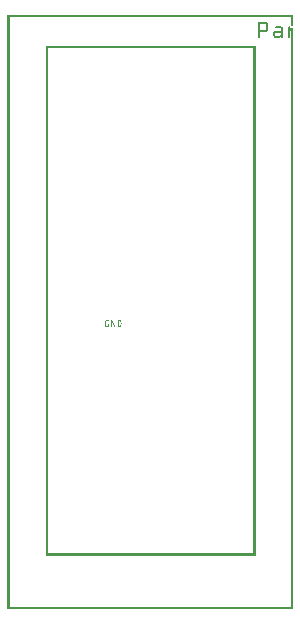
<source format=gto>
G04 MADE WITH FRITZING*
G04 WWW.FRITZING.ORG*
G04 DOUBLE SIDED*
G04 HOLES PLATED*
G04 CONTOUR ON CENTER OF CONTOUR VECTOR*
%ASAXBY*%
%FSLAX23Y23*%
%MOIN*%
%OFA0B0*%
%SFA1.0B1.0*%
%ADD10R,0.001000X0.001000*%
%LNSILK1*%
G90*
G70*
G54D10*
X0Y1983D02*
X952Y1983D01*
X0Y1982D02*
X952Y1982D01*
X0Y1981D02*
X952Y1981D01*
X0Y1980D02*
X952Y1980D01*
X0Y1979D02*
X952Y1979D01*
X0Y1978D02*
X952Y1978D01*
X0Y1977D02*
X952Y1977D01*
X0Y1976D02*
X952Y1976D01*
X0Y1975D02*
X7Y1975D01*
X945Y1975D02*
X952Y1975D01*
X0Y1974D02*
X7Y1974D01*
X945Y1974D02*
X952Y1974D01*
X0Y1973D02*
X7Y1973D01*
X945Y1973D02*
X952Y1973D01*
X0Y1972D02*
X7Y1972D01*
X945Y1972D02*
X952Y1972D01*
X0Y1971D02*
X7Y1971D01*
X945Y1971D02*
X952Y1971D01*
X0Y1970D02*
X7Y1970D01*
X945Y1970D02*
X952Y1970D01*
X0Y1969D02*
X7Y1969D01*
X945Y1969D02*
X952Y1969D01*
X0Y1968D02*
X7Y1968D01*
X945Y1968D02*
X952Y1968D01*
X0Y1967D02*
X7Y1967D01*
X945Y1967D02*
X952Y1967D01*
X0Y1966D02*
X7Y1966D01*
X945Y1966D02*
X952Y1966D01*
X0Y1965D02*
X7Y1965D01*
X945Y1965D02*
X952Y1965D01*
X0Y1964D02*
X7Y1964D01*
X945Y1964D02*
X952Y1964D01*
X0Y1963D02*
X7Y1963D01*
X945Y1963D02*
X952Y1963D01*
X0Y1962D02*
X7Y1962D01*
X945Y1962D02*
X952Y1962D01*
X0Y1961D02*
X7Y1961D01*
X945Y1961D02*
X952Y1961D01*
X0Y1960D02*
X7Y1960D01*
X945Y1960D02*
X952Y1960D01*
X0Y1959D02*
X7Y1959D01*
X836Y1959D02*
X862Y1959D01*
X945Y1959D02*
X952Y1959D01*
X0Y1958D02*
X7Y1958D01*
X836Y1958D02*
X864Y1958D01*
X945Y1958D02*
X952Y1958D01*
X0Y1957D02*
X7Y1957D01*
X836Y1957D02*
X866Y1957D01*
X945Y1957D02*
X952Y1957D01*
X0Y1956D02*
X7Y1956D01*
X836Y1956D02*
X867Y1956D01*
X945Y1956D02*
X952Y1956D01*
X0Y1955D02*
X7Y1955D01*
X836Y1955D02*
X868Y1955D01*
X945Y1955D02*
X952Y1955D01*
X0Y1954D02*
X7Y1954D01*
X836Y1954D02*
X868Y1954D01*
X945Y1954D02*
X952Y1954D01*
X0Y1953D02*
X7Y1953D01*
X836Y1953D02*
X869Y1953D01*
X945Y1953D02*
X952Y1953D01*
X0Y1952D02*
X7Y1952D01*
X836Y1952D02*
X842Y1952D01*
X862Y1952D02*
X869Y1952D01*
X945Y1952D02*
X952Y1952D01*
X0Y1951D02*
X7Y1951D01*
X836Y1951D02*
X842Y1951D01*
X863Y1951D02*
X870Y1951D01*
X945Y1951D02*
X952Y1951D01*
X0Y1950D02*
X7Y1950D01*
X836Y1950D02*
X842Y1950D01*
X864Y1950D02*
X870Y1950D01*
X945Y1950D02*
X952Y1950D01*
X0Y1949D02*
X7Y1949D01*
X836Y1949D02*
X842Y1949D01*
X864Y1949D02*
X870Y1949D01*
X945Y1949D02*
X952Y1949D01*
X0Y1948D02*
X7Y1948D01*
X836Y1948D02*
X842Y1948D01*
X864Y1948D02*
X870Y1948D01*
X945Y1948D02*
X952Y1948D01*
X0Y1947D02*
X7Y1947D01*
X836Y1947D02*
X842Y1947D01*
X864Y1947D02*
X870Y1947D01*
X945Y1947D02*
X952Y1947D01*
X0Y1946D02*
X7Y1946D01*
X836Y1946D02*
X842Y1946D01*
X864Y1946D02*
X870Y1946D01*
X945Y1946D02*
X952Y1946D01*
X0Y1945D02*
X7Y1945D01*
X836Y1945D02*
X842Y1945D01*
X864Y1945D02*
X870Y1945D01*
X945Y1945D02*
X952Y1945D01*
X0Y1944D02*
X7Y1944D01*
X836Y1944D02*
X842Y1944D01*
X864Y1944D02*
X870Y1944D01*
X895Y1944D02*
X912Y1944D01*
X938Y1944D02*
X941Y1944D01*
X0Y1943D02*
X7Y1943D01*
X836Y1943D02*
X842Y1943D01*
X864Y1943D02*
X870Y1943D01*
X894Y1943D02*
X914Y1943D01*
X937Y1943D02*
X942Y1943D01*
X0Y1942D02*
X7Y1942D01*
X836Y1942D02*
X842Y1942D01*
X864Y1942D02*
X870Y1942D01*
X893Y1942D02*
X916Y1942D01*
X937Y1942D02*
X942Y1942D01*
X0Y1941D02*
X7Y1941D01*
X836Y1941D02*
X842Y1941D01*
X864Y1941D02*
X870Y1941D01*
X893Y1941D02*
X917Y1941D01*
X937Y1941D02*
X943Y1941D01*
X0Y1940D02*
X7Y1940D01*
X836Y1940D02*
X842Y1940D01*
X864Y1940D02*
X870Y1940D01*
X894Y1940D02*
X917Y1940D01*
X937Y1940D02*
X943Y1940D01*
X0Y1939D02*
X7Y1939D01*
X836Y1939D02*
X842Y1939D01*
X864Y1939D02*
X870Y1939D01*
X894Y1939D02*
X918Y1939D01*
X937Y1939D02*
X943Y1939D01*
X0Y1938D02*
X7Y1938D01*
X836Y1938D02*
X842Y1938D01*
X864Y1938D02*
X870Y1938D01*
X895Y1938D02*
X918Y1938D01*
X937Y1938D02*
X943Y1938D01*
X0Y1937D02*
X7Y1937D01*
X836Y1937D02*
X842Y1937D01*
X864Y1937D02*
X870Y1937D01*
X912Y1937D02*
X919Y1937D01*
X937Y1937D02*
X953Y1937D01*
X0Y1936D02*
X7Y1936D01*
X836Y1936D02*
X842Y1936D01*
X864Y1936D02*
X870Y1936D01*
X912Y1936D02*
X919Y1936D01*
X937Y1936D02*
X952Y1936D01*
X0Y1935D02*
X7Y1935D01*
X836Y1935D02*
X842Y1935D01*
X863Y1935D02*
X870Y1935D01*
X913Y1935D02*
X919Y1935D01*
X937Y1935D02*
X952Y1935D01*
X0Y1934D02*
X7Y1934D01*
X836Y1934D02*
X842Y1934D01*
X863Y1934D02*
X870Y1934D01*
X913Y1934D02*
X919Y1934D01*
X937Y1934D02*
X952Y1934D01*
X0Y1933D02*
X7Y1933D01*
X836Y1933D02*
X842Y1933D01*
X861Y1933D02*
X869Y1933D01*
X913Y1933D02*
X919Y1933D01*
X937Y1933D02*
X952Y1933D01*
X0Y1932D02*
X7Y1932D01*
X836Y1932D02*
X869Y1932D01*
X913Y1932D02*
X919Y1932D01*
X937Y1932D02*
X952Y1932D01*
X0Y1931D02*
X7Y1931D01*
X836Y1931D02*
X868Y1931D01*
X913Y1931D02*
X919Y1931D01*
X937Y1931D02*
X952Y1931D01*
X0Y1930D02*
X7Y1930D01*
X836Y1930D02*
X868Y1930D01*
X913Y1930D02*
X919Y1930D01*
X937Y1930D02*
X952Y1930D01*
X0Y1929D02*
X7Y1929D01*
X836Y1929D02*
X867Y1929D01*
X893Y1929D02*
X919Y1929D01*
X937Y1929D02*
X952Y1929D01*
X0Y1928D02*
X7Y1928D01*
X836Y1928D02*
X866Y1928D01*
X891Y1928D02*
X919Y1928D01*
X937Y1928D02*
X943Y1928D01*
X945Y1928D02*
X952Y1928D01*
X0Y1927D02*
X7Y1927D01*
X836Y1927D02*
X864Y1927D01*
X890Y1927D02*
X919Y1927D01*
X937Y1927D02*
X943Y1927D01*
X945Y1927D02*
X952Y1927D01*
X0Y1926D02*
X7Y1926D01*
X836Y1926D02*
X861Y1926D01*
X889Y1926D02*
X919Y1926D01*
X937Y1926D02*
X943Y1926D01*
X945Y1926D02*
X952Y1926D01*
X0Y1925D02*
X7Y1925D01*
X836Y1925D02*
X842Y1925D01*
X888Y1925D02*
X919Y1925D01*
X937Y1925D02*
X943Y1925D01*
X945Y1925D02*
X952Y1925D01*
X0Y1924D02*
X7Y1924D01*
X836Y1924D02*
X842Y1924D01*
X887Y1924D02*
X919Y1924D01*
X937Y1924D02*
X943Y1924D01*
X945Y1924D02*
X952Y1924D01*
X0Y1923D02*
X7Y1923D01*
X836Y1923D02*
X842Y1923D01*
X887Y1923D02*
X920Y1923D01*
X937Y1923D02*
X943Y1923D01*
X945Y1923D02*
X952Y1923D01*
X0Y1922D02*
X7Y1922D01*
X836Y1922D02*
X842Y1922D01*
X887Y1922D02*
X894Y1922D01*
X912Y1922D02*
X920Y1922D01*
X937Y1922D02*
X943Y1922D01*
X945Y1922D02*
X952Y1922D01*
X0Y1921D02*
X7Y1921D01*
X836Y1921D02*
X842Y1921D01*
X887Y1921D02*
X893Y1921D01*
X913Y1921D02*
X920Y1921D01*
X937Y1921D02*
X943Y1921D01*
X945Y1921D02*
X952Y1921D01*
X0Y1920D02*
X7Y1920D01*
X836Y1920D02*
X842Y1920D01*
X886Y1920D02*
X893Y1920D01*
X914Y1920D02*
X920Y1920D01*
X937Y1920D02*
X943Y1920D01*
X945Y1920D02*
X952Y1920D01*
X0Y1919D02*
X7Y1919D01*
X836Y1919D02*
X842Y1919D01*
X886Y1919D02*
X892Y1919D01*
X914Y1919D02*
X920Y1919D01*
X937Y1919D02*
X943Y1919D01*
X945Y1919D02*
X952Y1919D01*
X0Y1918D02*
X7Y1918D01*
X836Y1918D02*
X842Y1918D01*
X886Y1918D02*
X892Y1918D01*
X914Y1918D02*
X920Y1918D01*
X937Y1918D02*
X943Y1918D01*
X945Y1918D02*
X952Y1918D01*
X0Y1917D02*
X7Y1917D01*
X836Y1917D02*
X842Y1917D01*
X886Y1917D02*
X892Y1917D01*
X914Y1917D02*
X920Y1917D01*
X937Y1917D02*
X943Y1917D01*
X945Y1917D02*
X952Y1917D01*
X0Y1916D02*
X7Y1916D01*
X836Y1916D02*
X842Y1916D01*
X886Y1916D02*
X892Y1916D01*
X913Y1916D02*
X920Y1916D01*
X937Y1916D02*
X943Y1916D01*
X945Y1916D02*
X952Y1916D01*
X0Y1915D02*
X7Y1915D01*
X836Y1915D02*
X842Y1915D01*
X886Y1915D02*
X893Y1915D01*
X911Y1915D02*
X920Y1915D01*
X937Y1915D02*
X943Y1915D01*
X945Y1915D02*
X952Y1915D01*
X0Y1914D02*
X7Y1914D01*
X836Y1914D02*
X842Y1914D01*
X887Y1914D02*
X893Y1914D01*
X909Y1914D02*
X920Y1914D01*
X937Y1914D02*
X943Y1914D01*
X945Y1914D02*
X952Y1914D01*
X0Y1913D02*
X7Y1913D01*
X836Y1913D02*
X842Y1913D01*
X887Y1913D02*
X894Y1913D01*
X908Y1913D02*
X920Y1913D01*
X937Y1913D02*
X943Y1913D01*
X945Y1913D02*
X952Y1913D01*
X0Y1912D02*
X7Y1912D01*
X836Y1912D02*
X842Y1912D01*
X887Y1912D02*
X920Y1912D01*
X937Y1912D02*
X943Y1912D01*
X945Y1912D02*
X952Y1912D01*
X0Y1911D02*
X7Y1911D01*
X836Y1911D02*
X842Y1911D01*
X888Y1911D02*
X920Y1911D01*
X937Y1911D02*
X943Y1911D01*
X945Y1911D02*
X952Y1911D01*
X0Y1910D02*
X7Y1910D01*
X836Y1910D02*
X842Y1910D01*
X888Y1910D02*
X920Y1910D01*
X937Y1910D02*
X943Y1910D01*
X945Y1910D02*
X952Y1910D01*
X0Y1909D02*
X7Y1909D01*
X836Y1909D02*
X842Y1909D01*
X889Y1909D02*
X920Y1909D01*
X937Y1909D02*
X943Y1909D01*
X945Y1909D02*
X952Y1909D01*
X0Y1908D02*
X7Y1908D01*
X836Y1908D02*
X842Y1908D01*
X890Y1908D02*
X912Y1908D01*
X914Y1908D02*
X920Y1908D01*
X937Y1908D02*
X943Y1908D01*
X945Y1908D02*
X952Y1908D01*
X0Y1907D02*
X7Y1907D01*
X837Y1907D02*
X842Y1907D01*
X891Y1907D02*
X910Y1907D01*
X914Y1907D02*
X920Y1907D01*
X937Y1907D02*
X942Y1907D01*
X945Y1907D02*
X952Y1907D01*
X0Y1906D02*
X7Y1906D01*
X838Y1906D02*
X841Y1906D01*
X893Y1906D02*
X908Y1906D01*
X915Y1906D02*
X919Y1906D01*
X938Y1906D02*
X941Y1906D01*
X945Y1906D02*
X952Y1906D01*
X0Y1905D02*
X7Y1905D01*
X945Y1905D02*
X952Y1905D01*
X0Y1904D02*
X7Y1904D01*
X945Y1904D02*
X952Y1904D01*
X0Y1903D02*
X7Y1903D01*
X945Y1903D02*
X952Y1903D01*
X0Y1902D02*
X7Y1902D01*
X945Y1902D02*
X952Y1902D01*
X0Y1901D02*
X7Y1901D01*
X945Y1901D02*
X952Y1901D01*
X0Y1900D02*
X7Y1900D01*
X945Y1900D02*
X952Y1900D01*
X0Y1899D02*
X7Y1899D01*
X945Y1899D02*
X952Y1899D01*
X0Y1898D02*
X7Y1898D01*
X945Y1898D02*
X952Y1898D01*
X0Y1897D02*
X7Y1897D01*
X945Y1897D02*
X952Y1897D01*
X0Y1896D02*
X7Y1896D01*
X945Y1896D02*
X952Y1896D01*
X0Y1895D02*
X7Y1895D01*
X945Y1895D02*
X952Y1895D01*
X0Y1894D02*
X7Y1894D01*
X945Y1894D02*
X952Y1894D01*
X0Y1893D02*
X7Y1893D01*
X945Y1893D02*
X952Y1893D01*
X0Y1892D02*
X7Y1892D01*
X945Y1892D02*
X952Y1892D01*
X0Y1891D02*
X7Y1891D01*
X945Y1891D02*
X952Y1891D01*
X0Y1890D02*
X7Y1890D01*
X945Y1890D02*
X952Y1890D01*
X0Y1889D02*
X7Y1889D01*
X945Y1889D02*
X952Y1889D01*
X0Y1888D02*
X7Y1888D01*
X945Y1888D02*
X952Y1888D01*
X0Y1887D02*
X7Y1887D01*
X945Y1887D02*
X952Y1887D01*
X0Y1886D02*
X7Y1886D01*
X945Y1886D02*
X952Y1886D01*
X0Y1885D02*
X7Y1885D01*
X945Y1885D02*
X952Y1885D01*
X0Y1884D02*
X7Y1884D01*
X945Y1884D02*
X952Y1884D01*
X0Y1883D02*
X7Y1883D01*
X945Y1883D02*
X952Y1883D01*
X0Y1882D02*
X7Y1882D01*
X945Y1882D02*
X952Y1882D01*
X0Y1881D02*
X7Y1881D01*
X945Y1881D02*
X952Y1881D01*
X0Y1880D02*
X7Y1880D01*
X945Y1880D02*
X952Y1880D01*
X0Y1879D02*
X7Y1879D01*
X129Y1879D02*
X827Y1879D01*
X945Y1879D02*
X952Y1879D01*
X0Y1878D02*
X7Y1878D01*
X129Y1878D02*
X827Y1878D01*
X945Y1878D02*
X952Y1878D01*
X0Y1877D02*
X7Y1877D01*
X129Y1877D02*
X827Y1877D01*
X945Y1877D02*
X952Y1877D01*
X0Y1876D02*
X7Y1876D01*
X129Y1876D02*
X827Y1876D01*
X945Y1876D02*
X952Y1876D01*
X0Y1875D02*
X7Y1875D01*
X129Y1875D02*
X827Y1875D01*
X945Y1875D02*
X952Y1875D01*
X0Y1874D02*
X7Y1874D01*
X129Y1874D02*
X827Y1874D01*
X945Y1874D02*
X952Y1874D01*
X0Y1873D02*
X7Y1873D01*
X129Y1873D02*
X472Y1873D01*
X484Y1873D02*
X827Y1873D01*
X945Y1873D02*
X952Y1873D01*
X0Y1872D02*
X7Y1872D01*
X129Y1872D02*
X466Y1872D01*
X489Y1872D02*
X827Y1872D01*
X945Y1872D02*
X952Y1872D01*
X0Y1871D02*
X7Y1871D01*
X129Y1871D02*
X136Y1871D01*
X820Y1871D02*
X827Y1871D01*
X945Y1871D02*
X952Y1871D01*
X0Y1870D02*
X7Y1870D01*
X129Y1870D02*
X136Y1870D01*
X820Y1870D02*
X827Y1870D01*
X945Y1870D02*
X952Y1870D01*
X0Y1869D02*
X7Y1869D01*
X129Y1869D02*
X136Y1869D01*
X820Y1869D02*
X827Y1869D01*
X945Y1869D02*
X952Y1869D01*
X0Y1868D02*
X7Y1868D01*
X129Y1868D02*
X136Y1868D01*
X820Y1868D02*
X827Y1868D01*
X945Y1868D02*
X952Y1868D01*
X0Y1867D02*
X7Y1867D01*
X129Y1867D02*
X136Y1867D01*
X820Y1867D02*
X827Y1867D01*
X945Y1867D02*
X952Y1867D01*
X0Y1866D02*
X7Y1866D01*
X129Y1866D02*
X136Y1866D01*
X820Y1866D02*
X827Y1866D01*
X945Y1866D02*
X952Y1866D01*
X0Y1865D02*
X7Y1865D01*
X129Y1865D02*
X136Y1865D01*
X820Y1865D02*
X827Y1865D01*
X945Y1865D02*
X952Y1865D01*
X0Y1864D02*
X7Y1864D01*
X129Y1864D02*
X136Y1864D01*
X820Y1864D02*
X827Y1864D01*
X945Y1864D02*
X952Y1864D01*
X0Y1863D02*
X7Y1863D01*
X129Y1863D02*
X136Y1863D01*
X820Y1863D02*
X827Y1863D01*
X945Y1863D02*
X952Y1863D01*
X0Y1862D02*
X7Y1862D01*
X129Y1862D02*
X136Y1862D01*
X820Y1862D02*
X827Y1862D01*
X945Y1862D02*
X952Y1862D01*
X0Y1861D02*
X7Y1861D01*
X129Y1861D02*
X136Y1861D01*
X820Y1861D02*
X827Y1861D01*
X945Y1861D02*
X952Y1861D01*
X0Y1860D02*
X7Y1860D01*
X129Y1860D02*
X136Y1860D01*
X820Y1860D02*
X827Y1860D01*
X945Y1860D02*
X952Y1860D01*
X0Y1859D02*
X7Y1859D01*
X129Y1859D02*
X136Y1859D01*
X820Y1859D02*
X827Y1859D01*
X945Y1859D02*
X952Y1859D01*
X0Y1858D02*
X7Y1858D01*
X129Y1858D02*
X136Y1858D01*
X820Y1858D02*
X827Y1858D01*
X945Y1858D02*
X952Y1858D01*
X0Y1857D02*
X7Y1857D01*
X129Y1857D02*
X136Y1857D01*
X820Y1857D02*
X827Y1857D01*
X945Y1857D02*
X952Y1857D01*
X0Y1856D02*
X7Y1856D01*
X129Y1856D02*
X136Y1856D01*
X820Y1856D02*
X827Y1856D01*
X945Y1856D02*
X952Y1856D01*
X0Y1855D02*
X7Y1855D01*
X129Y1855D02*
X136Y1855D01*
X820Y1855D02*
X827Y1855D01*
X945Y1855D02*
X952Y1855D01*
X0Y1854D02*
X7Y1854D01*
X129Y1854D02*
X136Y1854D01*
X820Y1854D02*
X827Y1854D01*
X945Y1854D02*
X952Y1854D01*
X0Y1853D02*
X7Y1853D01*
X129Y1853D02*
X136Y1853D01*
X820Y1853D02*
X827Y1853D01*
X945Y1853D02*
X952Y1853D01*
X0Y1852D02*
X7Y1852D01*
X129Y1852D02*
X136Y1852D01*
X820Y1852D02*
X827Y1852D01*
X945Y1852D02*
X952Y1852D01*
X0Y1851D02*
X7Y1851D01*
X129Y1851D02*
X136Y1851D01*
X820Y1851D02*
X827Y1851D01*
X945Y1851D02*
X952Y1851D01*
X0Y1850D02*
X7Y1850D01*
X129Y1850D02*
X136Y1850D01*
X820Y1850D02*
X827Y1850D01*
X945Y1850D02*
X952Y1850D01*
X0Y1849D02*
X7Y1849D01*
X129Y1849D02*
X136Y1849D01*
X820Y1849D02*
X827Y1849D01*
X945Y1849D02*
X952Y1849D01*
X0Y1848D02*
X7Y1848D01*
X129Y1848D02*
X136Y1848D01*
X820Y1848D02*
X827Y1848D01*
X945Y1848D02*
X952Y1848D01*
X0Y1847D02*
X7Y1847D01*
X129Y1847D02*
X136Y1847D01*
X820Y1847D02*
X827Y1847D01*
X945Y1847D02*
X952Y1847D01*
X0Y1846D02*
X7Y1846D01*
X129Y1846D02*
X136Y1846D01*
X820Y1846D02*
X827Y1846D01*
X945Y1846D02*
X952Y1846D01*
X0Y1845D02*
X7Y1845D01*
X129Y1845D02*
X136Y1845D01*
X820Y1845D02*
X827Y1845D01*
X945Y1845D02*
X952Y1845D01*
X0Y1844D02*
X7Y1844D01*
X129Y1844D02*
X136Y1844D01*
X820Y1844D02*
X827Y1844D01*
X945Y1844D02*
X952Y1844D01*
X0Y1843D02*
X7Y1843D01*
X129Y1843D02*
X136Y1843D01*
X820Y1843D02*
X827Y1843D01*
X945Y1843D02*
X952Y1843D01*
X0Y1842D02*
X7Y1842D01*
X129Y1842D02*
X136Y1842D01*
X820Y1842D02*
X827Y1842D01*
X945Y1842D02*
X952Y1842D01*
X0Y1841D02*
X7Y1841D01*
X129Y1841D02*
X136Y1841D01*
X820Y1841D02*
X827Y1841D01*
X945Y1841D02*
X952Y1841D01*
X0Y1840D02*
X7Y1840D01*
X129Y1840D02*
X136Y1840D01*
X820Y1840D02*
X827Y1840D01*
X945Y1840D02*
X952Y1840D01*
X0Y1839D02*
X7Y1839D01*
X129Y1839D02*
X136Y1839D01*
X820Y1839D02*
X827Y1839D01*
X945Y1839D02*
X952Y1839D01*
X0Y1838D02*
X7Y1838D01*
X129Y1838D02*
X136Y1838D01*
X820Y1838D02*
X827Y1838D01*
X945Y1838D02*
X952Y1838D01*
X0Y1837D02*
X7Y1837D01*
X129Y1837D02*
X136Y1837D01*
X820Y1837D02*
X827Y1837D01*
X945Y1837D02*
X952Y1837D01*
X0Y1836D02*
X7Y1836D01*
X129Y1836D02*
X136Y1836D01*
X820Y1836D02*
X827Y1836D01*
X945Y1836D02*
X952Y1836D01*
X0Y1835D02*
X7Y1835D01*
X129Y1835D02*
X136Y1835D01*
X820Y1835D02*
X827Y1835D01*
X945Y1835D02*
X952Y1835D01*
X0Y1834D02*
X7Y1834D01*
X129Y1834D02*
X136Y1834D01*
X820Y1834D02*
X827Y1834D01*
X945Y1834D02*
X952Y1834D01*
X0Y1833D02*
X7Y1833D01*
X129Y1833D02*
X136Y1833D01*
X820Y1833D02*
X827Y1833D01*
X945Y1833D02*
X952Y1833D01*
X0Y1832D02*
X7Y1832D01*
X129Y1832D02*
X136Y1832D01*
X820Y1832D02*
X827Y1832D01*
X945Y1832D02*
X952Y1832D01*
X0Y1831D02*
X7Y1831D01*
X129Y1831D02*
X136Y1831D01*
X820Y1831D02*
X827Y1831D01*
X945Y1831D02*
X952Y1831D01*
X0Y1830D02*
X7Y1830D01*
X129Y1830D02*
X136Y1830D01*
X820Y1830D02*
X827Y1830D01*
X945Y1830D02*
X952Y1830D01*
X0Y1829D02*
X7Y1829D01*
X129Y1829D02*
X136Y1829D01*
X820Y1829D02*
X827Y1829D01*
X945Y1829D02*
X952Y1829D01*
X0Y1828D02*
X7Y1828D01*
X129Y1828D02*
X136Y1828D01*
X820Y1828D02*
X827Y1828D01*
X945Y1828D02*
X952Y1828D01*
X0Y1827D02*
X7Y1827D01*
X129Y1827D02*
X136Y1827D01*
X820Y1827D02*
X827Y1827D01*
X945Y1827D02*
X952Y1827D01*
X0Y1826D02*
X7Y1826D01*
X129Y1826D02*
X136Y1826D01*
X820Y1826D02*
X827Y1826D01*
X945Y1826D02*
X952Y1826D01*
X0Y1825D02*
X7Y1825D01*
X129Y1825D02*
X136Y1825D01*
X820Y1825D02*
X827Y1825D01*
X945Y1825D02*
X952Y1825D01*
X0Y1824D02*
X7Y1824D01*
X129Y1824D02*
X136Y1824D01*
X820Y1824D02*
X827Y1824D01*
X945Y1824D02*
X952Y1824D01*
X0Y1823D02*
X7Y1823D01*
X129Y1823D02*
X136Y1823D01*
X820Y1823D02*
X827Y1823D01*
X945Y1823D02*
X952Y1823D01*
X0Y1822D02*
X7Y1822D01*
X129Y1822D02*
X136Y1822D01*
X820Y1822D02*
X827Y1822D01*
X945Y1822D02*
X952Y1822D01*
X0Y1821D02*
X7Y1821D01*
X129Y1821D02*
X136Y1821D01*
X820Y1821D02*
X827Y1821D01*
X945Y1821D02*
X952Y1821D01*
X0Y1820D02*
X7Y1820D01*
X129Y1820D02*
X136Y1820D01*
X820Y1820D02*
X827Y1820D01*
X945Y1820D02*
X952Y1820D01*
X0Y1819D02*
X7Y1819D01*
X129Y1819D02*
X136Y1819D01*
X820Y1819D02*
X827Y1819D01*
X945Y1819D02*
X952Y1819D01*
X0Y1818D02*
X7Y1818D01*
X129Y1818D02*
X136Y1818D01*
X820Y1818D02*
X827Y1818D01*
X945Y1818D02*
X952Y1818D01*
X0Y1817D02*
X7Y1817D01*
X129Y1817D02*
X136Y1817D01*
X820Y1817D02*
X827Y1817D01*
X945Y1817D02*
X952Y1817D01*
X0Y1816D02*
X7Y1816D01*
X129Y1816D02*
X136Y1816D01*
X820Y1816D02*
X827Y1816D01*
X945Y1816D02*
X952Y1816D01*
X0Y1815D02*
X7Y1815D01*
X129Y1815D02*
X136Y1815D01*
X820Y1815D02*
X827Y1815D01*
X945Y1815D02*
X952Y1815D01*
X0Y1814D02*
X7Y1814D01*
X129Y1814D02*
X136Y1814D01*
X820Y1814D02*
X827Y1814D01*
X945Y1814D02*
X952Y1814D01*
X0Y1813D02*
X7Y1813D01*
X129Y1813D02*
X136Y1813D01*
X820Y1813D02*
X827Y1813D01*
X945Y1813D02*
X952Y1813D01*
X0Y1812D02*
X7Y1812D01*
X129Y1812D02*
X136Y1812D01*
X820Y1812D02*
X827Y1812D01*
X945Y1812D02*
X952Y1812D01*
X0Y1811D02*
X7Y1811D01*
X129Y1811D02*
X136Y1811D01*
X820Y1811D02*
X827Y1811D01*
X945Y1811D02*
X952Y1811D01*
X0Y1810D02*
X7Y1810D01*
X129Y1810D02*
X136Y1810D01*
X820Y1810D02*
X827Y1810D01*
X945Y1810D02*
X952Y1810D01*
X0Y1809D02*
X7Y1809D01*
X129Y1809D02*
X136Y1809D01*
X820Y1809D02*
X827Y1809D01*
X945Y1809D02*
X952Y1809D01*
X0Y1808D02*
X7Y1808D01*
X129Y1808D02*
X136Y1808D01*
X820Y1808D02*
X827Y1808D01*
X945Y1808D02*
X952Y1808D01*
X0Y1807D02*
X7Y1807D01*
X129Y1807D02*
X136Y1807D01*
X820Y1807D02*
X827Y1807D01*
X945Y1807D02*
X952Y1807D01*
X0Y1806D02*
X7Y1806D01*
X129Y1806D02*
X136Y1806D01*
X820Y1806D02*
X827Y1806D01*
X945Y1806D02*
X952Y1806D01*
X0Y1805D02*
X7Y1805D01*
X129Y1805D02*
X136Y1805D01*
X820Y1805D02*
X827Y1805D01*
X945Y1805D02*
X952Y1805D01*
X0Y1804D02*
X7Y1804D01*
X129Y1804D02*
X136Y1804D01*
X820Y1804D02*
X827Y1804D01*
X945Y1804D02*
X952Y1804D01*
X0Y1803D02*
X7Y1803D01*
X129Y1803D02*
X136Y1803D01*
X820Y1803D02*
X827Y1803D01*
X945Y1803D02*
X952Y1803D01*
X0Y1802D02*
X7Y1802D01*
X129Y1802D02*
X136Y1802D01*
X820Y1802D02*
X827Y1802D01*
X945Y1802D02*
X952Y1802D01*
X0Y1801D02*
X7Y1801D01*
X129Y1801D02*
X136Y1801D01*
X820Y1801D02*
X827Y1801D01*
X945Y1801D02*
X952Y1801D01*
X0Y1800D02*
X7Y1800D01*
X129Y1800D02*
X136Y1800D01*
X820Y1800D02*
X827Y1800D01*
X945Y1800D02*
X952Y1800D01*
X0Y1799D02*
X7Y1799D01*
X129Y1799D02*
X136Y1799D01*
X820Y1799D02*
X827Y1799D01*
X945Y1799D02*
X952Y1799D01*
X0Y1798D02*
X7Y1798D01*
X129Y1798D02*
X136Y1798D01*
X820Y1798D02*
X827Y1798D01*
X945Y1798D02*
X952Y1798D01*
X0Y1797D02*
X7Y1797D01*
X129Y1797D02*
X136Y1797D01*
X820Y1797D02*
X827Y1797D01*
X945Y1797D02*
X952Y1797D01*
X0Y1796D02*
X7Y1796D01*
X129Y1796D02*
X136Y1796D01*
X820Y1796D02*
X827Y1796D01*
X945Y1796D02*
X952Y1796D01*
X0Y1795D02*
X7Y1795D01*
X129Y1795D02*
X136Y1795D01*
X820Y1795D02*
X827Y1795D01*
X945Y1795D02*
X952Y1795D01*
X0Y1794D02*
X7Y1794D01*
X129Y1794D02*
X136Y1794D01*
X820Y1794D02*
X827Y1794D01*
X945Y1794D02*
X952Y1794D01*
X0Y1793D02*
X7Y1793D01*
X129Y1793D02*
X136Y1793D01*
X820Y1793D02*
X827Y1793D01*
X945Y1793D02*
X952Y1793D01*
X0Y1792D02*
X7Y1792D01*
X129Y1792D02*
X136Y1792D01*
X820Y1792D02*
X827Y1792D01*
X945Y1792D02*
X952Y1792D01*
X0Y1791D02*
X7Y1791D01*
X129Y1791D02*
X136Y1791D01*
X820Y1791D02*
X827Y1791D01*
X945Y1791D02*
X952Y1791D01*
X0Y1790D02*
X7Y1790D01*
X129Y1790D02*
X136Y1790D01*
X820Y1790D02*
X827Y1790D01*
X945Y1790D02*
X952Y1790D01*
X0Y1789D02*
X7Y1789D01*
X129Y1789D02*
X136Y1789D01*
X820Y1789D02*
X827Y1789D01*
X945Y1789D02*
X952Y1789D01*
X0Y1788D02*
X7Y1788D01*
X129Y1788D02*
X136Y1788D01*
X820Y1788D02*
X827Y1788D01*
X945Y1788D02*
X952Y1788D01*
X0Y1787D02*
X7Y1787D01*
X129Y1787D02*
X136Y1787D01*
X820Y1787D02*
X827Y1787D01*
X945Y1787D02*
X952Y1787D01*
X0Y1786D02*
X7Y1786D01*
X129Y1786D02*
X136Y1786D01*
X820Y1786D02*
X827Y1786D01*
X945Y1786D02*
X952Y1786D01*
X0Y1785D02*
X7Y1785D01*
X129Y1785D02*
X136Y1785D01*
X820Y1785D02*
X827Y1785D01*
X945Y1785D02*
X952Y1785D01*
X0Y1784D02*
X7Y1784D01*
X129Y1784D02*
X136Y1784D01*
X820Y1784D02*
X827Y1784D01*
X945Y1784D02*
X952Y1784D01*
X0Y1783D02*
X7Y1783D01*
X129Y1783D02*
X136Y1783D01*
X820Y1783D02*
X827Y1783D01*
X945Y1783D02*
X952Y1783D01*
X0Y1782D02*
X7Y1782D01*
X129Y1782D02*
X136Y1782D01*
X820Y1782D02*
X827Y1782D01*
X945Y1782D02*
X952Y1782D01*
X0Y1781D02*
X7Y1781D01*
X129Y1781D02*
X136Y1781D01*
X820Y1781D02*
X827Y1781D01*
X945Y1781D02*
X952Y1781D01*
X0Y1780D02*
X7Y1780D01*
X129Y1780D02*
X136Y1780D01*
X820Y1780D02*
X827Y1780D01*
X945Y1780D02*
X952Y1780D01*
X0Y1779D02*
X7Y1779D01*
X129Y1779D02*
X136Y1779D01*
X820Y1779D02*
X827Y1779D01*
X945Y1779D02*
X952Y1779D01*
X0Y1778D02*
X7Y1778D01*
X129Y1778D02*
X136Y1778D01*
X820Y1778D02*
X827Y1778D01*
X945Y1778D02*
X952Y1778D01*
X0Y1777D02*
X7Y1777D01*
X129Y1777D02*
X136Y1777D01*
X820Y1777D02*
X827Y1777D01*
X945Y1777D02*
X952Y1777D01*
X0Y1776D02*
X7Y1776D01*
X129Y1776D02*
X136Y1776D01*
X820Y1776D02*
X827Y1776D01*
X945Y1776D02*
X952Y1776D01*
X0Y1775D02*
X7Y1775D01*
X129Y1775D02*
X136Y1775D01*
X820Y1775D02*
X827Y1775D01*
X945Y1775D02*
X952Y1775D01*
X0Y1774D02*
X7Y1774D01*
X129Y1774D02*
X136Y1774D01*
X820Y1774D02*
X827Y1774D01*
X945Y1774D02*
X952Y1774D01*
X0Y1773D02*
X7Y1773D01*
X129Y1773D02*
X136Y1773D01*
X820Y1773D02*
X827Y1773D01*
X945Y1773D02*
X952Y1773D01*
X0Y1772D02*
X7Y1772D01*
X129Y1772D02*
X136Y1772D01*
X820Y1772D02*
X827Y1772D01*
X945Y1772D02*
X952Y1772D01*
X0Y1771D02*
X7Y1771D01*
X129Y1771D02*
X136Y1771D01*
X820Y1771D02*
X827Y1771D01*
X945Y1771D02*
X952Y1771D01*
X0Y1770D02*
X7Y1770D01*
X129Y1770D02*
X136Y1770D01*
X820Y1770D02*
X827Y1770D01*
X945Y1770D02*
X952Y1770D01*
X0Y1769D02*
X7Y1769D01*
X129Y1769D02*
X136Y1769D01*
X820Y1769D02*
X827Y1769D01*
X945Y1769D02*
X952Y1769D01*
X0Y1768D02*
X7Y1768D01*
X129Y1768D02*
X136Y1768D01*
X820Y1768D02*
X827Y1768D01*
X945Y1768D02*
X952Y1768D01*
X0Y1767D02*
X7Y1767D01*
X129Y1767D02*
X136Y1767D01*
X820Y1767D02*
X827Y1767D01*
X945Y1767D02*
X952Y1767D01*
X0Y1766D02*
X7Y1766D01*
X129Y1766D02*
X136Y1766D01*
X820Y1766D02*
X827Y1766D01*
X945Y1766D02*
X952Y1766D01*
X0Y1765D02*
X7Y1765D01*
X129Y1765D02*
X136Y1765D01*
X820Y1765D02*
X827Y1765D01*
X945Y1765D02*
X952Y1765D01*
X0Y1764D02*
X7Y1764D01*
X129Y1764D02*
X136Y1764D01*
X820Y1764D02*
X827Y1764D01*
X945Y1764D02*
X952Y1764D01*
X0Y1763D02*
X7Y1763D01*
X129Y1763D02*
X136Y1763D01*
X820Y1763D02*
X827Y1763D01*
X945Y1763D02*
X952Y1763D01*
X0Y1762D02*
X7Y1762D01*
X129Y1762D02*
X136Y1762D01*
X820Y1762D02*
X827Y1762D01*
X945Y1762D02*
X952Y1762D01*
X0Y1761D02*
X7Y1761D01*
X129Y1761D02*
X136Y1761D01*
X820Y1761D02*
X827Y1761D01*
X945Y1761D02*
X952Y1761D01*
X0Y1760D02*
X7Y1760D01*
X129Y1760D02*
X136Y1760D01*
X820Y1760D02*
X827Y1760D01*
X945Y1760D02*
X952Y1760D01*
X0Y1759D02*
X7Y1759D01*
X129Y1759D02*
X136Y1759D01*
X820Y1759D02*
X827Y1759D01*
X945Y1759D02*
X952Y1759D01*
X0Y1758D02*
X7Y1758D01*
X129Y1758D02*
X136Y1758D01*
X820Y1758D02*
X827Y1758D01*
X945Y1758D02*
X952Y1758D01*
X0Y1757D02*
X7Y1757D01*
X129Y1757D02*
X136Y1757D01*
X820Y1757D02*
X827Y1757D01*
X945Y1757D02*
X952Y1757D01*
X0Y1756D02*
X7Y1756D01*
X129Y1756D02*
X136Y1756D01*
X820Y1756D02*
X827Y1756D01*
X945Y1756D02*
X952Y1756D01*
X0Y1755D02*
X7Y1755D01*
X129Y1755D02*
X136Y1755D01*
X820Y1755D02*
X827Y1755D01*
X945Y1755D02*
X952Y1755D01*
X0Y1754D02*
X7Y1754D01*
X129Y1754D02*
X136Y1754D01*
X820Y1754D02*
X827Y1754D01*
X945Y1754D02*
X952Y1754D01*
X0Y1753D02*
X7Y1753D01*
X129Y1753D02*
X136Y1753D01*
X820Y1753D02*
X827Y1753D01*
X945Y1753D02*
X952Y1753D01*
X0Y1752D02*
X7Y1752D01*
X129Y1752D02*
X136Y1752D01*
X820Y1752D02*
X827Y1752D01*
X945Y1752D02*
X952Y1752D01*
X0Y1751D02*
X7Y1751D01*
X129Y1751D02*
X136Y1751D01*
X820Y1751D02*
X827Y1751D01*
X945Y1751D02*
X952Y1751D01*
X0Y1750D02*
X7Y1750D01*
X129Y1750D02*
X136Y1750D01*
X820Y1750D02*
X827Y1750D01*
X945Y1750D02*
X952Y1750D01*
X0Y1749D02*
X7Y1749D01*
X129Y1749D02*
X136Y1749D01*
X820Y1749D02*
X827Y1749D01*
X945Y1749D02*
X952Y1749D01*
X0Y1748D02*
X7Y1748D01*
X129Y1748D02*
X136Y1748D01*
X820Y1748D02*
X827Y1748D01*
X945Y1748D02*
X952Y1748D01*
X0Y1747D02*
X7Y1747D01*
X129Y1747D02*
X136Y1747D01*
X820Y1747D02*
X827Y1747D01*
X945Y1747D02*
X952Y1747D01*
X0Y1746D02*
X7Y1746D01*
X129Y1746D02*
X136Y1746D01*
X820Y1746D02*
X827Y1746D01*
X945Y1746D02*
X952Y1746D01*
X0Y1745D02*
X7Y1745D01*
X129Y1745D02*
X136Y1745D01*
X820Y1745D02*
X827Y1745D01*
X945Y1745D02*
X952Y1745D01*
X0Y1744D02*
X7Y1744D01*
X129Y1744D02*
X136Y1744D01*
X820Y1744D02*
X827Y1744D01*
X945Y1744D02*
X952Y1744D01*
X0Y1743D02*
X7Y1743D01*
X129Y1743D02*
X136Y1743D01*
X820Y1743D02*
X827Y1743D01*
X945Y1743D02*
X952Y1743D01*
X0Y1742D02*
X7Y1742D01*
X129Y1742D02*
X136Y1742D01*
X820Y1742D02*
X827Y1742D01*
X945Y1742D02*
X952Y1742D01*
X0Y1741D02*
X7Y1741D01*
X129Y1741D02*
X136Y1741D01*
X820Y1741D02*
X827Y1741D01*
X945Y1741D02*
X952Y1741D01*
X0Y1740D02*
X7Y1740D01*
X129Y1740D02*
X136Y1740D01*
X820Y1740D02*
X827Y1740D01*
X945Y1740D02*
X952Y1740D01*
X0Y1739D02*
X7Y1739D01*
X129Y1739D02*
X136Y1739D01*
X820Y1739D02*
X827Y1739D01*
X945Y1739D02*
X952Y1739D01*
X0Y1738D02*
X7Y1738D01*
X129Y1738D02*
X136Y1738D01*
X820Y1738D02*
X827Y1738D01*
X945Y1738D02*
X952Y1738D01*
X0Y1737D02*
X7Y1737D01*
X129Y1737D02*
X136Y1737D01*
X820Y1737D02*
X827Y1737D01*
X945Y1737D02*
X952Y1737D01*
X0Y1736D02*
X7Y1736D01*
X129Y1736D02*
X136Y1736D01*
X820Y1736D02*
X827Y1736D01*
X945Y1736D02*
X952Y1736D01*
X0Y1735D02*
X7Y1735D01*
X129Y1735D02*
X136Y1735D01*
X820Y1735D02*
X827Y1735D01*
X945Y1735D02*
X952Y1735D01*
X0Y1734D02*
X7Y1734D01*
X129Y1734D02*
X136Y1734D01*
X820Y1734D02*
X827Y1734D01*
X945Y1734D02*
X952Y1734D01*
X0Y1733D02*
X7Y1733D01*
X129Y1733D02*
X136Y1733D01*
X820Y1733D02*
X827Y1733D01*
X945Y1733D02*
X952Y1733D01*
X0Y1732D02*
X7Y1732D01*
X129Y1732D02*
X136Y1732D01*
X820Y1732D02*
X827Y1732D01*
X945Y1732D02*
X952Y1732D01*
X0Y1731D02*
X7Y1731D01*
X129Y1731D02*
X136Y1731D01*
X820Y1731D02*
X827Y1731D01*
X945Y1731D02*
X952Y1731D01*
X0Y1730D02*
X7Y1730D01*
X129Y1730D02*
X136Y1730D01*
X820Y1730D02*
X827Y1730D01*
X945Y1730D02*
X952Y1730D01*
X0Y1729D02*
X7Y1729D01*
X129Y1729D02*
X136Y1729D01*
X820Y1729D02*
X827Y1729D01*
X945Y1729D02*
X952Y1729D01*
X0Y1728D02*
X7Y1728D01*
X129Y1728D02*
X136Y1728D01*
X820Y1728D02*
X827Y1728D01*
X945Y1728D02*
X952Y1728D01*
X0Y1727D02*
X7Y1727D01*
X129Y1727D02*
X136Y1727D01*
X820Y1727D02*
X827Y1727D01*
X945Y1727D02*
X952Y1727D01*
X0Y1726D02*
X7Y1726D01*
X129Y1726D02*
X136Y1726D01*
X820Y1726D02*
X827Y1726D01*
X945Y1726D02*
X952Y1726D01*
X0Y1725D02*
X7Y1725D01*
X129Y1725D02*
X136Y1725D01*
X820Y1725D02*
X827Y1725D01*
X945Y1725D02*
X952Y1725D01*
X0Y1724D02*
X7Y1724D01*
X129Y1724D02*
X136Y1724D01*
X820Y1724D02*
X827Y1724D01*
X945Y1724D02*
X952Y1724D01*
X0Y1723D02*
X7Y1723D01*
X129Y1723D02*
X136Y1723D01*
X820Y1723D02*
X827Y1723D01*
X945Y1723D02*
X952Y1723D01*
X0Y1722D02*
X7Y1722D01*
X129Y1722D02*
X136Y1722D01*
X820Y1722D02*
X827Y1722D01*
X945Y1722D02*
X952Y1722D01*
X0Y1721D02*
X7Y1721D01*
X129Y1721D02*
X136Y1721D01*
X820Y1721D02*
X827Y1721D01*
X945Y1721D02*
X952Y1721D01*
X0Y1720D02*
X7Y1720D01*
X129Y1720D02*
X136Y1720D01*
X820Y1720D02*
X827Y1720D01*
X945Y1720D02*
X952Y1720D01*
X0Y1719D02*
X7Y1719D01*
X129Y1719D02*
X136Y1719D01*
X820Y1719D02*
X827Y1719D01*
X945Y1719D02*
X952Y1719D01*
X0Y1718D02*
X7Y1718D01*
X129Y1718D02*
X136Y1718D01*
X820Y1718D02*
X827Y1718D01*
X945Y1718D02*
X952Y1718D01*
X0Y1717D02*
X7Y1717D01*
X129Y1717D02*
X136Y1717D01*
X820Y1717D02*
X827Y1717D01*
X945Y1717D02*
X952Y1717D01*
X0Y1716D02*
X7Y1716D01*
X129Y1716D02*
X136Y1716D01*
X820Y1716D02*
X827Y1716D01*
X945Y1716D02*
X952Y1716D01*
X0Y1715D02*
X7Y1715D01*
X129Y1715D02*
X136Y1715D01*
X820Y1715D02*
X827Y1715D01*
X945Y1715D02*
X952Y1715D01*
X0Y1714D02*
X7Y1714D01*
X129Y1714D02*
X136Y1714D01*
X820Y1714D02*
X827Y1714D01*
X945Y1714D02*
X952Y1714D01*
X0Y1713D02*
X7Y1713D01*
X129Y1713D02*
X136Y1713D01*
X820Y1713D02*
X827Y1713D01*
X945Y1713D02*
X952Y1713D01*
X0Y1712D02*
X7Y1712D01*
X129Y1712D02*
X136Y1712D01*
X820Y1712D02*
X827Y1712D01*
X945Y1712D02*
X952Y1712D01*
X0Y1711D02*
X7Y1711D01*
X129Y1711D02*
X136Y1711D01*
X820Y1711D02*
X827Y1711D01*
X945Y1711D02*
X952Y1711D01*
X0Y1710D02*
X7Y1710D01*
X129Y1710D02*
X136Y1710D01*
X820Y1710D02*
X827Y1710D01*
X945Y1710D02*
X952Y1710D01*
X0Y1709D02*
X7Y1709D01*
X129Y1709D02*
X136Y1709D01*
X820Y1709D02*
X827Y1709D01*
X945Y1709D02*
X952Y1709D01*
X0Y1708D02*
X7Y1708D01*
X129Y1708D02*
X136Y1708D01*
X820Y1708D02*
X827Y1708D01*
X945Y1708D02*
X952Y1708D01*
X0Y1707D02*
X7Y1707D01*
X129Y1707D02*
X136Y1707D01*
X820Y1707D02*
X827Y1707D01*
X945Y1707D02*
X952Y1707D01*
X0Y1706D02*
X7Y1706D01*
X129Y1706D02*
X136Y1706D01*
X820Y1706D02*
X827Y1706D01*
X945Y1706D02*
X952Y1706D01*
X0Y1705D02*
X7Y1705D01*
X129Y1705D02*
X136Y1705D01*
X820Y1705D02*
X827Y1705D01*
X945Y1705D02*
X952Y1705D01*
X0Y1704D02*
X7Y1704D01*
X129Y1704D02*
X136Y1704D01*
X820Y1704D02*
X827Y1704D01*
X945Y1704D02*
X952Y1704D01*
X0Y1703D02*
X7Y1703D01*
X129Y1703D02*
X136Y1703D01*
X820Y1703D02*
X827Y1703D01*
X945Y1703D02*
X952Y1703D01*
X0Y1702D02*
X7Y1702D01*
X129Y1702D02*
X136Y1702D01*
X820Y1702D02*
X827Y1702D01*
X945Y1702D02*
X952Y1702D01*
X0Y1701D02*
X7Y1701D01*
X129Y1701D02*
X136Y1701D01*
X820Y1701D02*
X827Y1701D01*
X945Y1701D02*
X952Y1701D01*
X0Y1700D02*
X7Y1700D01*
X129Y1700D02*
X136Y1700D01*
X820Y1700D02*
X827Y1700D01*
X945Y1700D02*
X952Y1700D01*
X0Y1699D02*
X7Y1699D01*
X129Y1699D02*
X136Y1699D01*
X820Y1699D02*
X827Y1699D01*
X945Y1699D02*
X952Y1699D01*
X0Y1698D02*
X7Y1698D01*
X129Y1698D02*
X136Y1698D01*
X820Y1698D02*
X827Y1698D01*
X945Y1698D02*
X952Y1698D01*
X0Y1697D02*
X7Y1697D01*
X129Y1697D02*
X136Y1697D01*
X820Y1697D02*
X827Y1697D01*
X945Y1697D02*
X952Y1697D01*
X0Y1696D02*
X7Y1696D01*
X129Y1696D02*
X136Y1696D01*
X820Y1696D02*
X827Y1696D01*
X945Y1696D02*
X952Y1696D01*
X0Y1695D02*
X7Y1695D01*
X129Y1695D02*
X136Y1695D01*
X820Y1695D02*
X827Y1695D01*
X945Y1695D02*
X952Y1695D01*
X0Y1694D02*
X7Y1694D01*
X129Y1694D02*
X136Y1694D01*
X820Y1694D02*
X827Y1694D01*
X945Y1694D02*
X952Y1694D01*
X0Y1693D02*
X7Y1693D01*
X129Y1693D02*
X136Y1693D01*
X820Y1693D02*
X827Y1693D01*
X945Y1693D02*
X952Y1693D01*
X0Y1692D02*
X7Y1692D01*
X129Y1692D02*
X136Y1692D01*
X820Y1692D02*
X827Y1692D01*
X945Y1692D02*
X952Y1692D01*
X0Y1691D02*
X7Y1691D01*
X129Y1691D02*
X136Y1691D01*
X820Y1691D02*
X827Y1691D01*
X945Y1691D02*
X952Y1691D01*
X0Y1690D02*
X7Y1690D01*
X129Y1690D02*
X136Y1690D01*
X820Y1690D02*
X827Y1690D01*
X945Y1690D02*
X952Y1690D01*
X0Y1689D02*
X7Y1689D01*
X129Y1689D02*
X136Y1689D01*
X820Y1689D02*
X827Y1689D01*
X945Y1689D02*
X952Y1689D01*
X0Y1688D02*
X7Y1688D01*
X129Y1688D02*
X136Y1688D01*
X820Y1688D02*
X827Y1688D01*
X945Y1688D02*
X952Y1688D01*
X0Y1687D02*
X7Y1687D01*
X129Y1687D02*
X136Y1687D01*
X820Y1687D02*
X827Y1687D01*
X945Y1687D02*
X952Y1687D01*
X0Y1686D02*
X7Y1686D01*
X129Y1686D02*
X136Y1686D01*
X820Y1686D02*
X827Y1686D01*
X945Y1686D02*
X952Y1686D01*
X0Y1685D02*
X7Y1685D01*
X129Y1685D02*
X136Y1685D01*
X820Y1685D02*
X827Y1685D01*
X945Y1685D02*
X952Y1685D01*
X0Y1684D02*
X7Y1684D01*
X129Y1684D02*
X136Y1684D01*
X820Y1684D02*
X827Y1684D01*
X945Y1684D02*
X952Y1684D01*
X0Y1683D02*
X7Y1683D01*
X129Y1683D02*
X136Y1683D01*
X820Y1683D02*
X827Y1683D01*
X945Y1683D02*
X952Y1683D01*
X0Y1682D02*
X7Y1682D01*
X129Y1682D02*
X136Y1682D01*
X820Y1682D02*
X827Y1682D01*
X945Y1682D02*
X952Y1682D01*
X0Y1681D02*
X7Y1681D01*
X129Y1681D02*
X136Y1681D01*
X820Y1681D02*
X827Y1681D01*
X945Y1681D02*
X952Y1681D01*
X0Y1680D02*
X7Y1680D01*
X129Y1680D02*
X136Y1680D01*
X820Y1680D02*
X827Y1680D01*
X945Y1680D02*
X952Y1680D01*
X0Y1679D02*
X7Y1679D01*
X129Y1679D02*
X136Y1679D01*
X820Y1679D02*
X827Y1679D01*
X945Y1679D02*
X952Y1679D01*
X0Y1678D02*
X7Y1678D01*
X129Y1678D02*
X136Y1678D01*
X820Y1678D02*
X827Y1678D01*
X945Y1678D02*
X952Y1678D01*
X0Y1677D02*
X7Y1677D01*
X129Y1677D02*
X136Y1677D01*
X820Y1677D02*
X827Y1677D01*
X945Y1677D02*
X952Y1677D01*
X0Y1676D02*
X7Y1676D01*
X129Y1676D02*
X136Y1676D01*
X820Y1676D02*
X827Y1676D01*
X945Y1676D02*
X952Y1676D01*
X0Y1675D02*
X7Y1675D01*
X129Y1675D02*
X136Y1675D01*
X820Y1675D02*
X827Y1675D01*
X945Y1675D02*
X952Y1675D01*
X0Y1674D02*
X7Y1674D01*
X129Y1674D02*
X136Y1674D01*
X820Y1674D02*
X827Y1674D01*
X945Y1674D02*
X952Y1674D01*
X0Y1673D02*
X7Y1673D01*
X129Y1673D02*
X136Y1673D01*
X820Y1673D02*
X827Y1673D01*
X945Y1673D02*
X952Y1673D01*
X0Y1672D02*
X7Y1672D01*
X129Y1672D02*
X136Y1672D01*
X820Y1672D02*
X827Y1672D01*
X945Y1672D02*
X952Y1672D01*
X0Y1671D02*
X7Y1671D01*
X129Y1671D02*
X136Y1671D01*
X820Y1671D02*
X827Y1671D01*
X945Y1671D02*
X952Y1671D01*
X0Y1670D02*
X7Y1670D01*
X129Y1670D02*
X136Y1670D01*
X820Y1670D02*
X827Y1670D01*
X945Y1670D02*
X952Y1670D01*
X0Y1669D02*
X7Y1669D01*
X129Y1669D02*
X136Y1669D01*
X820Y1669D02*
X827Y1669D01*
X945Y1669D02*
X952Y1669D01*
X0Y1668D02*
X7Y1668D01*
X129Y1668D02*
X136Y1668D01*
X820Y1668D02*
X827Y1668D01*
X945Y1668D02*
X952Y1668D01*
X0Y1667D02*
X7Y1667D01*
X129Y1667D02*
X136Y1667D01*
X820Y1667D02*
X827Y1667D01*
X945Y1667D02*
X952Y1667D01*
X0Y1666D02*
X7Y1666D01*
X129Y1666D02*
X136Y1666D01*
X820Y1666D02*
X827Y1666D01*
X945Y1666D02*
X952Y1666D01*
X0Y1665D02*
X7Y1665D01*
X129Y1665D02*
X136Y1665D01*
X820Y1665D02*
X827Y1665D01*
X945Y1665D02*
X952Y1665D01*
X0Y1664D02*
X7Y1664D01*
X129Y1664D02*
X136Y1664D01*
X820Y1664D02*
X827Y1664D01*
X945Y1664D02*
X952Y1664D01*
X0Y1663D02*
X7Y1663D01*
X129Y1663D02*
X136Y1663D01*
X820Y1663D02*
X827Y1663D01*
X945Y1663D02*
X952Y1663D01*
X0Y1662D02*
X7Y1662D01*
X129Y1662D02*
X136Y1662D01*
X820Y1662D02*
X827Y1662D01*
X945Y1662D02*
X952Y1662D01*
X0Y1661D02*
X7Y1661D01*
X129Y1661D02*
X136Y1661D01*
X820Y1661D02*
X827Y1661D01*
X945Y1661D02*
X952Y1661D01*
X0Y1660D02*
X7Y1660D01*
X129Y1660D02*
X136Y1660D01*
X820Y1660D02*
X827Y1660D01*
X945Y1660D02*
X952Y1660D01*
X0Y1659D02*
X7Y1659D01*
X129Y1659D02*
X136Y1659D01*
X820Y1659D02*
X827Y1659D01*
X945Y1659D02*
X952Y1659D01*
X0Y1658D02*
X7Y1658D01*
X129Y1658D02*
X136Y1658D01*
X820Y1658D02*
X827Y1658D01*
X945Y1658D02*
X952Y1658D01*
X0Y1657D02*
X7Y1657D01*
X129Y1657D02*
X136Y1657D01*
X820Y1657D02*
X827Y1657D01*
X945Y1657D02*
X952Y1657D01*
X0Y1656D02*
X7Y1656D01*
X129Y1656D02*
X136Y1656D01*
X820Y1656D02*
X827Y1656D01*
X945Y1656D02*
X952Y1656D01*
X0Y1655D02*
X7Y1655D01*
X129Y1655D02*
X136Y1655D01*
X820Y1655D02*
X827Y1655D01*
X945Y1655D02*
X952Y1655D01*
X0Y1654D02*
X7Y1654D01*
X129Y1654D02*
X136Y1654D01*
X820Y1654D02*
X827Y1654D01*
X945Y1654D02*
X952Y1654D01*
X0Y1653D02*
X7Y1653D01*
X129Y1653D02*
X136Y1653D01*
X820Y1653D02*
X827Y1653D01*
X945Y1653D02*
X952Y1653D01*
X0Y1652D02*
X7Y1652D01*
X129Y1652D02*
X136Y1652D01*
X820Y1652D02*
X827Y1652D01*
X945Y1652D02*
X952Y1652D01*
X0Y1651D02*
X7Y1651D01*
X129Y1651D02*
X136Y1651D01*
X820Y1651D02*
X827Y1651D01*
X945Y1651D02*
X952Y1651D01*
X0Y1650D02*
X7Y1650D01*
X129Y1650D02*
X136Y1650D01*
X820Y1650D02*
X827Y1650D01*
X945Y1650D02*
X952Y1650D01*
X0Y1649D02*
X7Y1649D01*
X129Y1649D02*
X136Y1649D01*
X820Y1649D02*
X827Y1649D01*
X945Y1649D02*
X952Y1649D01*
X0Y1648D02*
X7Y1648D01*
X129Y1648D02*
X136Y1648D01*
X820Y1648D02*
X827Y1648D01*
X945Y1648D02*
X952Y1648D01*
X0Y1647D02*
X7Y1647D01*
X129Y1647D02*
X136Y1647D01*
X820Y1647D02*
X827Y1647D01*
X945Y1647D02*
X952Y1647D01*
X0Y1646D02*
X7Y1646D01*
X129Y1646D02*
X136Y1646D01*
X820Y1646D02*
X827Y1646D01*
X945Y1646D02*
X952Y1646D01*
X0Y1645D02*
X7Y1645D01*
X129Y1645D02*
X136Y1645D01*
X820Y1645D02*
X827Y1645D01*
X945Y1645D02*
X952Y1645D01*
X0Y1644D02*
X7Y1644D01*
X129Y1644D02*
X136Y1644D01*
X820Y1644D02*
X827Y1644D01*
X945Y1644D02*
X952Y1644D01*
X0Y1643D02*
X7Y1643D01*
X129Y1643D02*
X136Y1643D01*
X820Y1643D02*
X827Y1643D01*
X945Y1643D02*
X952Y1643D01*
X0Y1642D02*
X7Y1642D01*
X129Y1642D02*
X136Y1642D01*
X820Y1642D02*
X827Y1642D01*
X945Y1642D02*
X952Y1642D01*
X0Y1641D02*
X7Y1641D01*
X129Y1641D02*
X136Y1641D01*
X820Y1641D02*
X827Y1641D01*
X945Y1641D02*
X952Y1641D01*
X0Y1640D02*
X7Y1640D01*
X129Y1640D02*
X136Y1640D01*
X820Y1640D02*
X827Y1640D01*
X945Y1640D02*
X952Y1640D01*
X0Y1639D02*
X7Y1639D01*
X129Y1639D02*
X136Y1639D01*
X820Y1639D02*
X827Y1639D01*
X945Y1639D02*
X952Y1639D01*
X0Y1638D02*
X7Y1638D01*
X129Y1638D02*
X136Y1638D01*
X820Y1638D02*
X827Y1638D01*
X945Y1638D02*
X952Y1638D01*
X0Y1637D02*
X7Y1637D01*
X129Y1637D02*
X136Y1637D01*
X820Y1637D02*
X827Y1637D01*
X945Y1637D02*
X952Y1637D01*
X0Y1636D02*
X7Y1636D01*
X129Y1636D02*
X136Y1636D01*
X820Y1636D02*
X827Y1636D01*
X945Y1636D02*
X952Y1636D01*
X0Y1635D02*
X7Y1635D01*
X129Y1635D02*
X136Y1635D01*
X820Y1635D02*
X827Y1635D01*
X945Y1635D02*
X952Y1635D01*
X0Y1634D02*
X7Y1634D01*
X129Y1634D02*
X136Y1634D01*
X820Y1634D02*
X827Y1634D01*
X945Y1634D02*
X952Y1634D01*
X0Y1633D02*
X7Y1633D01*
X129Y1633D02*
X136Y1633D01*
X820Y1633D02*
X827Y1633D01*
X945Y1633D02*
X952Y1633D01*
X0Y1632D02*
X7Y1632D01*
X129Y1632D02*
X136Y1632D01*
X820Y1632D02*
X827Y1632D01*
X945Y1632D02*
X952Y1632D01*
X0Y1631D02*
X7Y1631D01*
X129Y1631D02*
X136Y1631D01*
X820Y1631D02*
X827Y1631D01*
X945Y1631D02*
X952Y1631D01*
X0Y1630D02*
X7Y1630D01*
X129Y1630D02*
X136Y1630D01*
X820Y1630D02*
X827Y1630D01*
X945Y1630D02*
X952Y1630D01*
X0Y1629D02*
X7Y1629D01*
X129Y1629D02*
X136Y1629D01*
X820Y1629D02*
X827Y1629D01*
X945Y1629D02*
X952Y1629D01*
X0Y1628D02*
X7Y1628D01*
X129Y1628D02*
X136Y1628D01*
X820Y1628D02*
X827Y1628D01*
X945Y1628D02*
X952Y1628D01*
X0Y1627D02*
X7Y1627D01*
X129Y1627D02*
X136Y1627D01*
X820Y1627D02*
X827Y1627D01*
X945Y1627D02*
X952Y1627D01*
X0Y1626D02*
X7Y1626D01*
X129Y1626D02*
X136Y1626D01*
X820Y1626D02*
X827Y1626D01*
X945Y1626D02*
X952Y1626D01*
X0Y1625D02*
X7Y1625D01*
X129Y1625D02*
X136Y1625D01*
X820Y1625D02*
X827Y1625D01*
X945Y1625D02*
X952Y1625D01*
X0Y1624D02*
X7Y1624D01*
X129Y1624D02*
X136Y1624D01*
X820Y1624D02*
X827Y1624D01*
X945Y1624D02*
X952Y1624D01*
X0Y1623D02*
X7Y1623D01*
X129Y1623D02*
X136Y1623D01*
X820Y1623D02*
X827Y1623D01*
X945Y1623D02*
X952Y1623D01*
X0Y1622D02*
X7Y1622D01*
X129Y1622D02*
X136Y1622D01*
X820Y1622D02*
X827Y1622D01*
X945Y1622D02*
X952Y1622D01*
X0Y1621D02*
X7Y1621D01*
X129Y1621D02*
X136Y1621D01*
X820Y1621D02*
X827Y1621D01*
X945Y1621D02*
X952Y1621D01*
X0Y1620D02*
X7Y1620D01*
X129Y1620D02*
X136Y1620D01*
X820Y1620D02*
X827Y1620D01*
X945Y1620D02*
X952Y1620D01*
X0Y1619D02*
X7Y1619D01*
X129Y1619D02*
X136Y1619D01*
X820Y1619D02*
X827Y1619D01*
X945Y1619D02*
X952Y1619D01*
X0Y1618D02*
X7Y1618D01*
X129Y1618D02*
X136Y1618D01*
X820Y1618D02*
X827Y1618D01*
X945Y1618D02*
X952Y1618D01*
X0Y1617D02*
X7Y1617D01*
X129Y1617D02*
X136Y1617D01*
X820Y1617D02*
X827Y1617D01*
X945Y1617D02*
X952Y1617D01*
X0Y1616D02*
X7Y1616D01*
X129Y1616D02*
X136Y1616D01*
X820Y1616D02*
X827Y1616D01*
X945Y1616D02*
X952Y1616D01*
X0Y1615D02*
X7Y1615D01*
X129Y1615D02*
X136Y1615D01*
X820Y1615D02*
X827Y1615D01*
X945Y1615D02*
X952Y1615D01*
X0Y1614D02*
X7Y1614D01*
X129Y1614D02*
X136Y1614D01*
X820Y1614D02*
X827Y1614D01*
X945Y1614D02*
X952Y1614D01*
X0Y1613D02*
X7Y1613D01*
X129Y1613D02*
X136Y1613D01*
X820Y1613D02*
X827Y1613D01*
X945Y1613D02*
X952Y1613D01*
X0Y1612D02*
X7Y1612D01*
X129Y1612D02*
X136Y1612D01*
X820Y1612D02*
X827Y1612D01*
X945Y1612D02*
X952Y1612D01*
X0Y1611D02*
X7Y1611D01*
X129Y1611D02*
X136Y1611D01*
X820Y1611D02*
X827Y1611D01*
X945Y1611D02*
X952Y1611D01*
X0Y1610D02*
X7Y1610D01*
X129Y1610D02*
X136Y1610D01*
X820Y1610D02*
X827Y1610D01*
X945Y1610D02*
X952Y1610D01*
X0Y1609D02*
X7Y1609D01*
X129Y1609D02*
X136Y1609D01*
X820Y1609D02*
X827Y1609D01*
X945Y1609D02*
X952Y1609D01*
X0Y1608D02*
X7Y1608D01*
X129Y1608D02*
X136Y1608D01*
X820Y1608D02*
X827Y1608D01*
X945Y1608D02*
X952Y1608D01*
X0Y1607D02*
X7Y1607D01*
X129Y1607D02*
X136Y1607D01*
X820Y1607D02*
X827Y1607D01*
X945Y1607D02*
X952Y1607D01*
X0Y1606D02*
X7Y1606D01*
X129Y1606D02*
X136Y1606D01*
X820Y1606D02*
X827Y1606D01*
X945Y1606D02*
X952Y1606D01*
X0Y1605D02*
X7Y1605D01*
X129Y1605D02*
X136Y1605D01*
X820Y1605D02*
X827Y1605D01*
X945Y1605D02*
X952Y1605D01*
X0Y1604D02*
X7Y1604D01*
X129Y1604D02*
X136Y1604D01*
X820Y1604D02*
X827Y1604D01*
X945Y1604D02*
X952Y1604D01*
X0Y1603D02*
X7Y1603D01*
X129Y1603D02*
X136Y1603D01*
X820Y1603D02*
X827Y1603D01*
X945Y1603D02*
X952Y1603D01*
X0Y1602D02*
X7Y1602D01*
X129Y1602D02*
X136Y1602D01*
X820Y1602D02*
X827Y1602D01*
X945Y1602D02*
X952Y1602D01*
X0Y1601D02*
X7Y1601D01*
X129Y1601D02*
X136Y1601D01*
X820Y1601D02*
X827Y1601D01*
X945Y1601D02*
X952Y1601D01*
X0Y1600D02*
X7Y1600D01*
X129Y1600D02*
X136Y1600D01*
X820Y1600D02*
X827Y1600D01*
X945Y1600D02*
X952Y1600D01*
X0Y1599D02*
X7Y1599D01*
X129Y1599D02*
X136Y1599D01*
X820Y1599D02*
X827Y1599D01*
X945Y1599D02*
X952Y1599D01*
X0Y1598D02*
X7Y1598D01*
X129Y1598D02*
X136Y1598D01*
X820Y1598D02*
X827Y1598D01*
X945Y1598D02*
X952Y1598D01*
X0Y1597D02*
X7Y1597D01*
X129Y1597D02*
X136Y1597D01*
X820Y1597D02*
X827Y1597D01*
X945Y1597D02*
X952Y1597D01*
X0Y1596D02*
X7Y1596D01*
X129Y1596D02*
X136Y1596D01*
X820Y1596D02*
X827Y1596D01*
X945Y1596D02*
X952Y1596D01*
X0Y1595D02*
X7Y1595D01*
X129Y1595D02*
X136Y1595D01*
X820Y1595D02*
X827Y1595D01*
X945Y1595D02*
X952Y1595D01*
X0Y1594D02*
X7Y1594D01*
X129Y1594D02*
X136Y1594D01*
X820Y1594D02*
X827Y1594D01*
X945Y1594D02*
X952Y1594D01*
X0Y1593D02*
X7Y1593D01*
X129Y1593D02*
X136Y1593D01*
X820Y1593D02*
X827Y1593D01*
X945Y1593D02*
X952Y1593D01*
X0Y1592D02*
X7Y1592D01*
X129Y1592D02*
X136Y1592D01*
X820Y1592D02*
X827Y1592D01*
X945Y1592D02*
X952Y1592D01*
X0Y1591D02*
X7Y1591D01*
X129Y1591D02*
X136Y1591D01*
X820Y1591D02*
X827Y1591D01*
X945Y1591D02*
X952Y1591D01*
X0Y1590D02*
X7Y1590D01*
X129Y1590D02*
X136Y1590D01*
X820Y1590D02*
X827Y1590D01*
X945Y1590D02*
X952Y1590D01*
X0Y1589D02*
X7Y1589D01*
X129Y1589D02*
X136Y1589D01*
X820Y1589D02*
X827Y1589D01*
X945Y1589D02*
X952Y1589D01*
X0Y1588D02*
X7Y1588D01*
X129Y1588D02*
X136Y1588D01*
X820Y1588D02*
X827Y1588D01*
X945Y1588D02*
X952Y1588D01*
X0Y1587D02*
X7Y1587D01*
X129Y1587D02*
X136Y1587D01*
X820Y1587D02*
X827Y1587D01*
X945Y1587D02*
X952Y1587D01*
X0Y1586D02*
X7Y1586D01*
X129Y1586D02*
X136Y1586D01*
X820Y1586D02*
X827Y1586D01*
X945Y1586D02*
X952Y1586D01*
X0Y1585D02*
X7Y1585D01*
X129Y1585D02*
X136Y1585D01*
X820Y1585D02*
X827Y1585D01*
X945Y1585D02*
X952Y1585D01*
X0Y1584D02*
X7Y1584D01*
X129Y1584D02*
X136Y1584D01*
X820Y1584D02*
X827Y1584D01*
X945Y1584D02*
X952Y1584D01*
X0Y1583D02*
X7Y1583D01*
X129Y1583D02*
X136Y1583D01*
X820Y1583D02*
X827Y1583D01*
X945Y1583D02*
X952Y1583D01*
X0Y1582D02*
X7Y1582D01*
X129Y1582D02*
X136Y1582D01*
X820Y1582D02*
X827Y1582D01*
X945Y1582D02*
X952Y1582D01*
X0Y1581D02*
X7Y1581D01*
X129Y1581D02*
X136Y1581D01*
X820Y1581D02*
X827Y1581D01*
X945Y1581D02*
X952Y1581D01*
X0Y1580D02*
X7Y1580D01*
X129Y1580D02*
X136Y1580D01*
X820Y1580D02*
X827Y1580D01*
X945Y1580D02*
X952Y1580D01*
X0Y1579D02*
X7Y1579D01*
X129Y1579D02*
X136Y1579D01*
X820Y1579D02*
X827Y1579D01*
X945Y1579D02*
X952Y1579D01*
X0Y1578D02*
X7Y1578D01*
X129Y1578D02*
X136Y1578D01*
X820Y1578D02*
X827Y1578D01*
X945Y1578D02*
X952Y1578D01*
X0Y1577D02*
X7Y1577D01*
X129Y1577D02*
X136Y1577D01*
X820Y1577D02*
X827Y1577D01*
X945Y1577D02*
X952Y1577D01*
X0Y1576D02*
X7Y1576D01*
X129Y1576D02*
X136Y1576D01*
X820Y1576D02*
X827Y1576D01*
X945Y1576D02*
X952Y1576D01*
X0Y1575D02*
X7Y1575D01*
X129Y1575D02*
X136Y1575D01*
X820Y1575D02*
X827Y1575D01*
X945Y1575D02*
X952Y1575D01*
X0Y1574D02*
X7Y1574D01*
X129Y1574D02*
X136Y1574D01*
X820Y1574D02*
X827Y1574D01*
X945Y1574D02*
X952Y1574D01*
X0Y1573D02*
X7Y1573D01*
X129Y1573D02*
X136Y1573D01*
X820Y1573D02*
X827Y1573D01*
X945Y1573D02*
X952Y1573D01*
X0Y1572D02*
X7Y1572D01*
X129Y1572D02*
X136Y1572D01*
X820Y1572D02*
X827Y1572D01*
X945Y1572D02*
X952Y1572D01*
X0Y1571D02*
X7Y1571D01*
X129Y1571D02*
X136Y1571D01*
X820Y1571D02*
X827Y1571D01*
X945Y1571D02*
X952Y1571D01*
X0Y1570D02*
X7Y1570D01*
X129Y1570D02*
X136Y1570D01*
X820Y1570D02*
X827Y1570D01*
X945Y1570D02*
X952Y1570D01*
X0Y1569D02*
X7Y1569D01*
X129Y1569D02*
X136Y1569D01*
X820Y1569D02*
X827Y1569D01*
X945Y1569D02*
X952Y1569D01*
X0Y1568D02*
X7Y1568D01*
X129Y1568D02*
X136Y1568D01*
X820Y1568D02*
X827Y1568D01*
X945Y1568D02*
X952Y1568D01*
X0Y1567D02*
X7Y1567D01*
X129Y1567D02*
X136Y1567D01*
X820Y1567D02*
X827Y1567D01*
X945Y1567D02*
X952Y1567D01*
X0Y1566D02*
X7Y1566D01*
X129Y1566D02*
X136Y1566D01*
X820Y1566D02*
X827Y1566D01*
X945Y1566D02*
X952Y1566D01*
X0Y1565D02*
X7Y1565D01*
X129Y1565D02*
X136Y1565D01*
X820Y1565D02*
X827Y1565D01*
X945Y1565D02*
X952Y1565D01*
X0Y1564D02*
X7Y1564D01*
X129Y1564D02*
X136Y1564D01*
X820Y1564D02*
X827Y1564D01*
X945Y1564D02*
X952Y1564D01*
X0Y1563D02*
X7Y1563D01*
X129Y1563D02*
X136Y1563D01*
X820Y1563D02*
X827Y1563D01*
X945Y1563D02*
X952Y1563D01*
X0Y1562D02*
X7Y1562D01*
X129Y1562D02*
X136Y1562D01*
X820Y1562D02*
X827Y1562D01*
X945Y1562D02*
X952Y1562D01*
X0Y1561D02*
X7Y1561D01*
X129Y1561D02*
X136Y1561D01*
X820Y1561D02*
X827Y1561D01*
X945Y1561D02*
X952Y1561D01*
X0Y1560D02*
X7Y1560D01*
X129Y1560D02*
X136Y1560D01*
X820Y1560D02*
X827Y1560D01*
X945Y1560D02*
X952Y1560D01*
X0Y1559D02*
X7Y1559D01*
X129Y1559D02*
X136Y1559D01*
X820Y1559D02*
X827Y1559D01*
X945Y1559D02*
X952Y1559D01*
X0Y1558D02*
X7Y1558D01*
X129Y1558D02*
X136Y1558D01*
X820Y1558D02*
X827Y1558D01*
X945Y1558D02*
X952Y1558D01*
X0Y1557D02*
X7Y1557D01*
X129Y1557D02*
X136Y1557D01*
X820Y1557D02*
X827Y1557D01*
X945Y1557D02*
X952Y1557D01*
X0Y1556D02*
X7Y1556D01*
X129Y1556D02*
X136Y1556D01*
X820Y1556D02*
X827Y1556D01*
X945Y1556D02*
X952Y1556D01*
X0Y1555D02*
X7Y1555D01*
X129Y1555D02*
X136Y1555D01*
X820Y1555D02*
X827Y1555D01*
X945Y1555D02*
X952Y1555D01*
X0Y1554D02*
X7Y1554D01*
X129Y1554D02*
X136Y1554D01*
X820Y1554D02*
X827Y1554D01*
X945Y1554D02*
X952Y1554D01*
X0Y1553D02*
X7Y1553D01*
X129Y1553D02*
X136Y1553D01*
X820Y1553D02*
X827Y1553D01*
X945Y1553D02*
X952Y1553D01*
X0Y1552D02*
X7Y1552D01*
X129Y1552D02*
X136Y1552D01*
X820Y1552D02*
X827Y1552D01*
X945Y1552D02*
X952Y1552D01*
X0Y1551D02*
X7Y1551D01*
X129Y1551D02*
X136Y1551D01*
X820Y1551D02*
X827Y1551D01*
X945Y1551D02*
X952Y1551D01*
X0Y1550D02*
X7Y1550D01*
X129Y1550D02*
X136Y1550D01*
X820Y1550D02*
X827Y1550D01*
X945Y1550D02*
X952Y1550D01*
X0Y1549D02*
X7Y1549D01*
X129Y1549D02*
X136Y1549D01*
X820Y1549D02*
X827Y1549D01*
X945Y1549D02*
X952Y1549D01*
X0Y1548D02*
X7Y1548D01*
X129Y1548D02*
X136Y1548D01*
X820Y1548D02*
X827Y1548D01*
X945Y1548D02*
X952Y1548D01*
X0Y1547D02*
X7Y1547D01*
X129Y1547D02*
X136Y1547D01*
X820Y1547D02*
X827Y1547D01*
X945Y1547D02*
X952Y1547D01*
X0Y1546D02*
X7Y1546D01*
X129Y1546D02*
X136Y1546D01*
X820Y1546D02*
X827Y1546D01*
X945Y1546D02*
X952Y1546D01*
X0Y1545D02*
X7Y1545D01*
X129Y1545D02*
X136Y1545D01*
X820Y1545D02*
X827Y1545D01*
X945Y1545D02*
X952Y1545D01*
X0Y1544D02*
X7Y1544D01*
X129Y1544D02*
X136Y1544D01*
X820Y1544D02*
X827Y1544D01*
X945Y1544D02*
X952Y1544D01*
X0Y1543D02*
X7Y1543D01*
X129Y1543D02*
X136Y1543D01*
X820Y1543D02*
X827Y1543D01*
X945Y1543D02*
X952Y1543D01*
X0Y1542D02*
X7Y1542D01*
X129Y1542D02*
X136Y1542D01*
X820Y1542D02*
X827Y1542D01*
X945Y1542D02*
X952Y1542D01*
X0Y1541D02*
X7Y1541D01*
X129Y1541D02*
X136Y1541D01*
X820Y1541D02*
X827Y1541D01*
X945Y1541D02*
X952Y1541D01*
X0Y1540D02*
X7Y1540D01*
X129Y1540D02*
X136Y1540D01*
X820Y1540D02*
X827Y1540D01*
X945Y1540D02*
X952Y1540D01*
X0Y1539D02*
X7Y1539D01*
X129Y1539D02*
X136Y1539D01*
X820Y1539D02*
X827Y1539D01*
X945Y1539D02*
X952Y1539D01*
X0Y1538D02*
X7Y1538D01*
X129Y1538D02*
X136Y1538D01*
X820Y1538D02*
X827Y1538D01*
X945Y1538D02*
X952Y1538D01*
X0Y1537D02*
X7Y1537D01*
X129Y1537D02*
X136Y1537D01*
X820Y1537D02*
X827Y1537D01*
X945Y1537D02*
X952Y1537D01*
X0Y1536D02*
X7Y1536D01*
X129Y1536D02*
X136Y1536D01*
X820Y1536D02*
X827Y1536D01*
X945Y1536D02*
X952Y1536D01*
X0Y1535D02*
X7Y1535D01*
X129Y1535D02*
X136Y1535D01*
X820Y1535D02*
X827Y1535D01*
X945Y1535D02*
X952Y1535D01*
X0Y1534D02*
X7Y1534D01*
X129Y1534D02*
X136Y1534D01*
X820Y1534D02*
X827Y1534D01*
X945Y1534D02*
X952Y1534D01*
X0Y1533D02*
X7Y1533D01*
X129Y1533D02*
X136Y1533D01*
X820Y1533D02*
X827Y1533D01*
X945Y1533D02*
X952Y1533D01*
X0Y1532D02*
X7Y1532D01*
X129Y1532D02*
X136Y1532D01*
X820Y1532D02*
X827Y1532D01*
X945Y1532D02*
X952Y1532D01*
X0Y1531D02*
X7Y1531D01*
X129Y1531D02*
X136Y1531D01*
X820Y1531D02*
X827Y1531D01*
X945Y1531D02*
X952Y1531D01*
X0Y1530D02*
X7Y1530D01*
X129Y1530D02*
X136Y1530D01*
X820Y1530D02*
X827Y1530D01*
X945Y1530D02*
X952Y1530D01*
X0Y1529D02*
X7Y1529D01*
X129Y1529D02*
X136Y1529D01*
X820Y1529D02*
X827Y1529D01*
X945Y1529D02*
X952Y1529D01*
X0Y1528D02*
X7Y1528D01*
X129Y1528D02*
X136Y1528D01*
X820Y1528D02*
X827Y1528D01*
X945Y1528D02*
X952Y1528D01*
X0Y1527D02*
X7Y1527D01*
X129Y1527D02*
X136Y1527D01*
X820Y1527D02*
X827Y1527D01*
X945Y1527D02*
X952Y1527D01*
X0Y1526D02*
X7Y1526D01*
X129Y1526D02*
X136Y1526D01*
X820Y1526D02*
X827Y1526D01*
X945Y1526D02*
X952Y1526D01*
X0Y1525D02*
X7Y1525D01*
X129Y1525D02*
X136Y1525D01*
X820Y1525D02*
X827Y1525D01*
X945Y1525D02*
X952Y1525D01*
X0Y1524D02*
X7Y1524D01*
X129Y1524D02*
X136Y1524D01*
X820Y1524D02*
X827Y1524D01*
X945Y1524D02*
X952Y1524D01*
X0Y1523D02*
X7Y1523D01*
X129Y1523D02*
X136Y1523D01*
X820Y1523D02*
X827Y1523D01*
X945Y1523D02*
X952Y1523D01*
X0Y1522D02*
X7Y1522D01*
X129Y1522D02*
X136Y1522D01*
X820Y1522D02*
X827Y1522D01*
X945Y1522D02*
X952Y1522D01*
X0Y1521D02*
X7Y1521D01*
X129Y1521D02*
X136Y1521D01*
X820Y1521D02*
X827Y1521D01*
X945Y1521D02*
X952Y1521D01*
X0Y1520D02*
X7Y1520D01*
X129Y1520D02*
X136Y1520D01*
X820Y1520D02*
X827Y1520D01*
X945Y1520D02*
X952Y1520D01*
X0Y1519D02*
X7Y1519D01*
X129Y1519D02*
X136Y1519D01*
X820Y1519D02*
X827Y1519D01*
X945Y1519D02*
X952Y1519D01*
X0Y1518D02*
X7Y1518D01*
X129Y1518D02*
X136Y1518D01*
X820Y1518D02*
X827Y1518D01*
X945Y1518D02*
X952Y1518D01*
X0Y1517D02*
X7Y1517D01*
X129Y1517D02*
X136Y1517D01*
X820Y1517D02*
X827Y1517D01*
X945Y1517D02*
X952Y1517D01*
X0Y1516D02*
X7Y1516D01*
X129Y1516D02*
X136Y1516D01*
X820Y1516D02*
X827Y1516D01*
X945Y1516D02*
X952Y1516D01*
X0Y1515D02*
X7Y1515D01*
X129Y1515D02*
X136Y1515D01*
X820Y1515D02*
X827Y1515D01*
X945Y1515D02*
X952Y1515D01*
X0Y1514D02*
X7Y1514D01*
X129Y1514D02*
X136Y1514D01*
X820Y1514D02*
X827Y1514D01*
X945Y1514D02*
X952Y1514D01*
X0Y1513D02*
X7Y1513D01*
X129Y1513D02*
X136Y1513D01*
X820Y1513D02*
X827Y1513D01*
X945Y1513D02*
X952Y1513D01*
X0Y1512D02*
X7Y1512D01*
X129Y1512D02*
X136Y1512D01*
X820Y1512D02*
X827Y1512D01*
X945Y1512D02*
X952Y1512D01*
X0Y1511D02*
X7Y1511D01*
X129Y1511D02*
X136Y1511D01*
X820Y1511D02*
X827Y1511D01*
X945Y1511D02*
X952Y1511D01*
X0Y1510D02*
X7Y1510D01*
X129Y1510D02*
X136Y1510D01*
X820Y1510D02*
X827Y1510D01*
X945Y1510D02*
X952Y1510D01*
X0Y1509D02*
X7Y1509D01*
X129Y1509D02*
X136Y1509D01*
X820Y1509D02*
X827Y1509D01*
X945Y1509D02*
X952Y1509D01*
X0Y1508D02*
X7Y1508D01*
X129Y1508D02*
X136Y1508D01*
X820Y1508D02*
X827Y1508D01*
X945Y1508D02*
X952Y1508D01*
X0Y1507D02*
X7Y1507D01*
X129Y1507D02*
X136Y1507D01*
X820Y1507D02*
X827Y1507D01*
X945Y1507D02*
X952Y1507D01*
X0Y1506D02*
X7Y1506D01*
X129Y1506D02*
X136Y1506D01*
X820Y1506D02*
X827Y1506D01*
X945Y1506D02*
X952Y1506D01*
X0Y1505D02*
X7Y1505D01*
X129Y1505D02*
X136Y1505D01*
X820Y1505D02*
X827Y1505D01*
X945Y1505D02*
X952Y1505D01*
X0Y1504D02*
X7Y1504D01*
X129Y1504D02*
X136Y1504D01*
X820Y1504D02*
X827Y1504D01*
X945Y1504D02*
X952Y1504D01*
X0Y1503D02*
X7Y1503D01*
X129Y1503D02*
X136Y1503D01*
X820Y1503D02*
X827Y1503D01*
X945Y1503D02*
X952Y1503D01*
X0Y1502D02*
X7Y1502D01*
X129Y1502D02*
X136Y1502D01*
X820Y1502D02*
X827Y1502D01*
X945Y1502D02*
X952Y1502D01*
X0Y1501D02*
X7Y1501D01*
X129Y1501D02*
X136Y1501D01*
X820Y1501D02*
X827Y1501D01*
X945Y1501D02*
X952Y1501D01*
X0Y1500D02*
X7Y1500D01*
X129Y1500D02*
X136Y1500D01*
X820Y1500D02*
X827Y1500D01*
X945Y1500D02*
X952Y1500D01*
X0Y1499D02*
X7Y1499D01*
X129Y1499D02*
X136Y1499D01*
X820Y1499D02*
X827Y1499D01*
X945Y1499D02*
X952Y1499D01*
X0Y1498D02*
X7Y1498D01*
X129Y1498D02*
X136Y1498D01*
X820Y1498D02*
X827Y1498D01*
X945Y1498D02*
X952Y1498D01*
X0Y1497D02*
X7Y1497D01*
X129Y1497D02*
X136Y1497D01*
X820Y1497D02*
X827Y1497D01*
X945Y1497D02*
X952Y1497D01*
X0Y1496D02*
X7Y1496D01*
X129Y1496D02*
X136Y1496D01*
X820Y1496D02*
X827Y1496D01*
X945Y1496D02*
X952Y1496D01*
X0Y1495D02*
X7Y1495D01*
X129Y1495D02*
X136Y1495D01*
X820Y1495D02*
X827Y1495D01*
X945Y1495D02*
X952Y1495D01*
X0Y1494D02*
X7Y1494D01*
X129Y1494D02*
X136Y1494D01*
X820Y1494D02*
X827Y1494D01*
X945Y1494D02*
X952Y1494D01*
X0Y1493D02*
X7Y1493D01*
X129Y1493D02*
X136Y1493D01*
X820Y1493D02*
X827Y1493D01*
X945Y1493D02*
X952Y1493D01*
X0Y1492D02*
X7Y1492D01*
X129Y1492D02*
X136Y1492D01*
X820Y1492D02*
X827Y1492D01*
X945Y1492D02*
X952Y1492D01*
X0Y1491D02*
X7Y1491D01*
X129Y1491D02*
X136Y1491D01*
X820Y1491D02*
X827Y1491D01*
X945Y1491D02*
X952Y1491D01*
X0Y1490D02*
X7Y1490D01*
X129Y1490D02*
X136Y1490D01*
X820Y1490D02*
X827Y1490D01*
X945Y1490D02*
X952Y1490D01*
X0Y1489D02*
X7Y1489D01*
X129Y1489D02*
X136Y1489D01*
X820Y1489D02*
X827Y1489D01*
X945Y1489D02*
X952Y1489D01*
X0Y1488D02*
X7Y1488D01*
X129Y1488D02*
X136Y1488D01*
X820Y1488D02*
X827Y1488D01*
X945Y1488D02*
X952Y1488D01*
X0Y1487D02*
X7Y1487D01*
X129Y1487D02*
X136Y1487D01*
X820Y1487D02*
X827Y1487D01*
X945Y1487D02*
X952Y1487D01*
X0Y1486D02*
X7Y1486D01*
X129Y1486D02*
X136Y1486D01*
X820Y1486D02*
X827Y1486D01*
X945Y1486D02*
X952Y1486D01*
X0Y1485D02*
X7Y1485D01*
X129Y1485D02*
X136Y1485D01*
X820Y1485D02*
X827Y1485D01*
X945Y1485D02*
X952Y1485D01*
X0Y1484D02*
X7Y1484D01*
X129Y1484D02*
X136Y1484D01*
X820Y1484D02*
X827Y1484D01*
X945Y1484D02*
X952Y1484D01*
X0Y1483D02*
X7Y1483D01*
X129Y1483D02*
X136Y1483D01*
X820Y1483D02*
X827Y1483D01*
X945Y1483D02*
X952Y1483D01*
X0Y1482D02*
X7Y1482D01*
X129Y1482D02*
X136Y1482D01*
X820Y1482D02*
X827Y1482D01*
X945Y1482D02*
X952Y1482D01*
X0Y1481D02*
X7Y1481D01*
X129Y1481D02*
X136Y1481D01*
X820Y1481D02*
X827Y1481D01*
X945Y1481D02*
X952Y1481D01*
X0Y1480D02*
X7Y1480D01*
X129Y1480D02*
X136Y1480D01*
X820Y1480D02*
X827Y1480D01*
X945Y1480D02*
X952Y1480D01*
X0Y1479D02*
X7Y1479D01*
X129Y1479D02*
X136Y1479D01*
X820Y1479D02*
X827Y1479D01*
X945Y1479D02*
X952Y1479D01*
X0Y1478D02*
X7Y1478D01*
X129Y1478D02*
X136Y1478D01*
X820Y1478D02*
X827Y1478D01*
X945Y1478D02*
X952Y1478D01*
X0Y1477D02*
X7Y1477D01*
X129Y1477D02*
X136Y1477D01*
X820Y1477D02*
X827Y1477D01*
X945Y1477D02*
X952Y1477D01*
X0Y1476D02*
X7Y1476D01*
X129Y1476D02*
X136Y1476D01*
X820Y1476D02*
X827Y1476D01*
X945Y1476D02*
X952Y1476D01*
X0Y1475D02*
X7Y1475D01*
X129Y1475D02*
X136Y1475D01*
X820Y1475D02*
X827Y1475D01*
X945Y1475D02*
X952Y1475D01*
X0Y1474D02*
X7Y1474D01*
X129Y1474D02*
X136Y1474D01*
X820Y1474D02*
X827Y1474D01*
X945Y1474D02*
X952Y1474D01*
X0Y1473D02*
X7Y1473D01*
X129Y1473D02*
X136Y1473D01*
X820Y1473D02*
X827Y1473D01*
X945Y1473D02*
X952Y1473D01*
X0Y1472D02*
X7Y1472D01*
X129Y1472D02*
X136Y1472D01*
X820Y1472D02*
X827Y1472D01*
X945Y1472D02*
X952Y1472D01*
X0Y1471D02*
X7Y1471D01*
X129Y1471D02*
X136Y1471D01*
X820Y1471D02*
X827Y1471D01*
X945Y1471D02*
X952Y1471D01*
X0Y1470D02*
X7Y1470D01*
X129Y1470D02*
X136Y1470D01*
X820Y1470D02*
X827Y1470D01*
X945Y1470D02*
X952Y1470D01*
X0Y1469D02*
X7Y1469D01*
X129Y1469D02*
X136Y1469D01*
X820Y1469D02*
X827Y1469D01*
X945Y1469D02*
X952Y1469D01*
X0Y1468D02*
X7Y1468D01*
X129Y1468D02*
X136Y1468D01*
X820Y1468D02*
X827Y1468D01*
X945Y1468D02*
X952Y1468D01*
X0Y1467D02*
X7Y1467D01*
X129Y1467D02*
X136Y1467D01*
X820Y1467D02*
X827Y1467D01*
X945Y1467D02*
X952Y1467D01*
X0Y1466D02*
X7Y1466D01*
X129Y1466D02*
X136Y1466D01*
X820Y1466D02*
X827Y1466D01*
X945Y1466D02*
X952Y1466D01*
X0Y1465D02*
X7Y1465D01*
X129Y1465D02*
X136Y1465D01*
X820Y1465D02*
X827Y1465D01*
X945Y1465D02*
X952Y1465D01*
X0Y1464D02*
X7Y1464D01*
X129Y1464D02*
X136Y1464D01*
X820Y1464D02*
X827Y1464D01*
X945Y1464D02*
X952Y1464D01*
X0Y1463D02*
X7Y1463D01*
X129Y1463D02*
X136Y1463D01*
X820Y1463D02*
X827Y1463D01*
X945Y1463D02*
X952Y1463D01*
X0Y1462D02*
X7Y1462D01*
X129Y1462D02*
X136Y1462D01*
X820Y1462D02*
X827Y1462D01*
X945Y1462D02*
X952Y1462D01*
X0Y1461D02*
X7Y1461D01*
X129Y1461D02*
X136Y1461D01*
X820Y1461D02*
X827Y1461D01*
X945Y1461D02*
X952Y1461D01*
X0Y1460D02*
X7Y1460D01*
X129Y1460D02*
X136Y1460D01*
X820Y1460D02*
X827Y1460D01*
X945Y1460D02*
X952Y1460D01*
X0Y1459D02*
X7Y1459D01*
X129Y1459D02*
X136Y1459D01*
X820Y1459D02*
X827Y1459D01*
X945Y1459D02*
X952Y1459D01*
X0Y1458D02*
X7Y1458D01*
X129Y1458D02*
X136Y1458D01*
X820Y1458D02*
X827Y1458D01*
X945Y1458D02*
X952Y1458D01*
X0Y1457D02*
X7Y1457D01*
X129Y1457D02*
X136Y1457D01*
X820Y1457D02*
X827Y1457D01*
X945Y1457D02*
X952Y1457D01*
X0Y1456D02*
X7Y1456D01*
X129Y1456D02*
X136Y1456D01*
X820Y1456D02*
X827Y1456D01*
X945Y1456D02*
X952Y1456D01*
X0Y1455D02*
X7Y1455D01*
X129Y1455D02*
X136Y1455D01*
X820Y1455D02*
X827Y1455D01*
X945Y1455D02*
X952Y1455D01*
X0Y1454D02*
X7Y1454D01*
X129Y1454D02*
X136Y1454D01*
X820Y1454D02*
X827Y1454D01*
X945Y1454D02*
X952Y1454D01*
X0Y1453D02*
X7Y1453D01*
X129Y1453D02*
X136Y1453D01*
X820Y1453D02*
X827Y1453D01*
X945Y1453D02*
X952Y1453D01*
X0Y1452D02*
X7Y1452D01*
X129Y1452D02*
X136Y1452D01*
X820Y1452D02*
X827Y1452D01*
X945Y1452D02*
X952Y1452D01*
X0Y1451D02*
X7Y1451D01*
X129Y1451D02*
X136Y1451D01*
X820Y1451D02*
X827Y1451D01*
X945Y1451D02*
X952Y1451D01*
X0Y1450D02*
X7Y1450D01*
X129Y1450D02*
X136Y1450D01*
X820Y1450D02*
X827Y1450D01*
X945Y1450D02*
X952Y1450D01*
X0Y1449D02*
X7Y1449D01*
X129Y1449D02*
X136Y1449D01*
X820Y1449D02*
X827Y1449D01*
X945Y1449D02*
X952Y1449D01*
X0Y1448D02*
X7Y1448D01*
X129Y1448D02*
X136Y1448D01*
X820Y1448D02*
X827Y1448D01*
X945Y1448D02*
X952Y1448D01*
X0Y1447D02*
X7Y1447D01*
X129Y1447D02*
X136Y1447D01*
X820Y1447D02*
X827Y1447D01*
X945Y1447D02*
X952Y1447D01*
X0Y1446D02*
X7Y1446D01*
X129Y1446D02*
X136Y1446D01*
X820Y1446D02*
X827Y1446D01*
X945Y1446D02*
X952Y1446D01*
X0Y1445D02*
X7Y1445D01*
X129Y1445D02*
X136Y1445D01*
X820Y1445D02*
X827Y1445D01*
X945Y1445D02*
X952Y1445D01*
X0Y1444D02*
X7Y1444D01*
X129Y1444D02*
X136Y1444D01*
X820Y1444D02*
X827Y1444D01*
X945Y1444D02*
X952Y1444D01*
X0Y1443D02*
X7Y1443D01*
X129Y1443D02*
X136Y1443D01*
X820Y1443D02*
X827Y1443D01*
X945Y1443D02*
X952Y1443D01*
X0Y1442D02*
X7Y1442D01*
X129Y1442D02*
X136Y1442D01*
X820Y1442D02*
X827Y1442D01*
X945Y1442D02*
X952Y1442D01*
X0Y1441D02*
X7Y1441D01*
X129Y1441D02*
X136Y1441D01*
X820Y1441D02*
X827Y1441D01*
X945Y1441D02*
X952Y1441D01*
X0Y1440D02*
X7Y1440D01*
X129Y1440D02*
X136Y1440D01*
X820Y1440D02*
X827Y1440D01*
X945Y1440D02*
X952Y1440D01*
X0Y1439D02*
X7Y1439D01*
X129Y1439D02*
X136Y1439D01*
X820Y1439D02*
X827Y1439D01*
X945Y1439D02*
X952Y1439D01*
X0Y1438D02*
X7Y1438D01*
X129Y1438D02*
X136Y1438D01*
X820Y1438D02*
X827Y1438D01*
X945Y1438D02*
X952Y1438D01*
X0Y1437D02*
X7Y1437D01*
X129Y1437D02*
X136Y1437D01*
X820Y1437D02*
X827Y1437D01*
X945Y1437D02*
X952Y1437D01*
X0Y1436D02*
X7Y1436D01*
X129Y1436D02*
X136Y1436D01*
X820Y1436D02*
X827Y1436D01*
X945Y1436D02*
X952Y1436D01*
X0Y1435D02*
X7Y1435D01*
X129Y1435D02*
X136Y1435D01*
X820Y1435D02*
X827Y1435D01*
X945Y1435D02*
X952Y1435D01*
X0Y1434D02*
X7Y1434D01*
X129Y1434D02*
X136Y1434D01*
X820Y1434D02*
X827Y1434D01*
X945Y1434D02*
X952Y1434D01*
X0Y1433D02*
X7Y1433D01*
X129Y1433D02*
X136Y1433D01*
X820Y1433D02*
X827Y1433D01*
X945Y1433D02*
X952Y1433D01*
X0Y1432D02*
X7Y1432D01*
X129Y1432D02*
X136Y1432D01*
X820Y1432D02*
X827Y1432D01*
X945Y1432D02*
X952Y1432D01*
X0Y1431D02*
X7Y1431D01*
X129Y1431D02*
X136Y1431D01*
X820Y1431D02*
X827Y1431D01*
X945Y1431D02*
X952Y1431D01*
X0Y1430D02*
X7Y1430D01*
X129Y1430D02*
X136Y1430D01*
X820Y1430D02*
X827Y1430D01*
X945Y1430D02*
X952Y1430D01*
X0Y1429D02*
X7Y1429D01*
X129Y1429D02*
X136Y1429D01*
X820Y1429D02*
X827Y1429D01*
X945Y1429D02*
X952Y1429D01*
X0Y1428D02*
X7Y1428D01*
X129Y1428D02*
X136Y1428D01*
X820Y1428D02*
X827Y1428D01*
X945Y1428D02*
X952Y1428D01*
X0Y1427D02*
X7Y1427D01*
X129Y1427D02*
X136Y1427D01*
X820Y1427D02*
X827Y1427D01*
X945Y1427D02*
X952Y1427D01*
X0Y1426D02*
X7Y1426D01*
X129Y1426D02*
X136Y1426D01*
X820Y1426D02*
X827Y1426D01*
X945Y1426D02*
X952Y1426D01*
X0Y1425D02*
X7Y1425D01*
X129Y1425D02*
X136Y1425D01*
X820Y1425D02*
X827Y1425D01*
X945Y1425D02*
X952Y1425D01*
X0Y1424D02*
X7Y1424D01*
X129Y1424D02*
X136Y1424D01*
X820Y1424D02*
X827Y1424D01*
X945Y1424D02*
X952Y1424D01*
X0Y1423D02*
X7Y1423D01*
X129Y1423D02*
X136Y1423D01*
X820Y1423D02*
X827Y1423D01*
X945Y1423D02*
X952Y1423D01*
X0Y1422D02*
X7Y1422D01*
X129Y1422D02*
X136Y1422D01*
X820Y1422D02*
X827Y1422D01*
X945Y1422D02*
X952Y1422D01*
X0Y1421D02*
X7Y1421D01*
X129Y1421D02*
X136Y1421D01*
X820Y1421D02*
X827Y1421D01*
X945Y1421D02*
X952Y1421D01*
X0Y1420D02*
X7Y1420D01*
X129Y1420D02*
X136Y1420D01*
X820Y1420D02*
X827Y1420D01*
X945Y1420D02*
X952Y1420D01*
X0Y1419D02*
X7Y1419D01*
X129Y1419D02*
X136Y1419D01*
X820Y1419D02*
X827Y1419D01*
X945Y1419D02*
X952Y1419D01*
X0Y1418D02*
X7Y1418D01*
X129Y1418D02*
X136Y1418D01*
X820Y1418D02*
X827Y1418D01*
X945Y1418D02*
X952Y1418D01*
X0Y1417D02*
X7Y1417D01*
X129Y1417D02*
X136Y1417D01*
X820Y1417D02*
X827Y1417D01*
X945Y1417D02*
X952Y1417D01*
X0Y1416D02*
X7Y1416D01*
X129Y1416D02*
X136Y1416D01*
X820Y1416D02*
X827Y1416D01*
X945Y1416D02*
X952Y1416D01*
X0Y1415D02*
X7Y1415D01*
X129Y1415D02*
X136Y1415D01*
X820Y1415D02*
X827Y1415D01*
X945Y1415D02*
X952Y1415D01*
X0Y1414D02*
X7Y1414D01*
X129Y1414D02*
X136Y1414D01*
X820Y1414D02*
X827Y1414D01*
X945Y1414D02*
X952Y1414D01*
X0Y1413D02*
X7Y1413D01*
X129Y1413D02*
X136Y1413D01*
X820Y1413D02*
X827Y1413D01*
X945Y1413D02*
X952Y1413D01*
X0Y1412D02*
X7Y1412D01*
X129Y1412D02*
X136Y1412D01*
X820Y1412D02*
X827Y1412D01*
X945Y1412D02*
X952Y1412D01*
X0Y1411D02*
X7Y1411D01*
X129Y1411D02*
X136Y1411D01*
X820Y1411D02*
X827Y1411D01*
X945Y1411D02*
X952Y1411D01*
X0Y1410D02*
X7Y1410D01*
X129Y1410D02*
X136Y1410D01*
X820Y1410D02*
X827Y1410D01*
X945Y1410D02*
X952Y1410D01*
X0Y1409D02*
X7Y1409D01*
X129Y1409D02*
X136Y1409D01*
X820Y1409D02*
X827Y1409D01*
X945Y1409D02*
X952Y1409D01*
X0Y1408D02*
X7Y1408D01*
X129Y1408D02*
X136Y1408D01*
X820Y1408D02*
X827Y1408D01*
X945Y1408D02*
X952Y1408D01*
X0Y1407D02*
X7Y1407D01*
X129Y1407D02*
X136Y1407D01*
X820Y1407D02*
X827Y1407D01*
X945Y1407D02*
X952Y1407D01*
X0Y1406D02*
X7Y1406D01*
X129Y1406D02*
X136Y1406D01*
X820Y1406D02*
X827Y1406D01*
X945Y1406D02*
X952Y1406D01*
X0Y1405D02*
X7Y1405D01*
X129Y1405D02*
X136Y1405D01*
X820Y1405D02*
X827Y1405D01*
X945Y1405D02*
X952Y1405D01*
X0Y1404D02*
X7Y1404D01*
X129Y1404D02*
X136Y1404D01*
X820Y1404D02*
X827Y1404D01*
X945Y1404D02*
X952Y1404D01*
X0Y1403D02*
X7Y1403D01*
X129Y1403D02*
X136Y1403D01*
X820Y1403D02*
X827Y1403D01*
X945Y1403D02*
X952Y1403D01*
X0Y1402D02*
X7Y1402D01*
X129Y1402D02*
X136Y1402D01*
X820Y1402D02*
X827Y1402D01*
X945Y1402D02*
X952Y1402D01*
X0Y1401D02*
X7Y1401D01*
X129Y1401D02*
X136Y1401D01*
X820Y1401D02*
X827Y1401D01*
X945Y1401D02*
X952Y1401D01*
X0Y1400D02*
X7Y1400D01*
X129Y1400D02*
X136Y1400D01*
X820Y1400D02*
X827Y1400D01*
X945Y1400D02*
X952Y1400D01*
X0Y1399D02*
X7Y1399D01*
X129Y1399D02*
X136Y1399D01*
X820Y1399D02*
X827Y1399D01*
X945Y1399D02*
X952Y1399D01*
X0Y1398D02*
X7Y1398D01*
X129Y1398D02*
X136Y1398D01*
X820Y1398D02*
X827Y1398D01*
X945Y1398D02*
X952Y1398D01*
X0Y1397D02*
X7Y1397D01*
X129Y1397D02*
X136Y1397D01*
X820Y1397D02*
X827Y1397D01*
X945Y1397D02*
X952Y1397D01*
X0Y1396D02*
X7Y1396D01*
X129Y1396D02*
X136Y1396D01*
X820Y1396D02*
X827Y1396D01*
X945Y1396D02*
X952Y1396D01*
X0Y1395D02*
X7Y1395D01*
X129Y1395D02*
X136Y1395D01*
X820Y1395D02*
X827Y1395D01*
X945Y1395D02*
X952Y1395D01*
X0Y1394D02*
X7Y1394D01*
X129Y1394D02*
X136Y1394D01*
X820Y1394D02*
X827Y1394D01*
X945Y1394D02*
X952Y1394D01*
X0Y1393D02*
X7Y1393D01*
X129Y1393D02*
X136Y1393D01*
X820Y1393D02*
X827Y1393D01*
X945Y1393D02*
X952Y1393D01*
X0Y1392D02*
X7Y1392D01*
X129Y1392D02*
X136Y1392D01*
X820Y1392D02*
X827Y1392D01*
X945Y1392D02*
X952Y1392D01*
X0Y1391D02*
X7Y1391D01*
X129Y1391D02*
X136Y1391D01*
X820Y1391D02*
X827Y1391D01*
X945Y1391D02*
X952Y1391D01*
X0Y1390D02*
X7Y1390D01*
X129Y1390D02*
X136Y1390D01*
X820Y1390D02*
X827Y1390D01*
X945Y1390D02*
X952Y1390D01*
X0Y1389D02*
X7Y1389D01*
X129Y1389D02*
X136Y1389D01*
X820Y1389D02*
X827Y1389D01*
X945Y1389D02*
X952Y1389D01*
X0Y1388D02*
X7Y1388D01*
X129Y1388D02*
X136Y1388D01*
X820Y1388D02*
X827Y1388D01*
X945Y1388D02*
X952Y1388D01*
X0Y1387D02*
X7Y1387D01*
X129Y1387D02*
X136Y1387D01*
X820Y1387D02*
X827Y1387D01*
X945Y1387D02*
X952Y1387D01*
X0Y1386D02*
X7Y1386D01*
X129Y1386D02*
X136Y1386D01*
X820Y1386D02*
X827Y1386D01*
X945Y1386D02*
X952Y1386D01*
X0Y1385D02*
X7Y1385D01*
X129Y1385D02*
X136Y1385D01*
X820Y1385D02*
X827Y1385D01*
X945Y1385D02*
X952Y1385D01*
X0Y1384D02*
X7Y1384D01*
X129Y1384D02*
X136Y1384D01*
X820Y1384D02*
X827Y1384D01*
X945Y1384D02*
X952Y1384D01*
X0Y1383D02*
X7Y1383D01*
X129Y1383D02*
X136Y1383D01*
X820Y1383D02*
X827Y1383D01*
X945Y1383D02*
X952Y1383D01*
X0Y1382D02*
X7Y1382D01*
X129Y1382D02*
X136Y1382D01*
X820Y1382D02*
X827Y1382D01*
X945Y1382D02*
X952Y1382D01*
X0Y1381D02*
X7Y1381D01*
X129Y1381D02*
X136Y1381D01*
X820Y1381D02*
X827Y1381D01*
X945Y1381D02*
X952Y1381D01*
X0Y1380D02*
X7Y1380D01*
X129Y1380D02*
X136Y1380D01*
X820Y1380D02*
X827Y1380D01*
X945Y1380D02*
X952Y1380D01*
X0Y1379D02*
X7Y1379D01*
X129Y1379D02*
X136Y1379D01*
X820Y1379D02*
X827Y1379D01*
X945Y1379D02*
X952Y1379D01*
X0Y1378D02*
X7Y1378D01*
X129Y1378D02*
X136Y1378D01*
X820Y1378D02*
X827Y1378D01*
X945Y1378D02*
X952Y1378D01*
X0Y1377D02*
X7Y1377D01*
X129Y1377D02*
X136Y1377D01*
X820Y1377D02*
X827Y1377D01*
X945Y1377D02*
X952Y1377D01*
X0Y1376D02*
X7Y1376D01*
X129Y1376D02*
X136Y1376D01*
X820Y1376D02*
X827Y1376D01*
X945Y1376D02*
X952Y1376D01*
X0Y1375D02*
X7Y1375D01*
X129Y1375D02*
X136Y1375D01*
X820Y1375D02*
X827Y1375D01*
X945Y1375D02*
X952Y1375D01*
X0Y1374D02*
X7Y1374D01*
X129Y1374D02*
X136Y1374D01*
X820Y1374D02*
X827Y1374D01*
X945Y1374D02*
X952Y1374D01*
X0Y1373D02*
X7Y1373D01*
X129Y1373D02*
X136Y1373D01*
X820Y1373D02*
X827Y1373D01*
X945Y1373D02*
X952Y1373D01*
X0Y1372D02*
X7Y1372D01*
X129Y1372D02*
X136Y1372D01*
X820Y1372D02*
X827Y1372D01*
X945Y1372D02*
X952Y1372D01*
X0Y1371D02*
X7Y1371D01*
X129Y1371D02*
X136Y1371D01*
X820Y1371D02*
X827Y1371D01*
X945Y1371D02*
X952Y1371D01*
X0Y1370D02*
X7Y1370D01*
X129Y1370D02*
X136Y1370D01*
X820Y1370D02*
X827Y1370D01*
X945Y1370D02*
X952Y1370D01*
X0Y1369D02*
X7Y1369D01*
X129Y1369D02*
X136Y1369D01*
X820Y1369D02*
X827Y1369D01*
X945Y1369D02*
X952Y1369D01*
X0Y1368D02*
X7Y1368D01*
X129Y1368D02*
X136Y1368D01*
X820Y1368D02*
X827Y1368D01*
X945Y1368D02*
X952Y1368D01*
X0Y1367D02*
X7Y1367D01*
X129Y1367D02*
X136Y1367D01*
X820Y1367D02*
X827Y1367D01*
X945Y1367D02*
X952Y1367D01*
X0Y1366D02*
X7Y1366D01*
X129Y1366D02*
X136Y1366D01*
X820Y1366D02*
X827Y1366D01*
X945Y1366D02*
X952Y1366D01*
X0Y1365D02*
X7Y1365D01*
X129Y1365D02*
X136Y1365D01*
X820Y1365D02*
X827Y1365D01*
X945Y1365D02*
X952Y1365D01*
X0Y1364D02*
X7Y1364D01*
X129Y1364D02*
X136Y1364D01*
X820Y1364D02*
X827Y1364D01*
X945Y1364D02*
X952Y1364D01*
X0Y1363D02*
X7Y1363D01*
X129Y1363D02*
X136Y1363D01*
X820Y1363D02*
X827Y1363D01*
X945Y1363D02*
X952Y1363D01*
X0Y1362D02*
X7Y1362D01*
X129Y1362D02*
X136Y1362D01*
X820Y1362D02*
X827Y1362D01*
X945Y1362D02*
X952Y1362D01*
X0Y1361D02*
X7Y1361D01*
X129Y1361D02*
X136Y1361D01*
X820Y1361D02*
X827Y1361D01*
X945Y1361D02*
X952Y1361D01*
X0Y1360D02*
X7Y1360D01*
X129Y1360D02*
X136Y1360D01*
X820Y1360D02*
X827Y1360D01*
X945Y1360D02*
X952Y1360D01*
X0Y1359D02*
X7Y1359D01*
X129Y1359D02*
X136Y1359D01*
X820Y1359D02*
X827Y1359D01*
X945Y1359D02*
X952Y1359D01*
X0Y1358D02*
X7Y1358D01*
X129Y1358D02*
X136Y1358D01*
X820Y1358D02*
X827Y1358D01*
X945Y1358D02*
X952Y1358D01*
X0Y1357D02*
X7Y1357D01*
X129Y1357D02*
X136Y1357D01*
X820Y1357D02*
X827Y1357D01*
X945Y1357D02*
X952Y1357D01*
X0Y1356D02*
X7Y1356D01*
X129Y1356D02*
X136Y1356D01*
X820Y1356D02*
X827Y1356D01*
X945Y1356D02*
X952Y1356D01*
X0Y1355D02*
X7Y1355D01*
X129Y1355D02*
X136Y1355D01*
X820Y1355D02*
X827Y1355D01*
X945Y1355D02*
X952Y1355D01*
X0Y1354D02*
X7Y1354D01*
X129Y1354D02*
X136Y1354D01*
X820Y1354D02*
X827Y1354D01*
X945Y1354D02*
X952Y1354D01*
X0Y1353D02*
X7Y1353D01*
X129Y1353D02*
X136Y1353D01*
X820Y1353D02*
X827Y1353D01*
X945Y1353D02*
X952Y1353D01*
X0Y1352D02*
X7Y1352D01*
X129Y1352D02*
X136Y1352D01*
X820Y1352D02*
X827Y1352D01*
X945Y1352D02*
X952Y1352D01*
X0Y1351D02*
X7Y1351D01*
X129Y1351D02*
X136Y1351D01*
X820Y1351D02*
X827Y1351D01*
X945Y1351D02*
X952Y1351D01*
X0Y1350D02*
X7Y1350D01*
X129Y1350D02*
X136Y1350D01*
X820Y1350D02*
X827Y1350D01*
X945Y1350D02*
X952Y1350D01*
X0Y1349D02*
X7Y1349D01*
X129Y1349D02*
X136Y1349D01*
X820Y1349D02*
X827Y1349D01*
X945Y1349D02*
X952Y1349D01*
X0Y1348D02*
X7Y1348D01*
X129Y1348D02*
X136Y1348D01*
X820Y1348D02*
X827Y1348D01*
X945Y1348D02*
X952Y1348D01*
X0Y1347D02*
X7Y1347D01*
X129Y1347D02*
X136Y1347D01*
X820Y1347D02*
X827Y1347D01*
X945Y1347D02*
X952Y1347D01*
X0Y1346D02*
X7Y1346D01*
X129Y1346D02*
X136Y1346D01*
X820Y1346D02*
X827Y1346D01*
X945Y1346D02*
X952Y1346D01*
X0Y1345D02*
X7Y1345D01*
X129Y1345D02*
X136Y1345D01*
X820Y1345D02*
X827Y1345D01*
X945Y1345D02*
X952Y1345D01*
X0Y1344D02*
X7Y1344D01*
X129Y1344D02*
X136Y1344D01*
X820Y1344D02*
X827Y1344D01*
X945Y1344D02*
X952Y1344D01*
X0Y1343D02*
X7Y1343D01*
X129Y1343D02*
X136Y1343D01*
X820Y1343D02*
X827Y1343D01*
X945Y1343D02*
X952Y1343D01*
X0Y1342D02*
X7Y1342D01*
X129Y1342D02*
X136Y1342D01*
X820Y1342D02*
X827Y1342D01*
X945Y1342D02*
X952Y1342D01*
X0Y1341D02*
X7Y1341D01*
X129Y1341D02*
X136Y1341D01*
X820Y1341D02*
X827Y1341D01*
X945Y1341D02*
X952Y1341D01*
X0Y1340D02*
X7Y1340D01*
X129Y1340D02*
X136Y1340D01*
X820Y1340D02*
X827Y1340D01*
X945Y1340D02*
X952Y1340D01*
X0Y1339D02*
X7Y1339D01*
X129Y1339D02*
X136Y1339D01*
X820Y1339D02*
X827Y1339D01*
X945Y1339D02*
X952Y1339D01*
X0Y1338D02*
X7Y1338D01*
X129Y1338D02*
X136Y1338D01*
X820Y1338D02*
X827Y1338D01*
X945Y1338D02*
X952Y1338D01*
X0Y1337D02*
X7Y1337D01*
X129Y1337D02*
X136Y1337D01*
X820Y1337D02*
X827Y1337D01*
X945Y1337D02*
X952Y1337D01*
X0Y1336D02*
X7Y1336D01*
X129Y1336D02*
X136Y1336D01*
X820Y1336D02*
X827Y1336D01*
X945Y1336D02*
X952Y1336D01*
X0Y1335D02*
X7Y1335D01*
X129Y1335D02*
X136Y1335D01*
X820Y1335D02*
X827Y1335D01*
X945Y1335D02*
X952Y1335D01*
X0Y1334D02*
X7Y1334D01*
X129Y1334D02*
X136Y1334D01*
X820Y1334D02*
X827Y1334D01*
X945Y1334D02*
X952Y1334D01*
X0Y1333D02*
X7Y1333D01*
X129Y1333D02*
X136Y1333D01*
X820Y1333D02*
X827Y1333D01*
X945Y1333D02*
X952Y1333D01*
X0Y1332D02*
X7Y1332D01*
X129Y1332D02*
X136Y1332D01*
X820Y1332D02*
X827Y1332D01*
X945Y1332D02*
X952Y1332D01*
X0Y1331D02*
X7Y1331D01*
X129Y1331D02*
X136Y1331D01*
X820Y1331D02*
X827Y1331D01*
X945Y1331D02*
X952Y1331D01*
X0Y1330D02*
X7Y1330D01*
X129Y1330D02*
X136Y1330D01*
X820Y1330D02*
X827Y1330D01*
X945Y1330D02*
X952Y1330D01*
X0Y1329D02*
X7Y1329D01*
X129Y1329D02*
X136Y1329D01*
X820Y1329D02*
X827Y1329D01*
X945Y1329D02*
X952Y1329D01*
X0Y1328D02*
X7Y1328D01*
X129Y1328D02*
X136Y1328D01*
X820Y1328D02*
X827Y1328D01*
X945Y1328D02*
X952Y1328D01*
X0Y1327D02*
X7Y1327D01*
X129Y1327D02*
X136Y1327D01*
X820Y1327D02*
X827Y1327D01*
X945Y1327D02*
X952Y1327D01*
X0Y1326D02*
X7Y1326D01*
X129Y1326D02*
X136Y1326D01*
X820Y1326D02*
X827Y1326D01*
X945Y1326D02*
X952Y1326D01*
X0Y1325D02*
X7Y1325D01*
X129Y1325D02*
X136Y1325D01*
X820Y1325D02*
X827Y1325D01*
X945Y1325D02*
X952Y1325D01*
X0Y1324D02*
X7Y1324D01*
X129Y1324D02*
X136Y1324D01*
X820Y1324D02*
X827Y1324D01*
X945Y1324D02*
X952Y1324D01*
X0Y1323D02*
X7Y1323D01*
X129Y1323D02*
X136Y1323D01*
X820Y1323D02*
X827Y1323D01*
X945Y1323D02*
X952Y1323D01*
X0Y1322D02*
X7Y1322D01*
X129Y1322D02*
X136Y1322D01*
X820Y1322D02*
X827Y1322D01*
X945Y1322D02*
X952Y1322D01*
X0Y1321D02*
X7Y1321D01*
X129Y1321D02*
X136Y1321D01*
X820Y1321D02*
X827Y1321D01*
X945Y1321D02*
X952Y1321D01*
X0Y1320D02*
X7Y1320D01*
X129Y1320D02*
X136Y1320D01*
X820Y1320D02*
X827Y1320D01*
X945Y1320D02*
X952Y1320D01*
X0Y1319D02*
X7Y1319D01*
X129Y1319D02*
X136Y1319D01*
X820Y1319D02*
X827Y1319D01*
X945Y1319D02*
X952Y1319D01*
X0Y1318D02*
X7Y1318D01*
X129Y1318D02*
X136Y1318D01*
X820Y1318D02*
X827Y1318D01*
X945Y1318D02*
X952Y1318D01*
X0Y1317D02*
X7Y1317D01*
X129Y1317D02*
X136Y1317D01*
X820Y1317D02*
X827Y1317D01*
X945Y1317D02*
X952Y1317D01*
X0Y1316D02*
X7Y1316D01*
X129Y1316D02*
X136Y1316D01*
X820Y1316D02*
X827Y1316D01*
X945Y1316D02*
X952Y1316D01*
X0Y1315D02*
X7Y1315D01*
X129Y1315D02*
X136Y1315D01*
X820Y1315D02*
X827Y1315D01*
X945Y1315D02*
X952Y1315D01*
X0Y1314D02*
X7Y1314D01*
X129Y1314D02*
X136Y1314D01*
X820Y1314D02*
X827Y1314D01*
X945Y1314D02*
X952Y1314D01*
X0Y1313D02*
X7Y1313D01*
X129Y1313D02*
X136Y1313D01*
X820Y1313D02*
X827Y1313D01*
X945Y1313D02*
X952Y1313D01*
X0Y1312D02*
X7Y1312D01*
X129Y1312D02*
X136Y1312D01*
X820Y1312D02*
X827Y1312D01*
X945Y1312D02*
X952Y1312D01*
X0Y1311D02*
X7Y1311D01*
X129Y1311D02*
X136Y1311D01*
X820Y1311D02*
X827Y1311D01*
X945Y1311D02*
X952Y1311D01*
X0Y1310D02*
X7Y1310D01*
X129Y1310D02*
X136Y1310D01*
X820Y1310D02*
X827Y1310D01*
X945Y1310D02*
X952Y1310D01*
X0Y1309D02*
X7Y1309D01*
X129Y1309D02*
X136Y1309D01*
X820Y1309D02*
X827Y1309D01*
X945Y1309D02*
X952Y1309D01*
X0Y1308D02*
X7Y1308D01*
X129Y1308D02*
X136Y1308D01*
X820Y1308D02*
X827Y1308D01*
X945Y1308D02*
X952Y1308D01*
X0Y1307D02*
X7Y1307D01*
X129Y1307D02*
X136Y1307D01*
X820Y1307D02*
X827Y1307D01*
X945Y1307D02*
X952Y1307D01*
X0Y1306D02*
X7Y1306D01*
X129Y1306D02*
X136Y1306D01*
X820Y1306D02*
X827Y1306D01*
X945Y1306D02*
X952Y1306D01*
X0Y1305D02*
X7Y1305D01*
X129Y1305D02*
X136Y1305D01*
X820Y1305D02*
X827Y1305D01*
X945Y1305D02*
X952Y1305D01*
X0Y1304D02*
X7Y1304D01*
X129Y1304D02*
X136Y1304D01*
X820Y1304D02*
X827Y1304D01*
X945Y1304D02*
X952Y1304D01*
X0Y1303D02*
X7Y1303D01*
X129Y1303D02*
X136Y1303D01*
X820Y1303D02*
X827Y1303D01*
X945Y1303D02*
X952Y1303D01*
X0Y1302D02*
X7Y1302D01*
X129Y1302D02*
X136Y1302D01*
X820Y1302D02*
X827Y1302D01*
X945Y1302D02*
X952Y1302D01*
X0Y1301D02*
X7Y1301D01*
X129Y1301D02*
X136Y1301D01*
X820Y1301D02*
X827Y1301D01*
X945Y1301D02*
X952Y1301D01*
X0Y1300D02*
X7Y1300D01*
X129Y1300D02*
X136Y1300D01*
X820Y1300D02*
X827Y1300D01*
X945Y1300D02*
X952Y1300D01*
X0Y1299D02*
X7Y1299D01*
X129Y1299D02*
X136Y1299D01*
X820Y1299D02*
X827Y1299D01*
X945Y1299D02*
X952Y1299D01*
X0Y1298D02*
X7Y1298D01*
X129Y1298D02*
X136Y1298D01*
X820Y1298D02*
X827Y1298D01*
X945Y1298D02*
X952Y1298D01*
X0Y1297D02*
X7Y1297D01*
X129Y1297D02*
X136Y1297D01*
X820Y1297D02*
X827Y1297D01*
X945Y1297D02*
X952Y1297D01*
X0Y1296D02*
X7Y1296D01*
X129Y1296D02*
X136Y1296D01*
X820Y1296D02*
X827Y1296D01*
X945Y1296D02*
X952Y1296D01*
X0Y1295D02*
X7Y1295D01*
X129Y1295D02*
X136Y1295D01*
X820Y1295D02*
X827Y1295D01*
X945Y1295D02*
X952Y1295D01*
X0Y1294D02*
X7Y1294D01*
X129Y1294D02*
X136Y1294D01*
X820Y1294D02*
X827Y1294D01*
X945Y1294D02*
X952Y1294D01*
X0Y1293D02*
X7Y1293D01*
X129Y1293D02*
X136Y1293D01*
X820Y1293D02*
X827Y1293D01*
X945Y1293D02*
X952Y1293D01*
X0Y1292D02*
X7Y1292D01*
X129Y1292D02*
X136Y1292D01*
X820Y1292D02*
X827Y1292D01*
X945Y1292D02*
X952Y1292D01*
X0Y1291D02*
X7Y1291D01*
X129Y1291D02*
X136Y1291D01*
X820Y1291D02*
X827Y1291D01*
X945Y1291D02*
X952Y1291D01*
X0Y1290D02*
X7Y1290D01*
X129Y1290D02*
X136Y1290D01*
X820Y1290D02*
X827Y1290D01*
X945Y1290D02*
X952Y1290D01*
X0Y1289D02*
X7Y1289D01*
X129Y1289D02*
X136Y1289D01*
X820Y1289D02*
X827Y1289D01*
X945Y1289D02*
X952Y1289D01*
X0Y1288D02*
X7Y1288D01*
X129Y1288D02*
X136Y1288D01*
X820Y1288D02*
X827Y1288D01*
X945Y1288D02*
X952Y1288D01*
X0Y1287D02*
X7Y1287D01*
X129Y1287D02*
X136Y1287D01*
X820Y1287D02*
X827Y1287D01*
X945Y1287D02*
X952Y1287D01*
X0Y1286D02*
X7Y1286D01*
X129Y1286D02*
X136Y1286D01*
X820Y1286D02*
X827Y1286D01*
X945Y1286D02*
X952Y1286D01*
X0Y1285D02*
X7Y1285D01*
X129Y1285D02*
X136Y1285D01*
X820Y1285D02*
X827Y1285D01*
X945Y1285D02*
X952Y1285D01*
X0Y1284D02*
X7Y1284D01*
X129Y1284D02*
X136Y1284D01*
X820Y1284D02*
X827Y1284D01*
X945Y1284D02*
X952Y1284D01*
X0Y1283D02*
X7Y1283D01*
X129Y1283D02*
X136Y1283D01*
X820Y1283D02*
X827Y1283D01*
X945Y1283D02*
X952Y1283D01*
X0Y1282D02*
X7Y1282D01*
X129Y1282D02*
X136Y1282D01*
X820Y1282D02*
X827Y1282D01*
X945Y1282D02*
X952Y1282D01*
X0Y1281D02*
X7Y1281D01*
X129Y1281D02*
X136Y1281D01*
X820Y1281D02*
X827Y1281D01*
X945Y1281D02*
X952Y1281D01*
X0Y1280D02*
X7Y1280D01*
X129Y1280D02*
X136Y1280D01*
X820Y1280D02*
X827Y1280D01*
X945Y1280D02*
X952Y1280D01*
X0Y1279D02*
X7Y1279D01*
X129Y1279D02*
X136Y1279D01*
X820Y1279D02*
X827Y1279D01*
X945Y1279D02*
X952Y1279D01*
X0Y1278D02*
X7Y1278D01*
X129Y1278D02*
X136Y1278D01*
X820Y1278D02*
X827Y1278D01*
X945Y1278D02*
X952Y1278D01*
X0Y1277D02*
X7Y1277D01*
X129Y1277D02*
X136Y1277D01*
X820Y1277D02*
X827Y1277D01*
X945Y1277D02*
X952Y1277D01*
X0Y1276D02*
X7Y1276D01*
X129Y1276D02*
X136Y1276D01*
X820Y1276D02*
X827Y1276D01*
X945Y1276D02*
X952Y1276D01*
X0Y1275D02*
X7Y1275D01*
X129Y1275D02*
X136Y1275D01*
X820Y1275D02*
X827Y1275D01*
X945Y1275D02*
X952Y1275D01*
X0Y1274D02*
X7Y1274D01*
X129Y1274D02*
X136Y1274D01*
X820Y1274D02*
X827Y1274D01*
X945Y1274D02*
X952Y1274D01*
X0Y1273D02*
X7Y1273D01*
X129Y1273D02*
X136Y1273D01*
X820Y1273D02*
X827Y1273D01*
X945Y1273D02*
X952Y1273D01*
X0Y1272D02*
X7Y1272D01*
X129Y1272D02*
X136Y1272D01*
X820Y1272D02*
X827Y1272D01*
X945Y1272D02*
X952Y1272D01*
X0Y1271D02*
X7Y1271D01*
X129Y1271D02*
X136Y1271D01*
X820Y1271D02*
X827Y1271D01*
X945Y1271D02*
X952Y1271D01*
X0Y1270D02*
X7Y1270D01*
X129Y1270D02*
X136Y1270D01*
X820Y1270D02*
X827Y1270D01*
X945Y1270D02*
X952Y1270D01*
X0Y1269D02*
X7Y1269D01*
X129Y1269D02*
X136Y1269D01*
X820Y1269D02*
X827Y1269D01*
X945Y1269D02*
X952Y1269D01*
X0Y1268D02*
X7Y1268D01*
X129Y1268D02*
X136Y1268D01*
X820Y1268D02*
X827Y1268D01*
X945Y1268D02*
X952Y1268D01*
X0Y1267D02*
X7Y1267D01*
X129Y1267D02*
X136Y1267D01*
X820Y1267D02*
X827Y1267D01*
X945Y1267D02*
X952Y1267D01*
X0Y1266D02*
X7Y1266D01*
X129Y1266D02*
X136Y1266D01*
X820Y1266D02*
X827Y1266D01*
X945Y1266D02*
X952Y1266D01*
X0Y1265D02*
X7Y1265D01*
X129Y1265D02*
X136Y1265D01*
X820Y1265D02*
X827Y1265D01*
X945Y1265D02*
X952Y1265D01*
X0Y1264D02*
X7Y1264D01*
X129Y1264D02*
X136Y1264D01*
X820Y1264D02*
X827Y1264D01*
X945Y1264D02*
X952Y1264D01*
X0Y1263D02*
X7Y1263D01*
X129Y1263D02*
X136Y1263D01*
X820Y1263D02*
X827Y1263D01*
X945Y1263D02*
X952Y1263D01*
X0Y1262D02*
X7Y1262D01*
X129Y1262D02*
X136Y1262D01*
X820Y1262D02*
X827Y1262D01*
X945Y1262D02*
X952Y1262D01*
X0Y1261D02*
X7Y1261D01*
X129Y1261D02*
X136Y1261D01*
X820Y1261D02*
X827Y1261D01*
X945Y1261D02*
X952Y1261D01*
X0Y1260D02*
X7Y1260D01*
X129Y1260D02*
X136Y1260D01*
X820Y1260D02*
X827Y1260D01*
X945Y1260D02*
X952Y1260D01*
X0Y1259D02*
X7Y1259D01*
X129Y1259D02*
X136Y1259D01*
X820Y1259D02*
X827Y1259D01*
X945Y1259D02*
X952Y1259D01*
X0Y1258D02*
X7Y1258D01*
X129Y1258D02*
X136Y1258D01*
X820Y1258D02*
X827Y1258D01*
X945Y1258D02*
X952Y1258D01*
X0Y1257D02*
X7Y1257D01*
X129Y1257D02*
X136Y1257D01*
X820Y1257D02*
X827Y1257D01*
X945Y1257D02*
X952Y1257D01*
X0Y1256D02*
X7Y1256D01*
X129Y1256D02*
X136Y1256D01*
X820Y1256D02*
X827Y1256D01*
X945Y1256D02*
X952Y1256D01*
X0Y1255D02*
X7Y1255D01*
X129Y1255D02*
X136Y1255D01*
X820Y1255D02*
X827Y1255D01*
X945Y1255D02*
X952Y1255D01*
X0Y1254D02*
X7Y1254D01*
X129Y1254D02*
X136Y1254D01*
X820Y1254D02*
X827Y1254D01*
X945Y1254D02*
X952Y1254D01*
X0Y1253D02*
X7Y1253D01*
X129Y1253D02*
X136Y1253D01*
X820Y1253D02*
X827Y1253D01*
X945Y1253D02*
X952Y1253D01*
X0Y1252D02*
X7Y1252D01*
X129Y1252D02*
X136Y1252D01*
X820Y1252D02*
X827Y1252D01*
X945Y1252D02*
X952Y1252D01*
X0Y1251D02*
X7Y1251D01*
X129Y1251D02*
X136Y1251D01*
X820Y1251D02*
X827Y1251D01*
X945Y1251D02*
X952Y1251D01*
X0Y1250D02*
X7Y1250D01*
X129Y1250D02*
X136Y1250D01*
X820Y1250D02*
X827Y1250D01*
X945Y1250D02*
X952Y1250D01*
X0Y1249D02*
X7Y1249D01*
X129Y1249D02*
X136Y1249D01*
X820Y1249D02*
X827Y1249D01*
X945Y1249D02*
X952Y1249D01*
X0Y1248D02*
X7Y1248D01*
X129Y1248D02*
X136Y1248D01*
X820Y1248D02*
X827Y1248D01*
X945Y1248D02*
X952Y1248D01*
X0Y1247D02*
X7Y1247D01*
X129Y1247D02*
X136Y1247D01*
X820Y1247D02*
X827Y1247D01*
X945Y1247D02*
X952Y1247D01*
X0Y1246D02*
X7Y1246D01*
X129Y1246D02*
X136Y1246D01*
X820Y1246D02*
X827Y1246D01*
X945Y1246D02*
X952Y1246D01*
X0Y1245D02*
X7Y1245D01*
X129Y1245D02*
X136Y1245D01*
X820Y1245D02*
X827Y1245D01*
X945Y1245D02*
X952Y1245D01*
X0Y1244D02*
X7Y1244D01*
X129Y1244D02*
X136Y1244D01*
X820Y1244D02*
X827Y1244D01*
X945Y1244D02*
X952Y1244D01*
X0Y1243D02*
X7Y1243D01*
X129Y1243D02*
X136Y1243D01*
X820Y1243D02*
X827Y1243D01*
X945Y1243D02*
X952Y1243D01*
X0Y1242D02*
X7Y1242D01*
X129Y1242D02*
X136Y1242D01*
X820Y1242D02*
X827Y1242D01*
X945Y1242D02*
X952Y1242D01*
X0Y1241D02*
X7Y1241D01*
X129Y1241D02*
X136Y1241D01*
X820Y1241D02*
X827Y1241D01*
X945Y1241D02*
X952Y1241D01*
X0Y1240D02*
X7Y1240D01*
X129Y1240D02*
X136Y1240D01*
X820Y1240D02*
X827Y1240D01*
X945Y1240D02*
X952Y1240D01*
X0Y1239D02*
X7Y1239D01*
X129Y1239D02*
X136Y1239D01*
X820Y1239D02*
X827Y1239D01*
X945Y1239D02*
X952Y1239D01*
X0Y1238D02*
X7Y1238D01*
X129Y1238D02*
X136Y1238D01*
X820Y1238D02*
X827Y1238D01*
X945Y1238D02*
X952Y1238D01*
X0Y1237D02*
X7Y1237D01*
X129Y1237D02*
X136Y1237D01*
X820Y1237D02*
X827Y1237D01*
X945Y1237D02*
X952Y1237D01*
X0Y1236D02*
X7Y1236D01*
X129Y1236D02*
X136Y1236D01*
X820Y1236D02*
X827Y1236D01*
X945Y1236D02*
X952Y1236D01*
X0Y1235D02*
X7Y1235D01*
X129Y1235D02*
X136Y1235D01*
X820Y1235D02*
X827Y1235D01*
X945Y1235D02*
X952Y1235D01*
X0Y1234D02*
X7Y1234D01*
X129Y1234D02*
X136Y1234D01*
X820Y1234D02*
X827Y1234D01*
X945Y1234D02*
X952Y1234D01*
X0Y1233D02*
X7Y1233D01*
X129Y1233D02*
X136Y1233D01*
X820Y1233D02*
X827Y1233D01*
X945Y1233D02*
X952Y1233D01*
X0Y1232D02*
X7Y1232D01*
X129Y1232D02*
X136Y1232D01*
X820Y1232D02*
X827Y1232D01*
X945Y1232D02*
X952Y1232D01*
X0Y1231D02*
X7Y1231D01*
X129Y1231D02*
X136Y1231D01*
X820Y1231D02*
X827Y1231D01*
X945Y1231D02*
X952Y1231D01*
X0Y1230D02*
X7Y1230D01*
X129Y1230D02*
X136Y1230D01*
X820Y1230D02*
X827Y1230D01*
X945Y1230D02*
X952Y1230D01*
X0Y1229D02*
X7Y1229D01*
X129Y1229D02*
X136Y1229D01*
X820Y1229D02*
X827Y1229D01*
X945Y1229D02*
X952Y1229D01*
X0Y1228D02*
X7Y1228D01*
X129Y1228D02*
X136Y1228D01*
X820Y1228D02*
X827Y1228D01*
X945Y1228D02*
X952Y1228D01*
X0Y1227D02*
X7Y1227D01*
X129Y1227D02*
X136Y1227D01*
X820Y1227D02*
X827Y1227D01*
X945Y1227D02*
X952Y1227D01*
X0Y1226D02*
X7Y1226D01*
X129Y1226D02*
X136Y1226D01*
X820Y1226D02*
X827Y1226D01*
X945Y1226D02*
X952Y1226D01*
X0Y1225D02*
X7Y1225D01*
X129Y1225D02*
X136Y1225D01*
X820Y1225D02*
X827Y1225D01*
X945Y1225D02*
X952Y1225D01*
X0Y1224D02*
X7Y1224D01*
X129Y1224D02*
X136Y1224D01*
X820Y1224D02*
X827Y1224D01*
X945Y1224D02*
X952Y1224D01*
X0Y1223D02*
X7Y1223D01*
X129Y1223D02*
X136Y1223D01*
X820Y1223D02*
X827Y1223D01*
X945Y1223D02*
X952Y1223D01*
X0Y1222D02*
X7Y1222D01*
X129Y1222D02*
X136Y1222D01*
X820Y1222D02*
X827Y1222D01*
X945Y1222D02*
X952Y1222D01*
X0Y1221D02*
X7Y1221D01*
X129Y1221D02*
X136Y1221D01*
X820Y1221D02*
X827Y1221D01*
X945Y1221D02*
X952Y1221D01*
X0Y1220D02*
X7Y1220D01*
X129Y1220D02*
X136Y1220D01*
X820Y1220D02*
X827Y1220D01*
X945Y1220D02*
X952Y1220D01*
X0Y1219D02*
X7Y1219D01*
X129Y1219D02*
X136Y1219D01*
X820Y1219D02*
X827Y1219D01*
X945Y1219D02*
X952Y1219D01*
X0Y1218D02*
X7Y1218D01*
X129Y1218D02*
X136Y1218D01*
X820Y1218D02*
X827Y1218D01*
X945Y1218D02*
X952Y1218D01*
X0Y1217D02*
X7Y1217D01*
X129Y1217D02*
X136Y1217D01*
X820Y1217D02*
X827Y1217D01*
X945Y1217D02*
X952Y1217D01*
X0Y1216D02*
X7Y1216D01*
X129Y1216D02*
X136Y1216D01*
X820Y1216D02*
X827Y1216D01*
X945Y1216D02*
X952Y1216D01*
X0Y1215D02*
X7Y1215D01*
X129Y1215D02*
X136Y1215D01*
X820Y1215D02*
X827Y1215D01*
X945Y1215D02*
X952Y1215D01*
X0Y1214D02*
X7Y1214D01*
X129Y1214D02*
X136Y1214D01*
X820Y1214D02*
X827Y1214D01*
X945Y1214D02*
X952Y1214D01*
X0Y1213D02*
X7Y1213D01*
X129Y1213D02*
X136Y1213D01*
X820Y1213D02*
X827Y1213D01*
X945Y1213D02*
X952Y1213D01*
X0Y1212D02*
X7Y1212D01*
X129Y1212D02*
X136Y1212D01*
X820Y1212D02*
X827Y1212D01*
X945Y1212D02*
X952Y1212D01*
X0Y1211D02*
X7Y1211D01*
X129Y1211D02*
X136Y1211D01*
X820Y1211D02*
X827Y1211D01*
X945Y1211D02*
X952Y1211D01*
X0Y1210D02*
X7Y1210D01*
X129Y1210D02*
X136Y1210D01*
X820Y1210D02*
X827Y1210D01*
X945Y1210D02*
X952Y1210D01*
X0Y1209D02*
X7Y1209D01*
X129Y1209D02*
X136Y1209D01*
X820Y1209D02*
X827Y1209D01*
X945Y1209D02*
X952Y1209D01*
X0Y1208D02*
X7Y1208D01*
X129Y1208D02*
X136Y1208D01*
X820Y1208D02*
X827Y1208D01*
X945Y1208D02*
X952Y1208D01*
X0Y1207D02*
X7Y1207D01*
X129Y1207D02*
X136Y1207D01*
X820Y1207D02*
X827Y1207D01*
X945Y1207D02*
X952Y1207D01*
X0Y1206D02*
X7Y1206D01*
X129Y1206D02*
X136Y1206D01*
X820Y1206D02*
X827Y1206D01*
X945Y1206D02*
X952Y1206D01*
X0Y1205D02*
X7Y1205D01*
X129Y1205D02*
X136Y1205D01*
X820Y1205D02*
X827Y1205D01*
X945Y1205D02*
X952Y1205D01*
X0Y1204D02*
X7Y1204D01*
X129Y1204D02*
X136Y1204D01*
X820Y1204D02*
X827Y1204D01*
X945Y1204D02*
X952Y1204D01*
X0Y1203D02*
X7Y1203D01*
X129Y1203D02*
X136Y1203D01*
X820Y1203D02*
X827Y1203D01*
X945Y1203D02*
X952Y1203D01*
X0Y1202D02*
X7Y1202D01*
X129Y1202D02*
X136Y1202D01*
X820Y1202D02*
X827Y1202D01*
X945Y1202D02*
X952Y1202D01*
X0Y1201D02*
X7Y1201D01*
X129Y1201D02*
X136Y1201D01*
X820Y1201D02*
X827Y1201D01*
X945Y1201D02*
X952Y1201D01*
X0Y1200D02*
X7Y1200D01*
X129Y1200D02*
X136Y1200D01*
X820Y1200D02*
X827Y1200D01*
X945Y1200D02*
X952Y1200D01*
X0Y1199D02*
X7Y1199D01*
X129Y1199D02*
X136Y1199D01*
X820Y1199D02*
X827Y1199D01*
X945Y1199D02*
X952Y1199D01*
X0Y1198D02*
X7Y1198D01*
X129Y1198D02*
X136Y1198D01*
X820Y1198D02*
X827Y1198D01*
X945Y1198D02*
X952Y1198D01*
X0Y1197D02*
X7Y1197D01*
X129Y1197D02*
X136Y1197D01*
X820Y1197D02*
X827Y1197D01*
X945Y1197D02*
X952Y1197D01*
X0Y1196D02*
X7Y1196D01*
X129Y1196D02*
X136Y1196D01*
X820Y1196D02*
X827Y1196D01*
X945Y1196D02*
X952Y1196D01*
X0Y1195D02*
X7Y1195D01*
X129Y1195D02*
X136Y1195D01*
X820Y1195D02*
X827Y1195D01*
X945Y1195D02*
X952Y1195D01*
X0Y1194D02*
X7Y1194D01*
X129Y1194D02*
X136Y1194D01*
X820Y1194D02*
X827Y1194D01*
X945Y1194D02*
X952Y1194D01*
X0Y1193D02*
X7Y1193D01*
X129Y1193D02*
X136Y1193D01*
X820Y1193D02*
X827Y1193D01*
X945Y1193D02*
X952Y1193D01*
X0Y1192D02*
X7Y1192D01*
X129Y1192D02*
X136Y1192D01*
X820Y1192D02*
X827Y1192D01*
X945Y1192D02*
X952Y1192D01*
X0Y1191D02*
X7Y1191D01*
X129Y1191D02*
X136Y1191D01*
X820Y1191D02*
X827Y1191D01*
X945Y1191D02*
X952Y1191D01*
X0Y1190D02*
X7Y1190D01*
X129Y1190D02*
X136Y1190D01*
X820Y1190D02*
X827Y1190D01*
X945Y1190D02*
X952Y1190D01*
X0Y1189D02*
X7Y1189D01*
X129Y1189D02*
X136Y1189D01*
X820Y1189D02*
X827Y1189D01*
X945Y1189D02*
X952Y1189D01*
X0Y1188D02*
X7Y1188D01*
X129Y1188D02*
X136Y1188D01*
X820Y1188D02*
X827Y1188D01*
X945Y1188D02*
X952Y1188D01*
X0Y1187D02*
X7Y1187D01*
X129Y1187D02*
X136Y1187D01*
X820Y1187D02*
X827Y1187D01*
X945Y1187D02*
X952Y1187D01*
X0Y1186D02*
X7Y1186D01*
X129Y1186D02*
X136Y1186D01*
X820Y1186D02*
X827Y1186D01*
X945Y1186D02*
X952Y1186D01*
X0Y1185D02*
X7Y1185D01*
X129Y1185D02*
X136Y1185D01*
X820Y1185D02*
X827Y1185D01*
X945Y1185D02*
X952Y1185D01*
X0Y1184D02*
X7Y1184D01*
X129Y1184D02*
X136Y1184D01*
X820Y1184D02*
X827Y1184D01*
X945Y1184D02*
X952Y1184D01*
X0Y1183D02*
X7Y1183D01*
X129Y1183D02*
X136Y1183D01*
X820Y1183D02*
X827Y1183D01*
X945Y1183D02*
X952Y1183D01*
X0Y1182D02*
X7Y1182D01*
X129Y1182D02*
X136Y1182D01*
X820Y1182D02*
X827Y1182D01*
X945Y1182D02*
X952Y1182D01*
X0Y1181D02*
X7Y1181D01*
X129Y1181D02*
X136Y1181D01*
X820Y1181D02*
X827Y1181D01*
X945Y1181D02*
X952Y1181D01*
X0Y1180D02*
X7Y1180D01*
X129Y1180D02*
X136Y1180D01*
X820Y1180D02*
X827Y1180D01*
X945Y1180D02*
X952Y1180D01*
X0Y1179D02*
X7Y1179D01*
X129Y1179D02*
X136Y1179D01*
X820Y1179D02*
X827Y1179D01*
X945Y1179D02*
X952Y1179D01*
X0Y1178D02*
X7Y1178D01*
X129Y1178D02*
X136Y1178D01*
X820Y1178D02*
X827Y1178D01*
X945Y1178D02*
X952Y1178D01*
X0Y1177D02*
X7Y1177D01*
X129Y1177D02*
X136Y1177D01*
X820Y1177D02*
X827Y1177D01*
X945Y1177D02*
X952Y1177D01*
X0Y1176D02*
X7Y1176D01*
X129Y1176D02*
X136Y1176D01*
X820Y1176D02*
X827Y1176D01*
X945Y1176D02*
X952Y1176D01*
X0Y1175D02*
X7Y1175D01*
X129Y1175D02*
X136Y1175D01*
X820Y1175D02*
X827Y1175D01*
X945Y1175D02*
X952Y1175D01*
X0Y1174D02*
X7Y1174D01*
X129Y1174D02*
X136Y1174D01*
X820Y1174D02*
X827Y1174D01*
X945Y1174D02*
X952Y1174D01*
X0Y1173D02*
X7Y1173D01*
X129Y1173D02*
X136Y1173D01*
X820Y1173D02*
X827Y1173D01*
X945Y1173D02*
X952Y1173D01*
X0Y1172D02*
X7Y1172D01*
X129Y1172D02*
X136Y1172D01*
X820Y1172D02*
X827Y1172D01*
X945Y1172D02*
X952Y1172D01*
X0Y1171D02*
X7Y1171D01*
X129Y1171D02*
X136Y1171D01*
X820Y1171D02*
X827Y1171D01*
X945Y1171D02*
X952Y1171D01*
X0Y1170D02*
X7Y1170D01*
X129Y1170D02*
X136Y1170D01*
X820Y1170D02*
X827Y1170D01*
X945Y1170D02*
X952Y1170D01*
X0Y1169D02*
X7Y1169D01*
X129Y1169D02*
X136Y1169D01*
X820Y1169D02*
X827Y1169D01*
X945Y1169D02*
X952Y1169D01*
X0Y1168D02*
X7Y1168D01*
X129Y1168D02*
X136Y1168D01*
X820Y1168D02*
X827Y1168D01*
X945Y1168D02*
X952Y1168D01*
X0Y1167D02*
X7Y1167D01*
X129Y1167D02*
X136Y1167D01*
X820Y1167D02*
X827Y1167D01*
X945Y1167D02*
X952Y1167D01*
X0Y1166D02*
X7Y1166D01*
X129Y1166D02*
X136Y1166D01*
X820Y1166D02*
X827Y1166D01*
X945Y1166D02*
X952Y1166D01*
X0Y1165D02*
X7Y1165D01*
X129Y1165D02*
X136Y1165D01*
X820Y1165D02*
X827Y1165D01*
X945Y1165D02*
X952Y1165D01*
X0Y1164D02*
X7Y1164D01*
X129Y1164D02*
X136Y1164D01*
X820Y1164D02*
X827Y1164D01*
X945Y1164D02*
X952Y1164D01*
X0Y1163D02*
X7Y1163D01*
X129Y1163D02*
X136Y1163D01*
X820Y1163D02*
X827Y1163D01*
X945Y1163D02*
X952Y1163D01*
X0Y1162D02*
X7Y1162D01*
X129Y1162D02*
X136Y1162D01*
X820Y1162D02*
X827Y1162D01*
X945Y1162D02*
X952Y1162D01*
X0Y1161D02*
X7Y1161D01*
X129Y1161D02*
X136Y1161D01*
X820Y1161D02*
X827Y1161D01*
X945Y1161D02*
X952Y1161D01*
X0Y1160D02*
X7Y1160D01*
X129Y1160D02*
X136Y1160D01*
X820Y1160D02*
X827Y1160D01*
X945Y1160D02*
X952Y1160D01*
X0Y1159D02*
X7Y1159D01*
X129Y1159D02*
X136Y1159D01*
X820Y1159D02*
X827Y1159D01*
X945Y1159D02*
X952Y1159D01*
X0Y1158D02*
X7Y1158D01*
X129Y1158D02*
X136Y1158D01*
X820Y1158D02*
X827Y1158D01*
X945Y1158D02*
X952Y1158D01*
X0Y1157D02*
X7Y1157D01*
X129Y1157D02*
X136Y1157D01*
X820Y1157D02*
X827Y1157D01*
X945Y1157D02*
X952Y1157D01*
X0Y1156D02*
X7Y1156D01*
X129Y1156D02*
X136Y1156D01*
X820Y1156D02*
X827Y1156D01*
X945Y1156D02*
X952Y1156D01*
X0Y1155D02*
X7Y1155D01*
X129Y1155D02*
X136Y1155D01*
X820Y1155D02*
X827Y1155D01*
X945Y1155D02*
X952Y1155D01*
X0Y1154D02*
X7Y1154D01*
X129Y1154D02*
X136Y1154D01*
X820Y1154D02*
X827Y1154D01*
X945Y1154D02*
X952Y1154D01*
X0Y1153D02*
X7Y1153D01*
X129Y1153D02*
X136Y1153D01*
X820Y1153D02*
X827Y1153D01*
X945Y1153D02*
X952Y1153D01*
X0Y1152D02*
X7Y1152D01*
X129Y1152D02*
X136Y1152D01*
X820Y1152D02*
X827Y1152D01*
X945Y1152D02*
X952Y1152D01*
X0Y1151D02*
X7Y1151D01*
X129Y1151D02*
X136Y1151D01*
X820Y1151D02*
X827Y1151D01*
X945Y1151D02*
X952Y1151D01*
X0Y1150D02*
X7Y1150D01*
X129Y1150D02*
X136Y1150D01*
X820Y1150D02*
X827Y1150D01*
X945Y1150D02*
X952Y1150D01*
X0Y1149D02*
X7Y1149D01*
X129Y1149D02*
X136Y1149D01*
X820Y1149D02*
X827Y1149D01*
X945Y1149D02*
X952Y1149D01*
X0Y1148D02*
X7Y1148D01*
X129Y1148D02*
X136Y1148D01*
X820Y1148D02*
X827Y1148D01*
X945Y1148D02*
X952Y1148D01*
X0Y1147D02*
X7Y1147D01*
X129Y1147D02*
X136Y1147D01*
X820Y1147D02*
X827Y1147D01*
X945Y1147D02*
X952Y1147D01*
X0Y1146D02*
X7Y1146D01*
X129Y1146D02*
X136Y1146D01*
X820Y1146D02*
X827Y1146D01*
X945Y1146D02*
X952Y1146D01*
X0Y1145D02*
X7Y1145D01*
X129Y1145D02*
X136Y1145D01*
X820Y1145D02*
X827Y1145D01*
X945Y1145D02*
X952Y1145D01*
X0Y1144D02*
X7Y1144D01*
X129Y1144D02*
X136Y1144D01*
X820Y1144D02*
X827Y1144D01*
X945Y1144D02*
X952Y1144D01*
X0Y1143D02*
X7Y1143D01*
X129Y1143D02*
X136Y1143D01*
X820Y1143D02*
X827Y1143D01*
X945Y1143D02*
X952Y1143D01*
X0Y1142D02*
X7Y1142D01*
X129Y1142D02*
X136Y1142D01*
X820Y1142D02*
X827Y1142D01*
X945Y1142D02*
X952Y1142D01*
X0Y1141D02*
X7Y1141D01*
X129Y1141D02*
X136Y1141D01*
X820Y1141D02*
X827Y1141D01*
X945Y1141D02*
X952Y1141D01*
X0Y1140D02*
X7Y1140D01*
X129Y1140D02*
X136Y1140D01*
X820Y1140D02*
X827Y1140D01*
X945Y1140D02*
X952Y1140D01*
X0Y1139D02*
X7Y1139D01*
X129Y1139D02*
X136Y1139D01*
X820Y1139D02*
X827Y1139D01*
X945Y1139D02*
X952Y1139D01*
X0Y1138D02*
X7Y1138D01*
X129Y1138D02*
X136Y1138D01*
X820Y1138D02*
X827Y1138D01*
X945Y1138D02*
X952Y1138D01*
X0Y1137D02*
X7Y1137D01*
X129Y1137D02*
X136Y1137D01*
X820Y1137D02*
X827Y1137D01*
X945Y1137D02*
X952Y1137D01*
X0Y1136D02*
X7Y1136D01*
X129Y1136D02*
X136Y1136D01*
X820Y1136D02*
X827Y1136D01*
X945Y1136D02*
X952Y1136D01*
X0Y1135D02*
X7Y1135D01*
X129Y1135D02*
X136Y1135D01*
X820Y1135D02*
X827Y1135D01*
X945Y1135D02*
X952Y1135D01*
X0Y1134D02*
X7Y1134D01*
X129Y1134D02*
X136Y1134D01*
X820Y1134D02*
X827Y1134D01*
X945Y1134D02*
X952Y1134D01*
X0Y1133D02*
X7Y1133D01*
X129Y1133D02*
X136Y1133D01*
X820Y1133D02*
X827Y1133D01*
X945Y1133D02*
X952Y1133D01*
X0Y1132D02*
X7Y1132D01*
X129Y1132D02*
X136Y1132D01*
X820Y1132D02*
X827Y1132D01*
X945Y1132D02*
X952Y1132D01*
X0Y1131D02*
X7Y1131D01*
X129Y1131D02*
X136Y1131D01*
X820Y1131D02*
X827Y1131D01*
X945Y1131D02*
X952Y1131D01*
X0Y1130D02*
X7Y1130D01*
X129Y1130D02*
X136Y1130D01*
X820Y1130D02*
X827Y1130D01*
X945Y1130D02*
X952Y1130D01*
X0Y1129D02*
X7Y1129D01*
X129Y1129D02*
X136Y1129D01*
X820Y1129D02*
X827Y1129D01*
X945Y1129D02*
X952Y1129D01*
X0Y1128D02*
X7Y1128D01*
X129Y1128D02*
X136Y1128D01*
X820Y1128D02*
X827Y1128D01*
X945Y1128D02*
X952Y1128D01*
X0Y1127D02*
X7Y1127D01*
X129Y1127D02*
X136Y1127D01*
X820Y1127D02*
X827Y1127D01*
X945Y1127D02*
X952Y1127D01*
X0Y1126D02*
X7Y1126D01*
X129Y1126D02*
X136Y1126D01*
X820Y1126D02*
X827Y1126D01*
X945Y1126D02*
X952Y1126D01*
X0Y1125D02*
X7Y1125D01*
X129Y1125D02*
X136Y1125D01*
X820Y1125D02*
X827Y1125D01*
X945Y1125D02*
X952Y1125D01*
X0Y1124D02*
X7Y1124D01*
X129Y1124D02*
X136Y1124D01*
X820Y1124D02*
X827Y1124D01*
X945Y1124D02*
X952Y1124D01*
X0Y1123D02*
X7Y1123D01*
X129Y1123D02*
X136Y1123D01*
X820Y1123D02*
X827Y1123D01*
X945Y1123D02*
X952Y1123D01*
X0Y1122D02*
X7Y1122D01*
X129Y1122D02*
X136Y1122D01*
X820Y1122D02*
X827Y1122D01*
X945Y1122D02*
X952Y1122D01*
X0Y1121D02*
X7Y1121D01*
X129Y1121D02*
X136Y1121D01*
X820Y1121D02*
X827Y1121D01*
X945Y1121D02*
X952Y1121D01*
X0Y1120D02*
X7Y1120D01*
X129Y1120D02*
X136Y1120D01*
X820Y1120D02*
X827Y1120D01*
X945Y1120D02*
X952Y1120D01*
X0Y1119D02*
X7Y1119D01*
X129Y1119D02*
X136Y1119D01*
X820Y1119D02*
X827Y1119D01*
X945Y1119D02*
X952Y1119D01*
X0Y1118D02*
X7Y1118D01*
X129Y1118D02*
X136Y1118D01*
X820Y1118D02*
X827Y1118D01*
X945Y1118D02*
X952Y1118D01*
X0Y1117D02*
X7Y1117D01*
X129Y1117D02*
X136Y1117D01*
X820Y1117D02*
X827Y1117D01*
X945Y1117D02*
X952Y1117D01*
X0Y1116D02*
X7Y1116D01*
X129Y1116D02*
X136Y1116D01*
X820Y1116D02*
X827Y1116D01*
X945Y1116D02*
X952Y1116D01*
X0Y1115D02*
X7Y1115D01*
X129Y1115D02*
X136Y1115D01*
X820Y1115D02*
X827Y1115D01*
X945Y1115D02*
X952Y1115D01*
X0Y1114D02*
X7Y1114D01*
X129Y1114D02*
X136Y1114D01*
X820Y1114D02*
X827Y1114D01*
X945Y1114D02*
X952Y1114D01*
X0Y1113D02*
X7Y1113D01*
X129Y1113D02*
X136Y1113D01*
X820Y1113D02*
X827Y1113D01*
X945Y1113D02*
X952Y1113D01*
X0Y1112D02*
X7Y1112D01*
X129Y1112D02*
X136Y1112D01*
X820Y1112D02*
X827Y1112D01*
X945Y1112D02*
X952Y1112D01*
X0Y1111D02*
X7Y1111D01*
X129Y1111D02*
X136Y1111D01*
X820Y1111D02*
X827Y1111D01*
X945Y1111D02*
X952Y1111D01*
X0Y1110D02*
X7Y1110D01*
X129Y1110D02*
X136Y1110D01*
X820Y1110D02*
X827Y1110D01*
X945Y1110D02*
X952Y1110D01*
X0Y1109D02*
X7Y1109D01*
X129Y1109D02*
X136Y1109D01*
X820Y1109D02*
X827Y1109D01*
X945Y1109D02*
X952Y1109D01*
X0Y1108D02*
X7Y1108D01*
X129Y1108D02*
X136Y1108D01*
X820Y1108D02*
X827Y1108D01*
X945Y1108D02*
X952Y1108D01*
X0Y1107D02*
X7Y1107D01*
X129Y1107D02*
X136Y1107D01*
X820Y1107D02*
X827Y1107D01*
X945Y1107D02*
X952Y1107D01*
X0Y1106D02*
X7Y1106D01*
X129Y1106D02*
X136Y1106D01*
X820Y1106D02*
X827Y1106D01*
X945Y1106D02*
X952Y1106D01*
X0Y1105D02*
X7Y1105D01*
X129Y1105D02*
X136Y1105D01*
X820Y1105D02*
X827Y1105D01*
X945Y1105D02*
X952Y1105D01*
X0Y1104D02*
X7Y1104D01*
X129Y1104D02*
X136Y1104D01*
X820Y1104D02*
X827Y1104D01*
X945Y1104D02*
X952Y1104D01*
X0Y1103D02*
X7Y1103D01*
X129Y1103D02*
X136Y1103D01*
X820Y1103D02*
X827Y1103D01*
X945Y1103D02*
X952Y1103D01*
X0Y1102D02*
X7Y1102D01*
X129Y1102D02*
X136Y1102D01*
X820Y1102D02*
X827Y1102D01*
X945Y1102D02*
X952Y1102D01*
X0Y1101D02*
X7Y1101D01*
X129Y1101D02*
X136Y1101D01*
X820Y1101D02*
X827Y1101D01*
X945Y1101D02*
X952Y1101D01*
X0Y1100D02*
X7Y1100D01*
X129Y1100D02*
X136Y1100D01*
X820Y1100D02*
X827Y1100D01*
X945Y1100D02*
X952Y1100D01*
X0Y1099D02*
X7Y1099D01*
X129Y1099D02*
X136Y1099D01*
X820Y1099D02*
X827Y1099D01*
X945Y1099D02*
X952Y1099D01*
X0Y1098D02*
X7Y1098D01*
X129Y1098D02*
X136Y1098D01*
X820Y1098D02*
X827Y1098D01*
X945Y1098D02*
X952Y1098D01*
X0Y1097D02*
X7Y1097D01*
X129Y1097D02*
X136Y1097D01*
X820Y1097D02*
X827Y1097D01*
X945Y1097D02*
X952Y1097D01*
X0Y1096D02*
X7Y1096D01*
X129Y1096D02*
X136Y1096D01*
X820Y1096D02*
X827Y1096D01*
X945Y1096D02*
X952Y1096D01*
X0Y1095D02*
X7Y1095D01*
X129Y1095D02*
X136Y1095D01*
X820Y1095D02*
X827Y1095D01*
X945Y1095D02*
X952Y1095D01*
X0Y1094D02*
X7Y1094D01*
X129Y1094D02*
X136Y1094D01*
X820Y1094D02*
X827Y1094D01*
X945Y1094D02*
X952Y1094D01*
X0Y1093D02*
X7Y1093D01*
X129Y1093D02*
X136Y1093D01*
X820Y1093D02*
X827Y1093D01*
X945Y1093D02*
X952Y1093D01*
X0Y1092D02*
X7Y1092D01*
X129Y1092D02*
X136Y1092D01*
X820Y1092D02*
X827Y1092D01*
X945Y1092D02*
X952Y1092D01*
X0Y1091D02*
X7Y1091D01*
X129Y1091D02*
X136Y1091D01*
X820Y1091D02*
X827Y1091D01*
X945Y1091D02*
X952Y1091D01*
X0Y1090D02*
X7Y1090D01*
X129Y1090D02*
X136Y1090D01*
X820Y1090D02*
X827Y1090D01*
X945Y1090D02*
X952Y1090D01*
X0Y1089D02*
X7Y1089D01*
X129Y1089D02*
X136Y1089D01*
X820Y1089D02*
X827Y1089D01*
X945Y1089D02*
X952Y1089D01*
X0Y1088D02*
X7Y1088D01*
X129Y1088D02*
X136Y1088D01*
X820Y1088D02*
X827Y1088D01*
X945Y1088D02*
X952Y1088D01*
X0Y1087D02*
X7Y1087D01*
X129Y1087D02*
X136Y1087D01*
X820Y1087D02*
X827Y1087D01*
X945Y1087D02*
X952Y1087D01*
X0Y1086D02*
X7Y1086D01*
X129Y1086D02*
X136Y1086D01*
X820Y1086D02*
X827Y1086D01*
X945Y1086D02*
X952Y1086D01*
X0Y1085D02*
X7Y1085D01*
X129Y1085D02*
X136Y1085D01*
X820Y1085D02*
X827Y1085D01*
X945Y1085D02*
X952Y1085D01*
X0Y1084D02*
X7Y1084D01*
X129Y1084D02*
X136Y1084D01*
X820Y1084D02*
X827Y1084D01*
X945Y1084D02*
X952Y1084D01*
X0Y1083D02*
X7Y1083D01*
X129Y1083D02*
X136Y1083D01*
X820Y1083D02*
X827Y1083D01*
X945Y1083D02*
X952Y1083D01*
X0Y1082D02*
X7Y1082D01*
X129Y1082D02*
X136Y1082D01*
X820Y1082D02*
X827Y1082D01*
X945Y1082D02*
X952Y1082D01*
X0Y1081D02*
X7Y1081D01*
X129Y1081D02*
X136Y1081D01*
X820Y1081D02*
X827Y1081D01*
X945Y1081D02*
X952Y1081D01*
X0Y1080D02*
X7Y1080D01*
X129Y1080D02*
X136Y1080D01*
X820Y1080D02*
X827Y1080D01*
X945Y1080D02*
X952Y1080D01*
X0Y1079D02*
X7Y1079D01*
X129Y1079D02*
X136Y1079D01*
X820Y1079D02*
X827Y1079D01*
X945Y1079D02*
X952Y1079D01*
X0Y1078D02*
X7Y1078D01*
X129Y1078D02*
X136Y1078D01*
X820Y1078D02*
X827Y1078D01*
X945Y1078D02*
X952Y1078D01*
X0Y1077D02*
X7Y1077D01*
X129Y1077D02*
X136Y1077D01*
X820Y1077D02*
X827Y1077D01*
X945Y1077D02*
X952Y1077D01*
X0Y1076D02*
X7Y1076D01*
X129Y1076D02*
X136Y1076D01*
X820Y1076D02*
X827Y1076D01*
X945Y1076D02*
X952Y1076D01*
X0Y1075D02*
X7Y1075D01*
X129Y1075D02*
X136Y1075D01*
X820Y1075D02*
X827Y1075D01*
X945Y1075D02*
X952Y1075D01*
X0Y1074D02*
X7Y1074D01*
X129Y1074D02*
X136Y1074D01*
X820Y1074D02*
X827Y1074D01*
X945Y1074D02*
X952Y1074D01*
X0Y1073D02*
X7Y1073D01*
X129Y1073D02*
X136Y1073D01*
X820Y1073D02*
X827Y1073D01*
X945Y1073D02*
X952Y1073D01*
X0Y1072D02*
X7Y1072D01*
X129Y1072D02*
X136Y1072D01*
X820Y1072D02*
X827Y1072D01*
X945Y1072D02*
X952Y1072D01*
X0Y1071D02*
X7Y1071D01*
X129Y1071D02*
X136Y1071D01*
X820Y1071D02*
X827Y1071D01*
X945Y1071D02*
X952Y1071D01*
X0Y1070D02*
X7Y1070D01*
X129Y1070D02*
X136Y1070D01*
X820Y1070D02*
X827Y1070D01*
X945Y1070D02*
X952Y1070D01*
X0Y1069D02*
X7Y1069D01*
X129Y1069D02*
X136Y1069D01*
X820Y1069D02*
X827Y1069D01*
X945Y1069D02*
X952Y1069D01*
X0Y1068D02*
X7Y1068D01*
X129Y1068D02*
X136Y1068D01*
X820Y1068D02*
X827Y1068D01*
X945Y1068D02*
X952Y1068D01*
X0Y1067D02*
X7Y1067D01*
X129Y1067D02*
X136Y1067D01*
X820Y1067D02*
X827Y1067D01*
X945Y1067D02*
X952Y1067D01*
X0Y1066D02*
X7Y1066D01*
X129Y1066D02*
X136Y1066D01*
X820Y1066D02*
X827Y1066D01*
X945Y1066D02*
X952Y1066D01*
X0Y1065D02*
X7Y1065D01*
X129Y1065D02*
X136Y1065D01*
X820Y1065D02*
X827Y1065D01*
X945Y1065D02*
X952Y1065D01*
X0Y1064D02*
X7Y1064D01*
X129Y1064D02*
X136Y1064D01*
X820Y1064D02*
X827Y1064D01*
X945Y1064D02*
X952Y1064D01*
X0Y1063D02*
X7Y1063D01*
X129Y1063D02*
X136Y1063D01*
X820Y1063D02*
X827Y1063D01*
X945Y1063D02*
X952Y1063D01*
X0Y1062D02*
X7Y1062D01*
X129Y1062D02*
X136Y1062D01*
X820Y1062D02*
X827Y1062D01*
X945Y1062D02*
X952Y1062D01*
X0Y1061D02*
X7Y1061D01*
X129Y1061D02*
X136Y1061D01*
X820Y1061D02*
X827Y1061D01*
X945Y1061D02*
X952Y1061D01*
X0Y1060D02*
X7Y1060D01*
X129Y1060D02*
X136Y1060D01*
X820Y1060D02*
X827Y1060D01*
X945Y1060D02*
X952Y1060D01*
X0Y1059D02*
X7Y1059D01*
X129Y1059D02*
X136Y1059D01*
X820Y1059D02*
X827Y1059D01*
X945Y1059D02*
X952Y1059D01*
X0Y1058D02*
X7Y1058D01*
X129Y1058D02*
X136Y1058D01*
X820Y1058D02*
X827Y1058D01*
X945Y1058D02*
X952Y1058D01*
X0Y1057D02*
X7Y1057D01*
X129Y1057D02*
X136Y1057D01*
X820Y1057D02*
X827Y1057D01*
X945Y1057D02*
X952Y1057D01*
X0Y1056D02*
X7Y1056D01*
X129Y1056D02*
X136Y1056D01*
X820Y1056D02*
X827Y1056D01*
X945Y1056D02*
X952Y1056D01*
X0Y1055D02*
X7Y1055D01*
X129Y1055D02*
X136Y1055D01*
X820Y1055D02*
X827Y1055D01*
X945Y1055D02*
X952Y1055D01*
X0Y1054D02*
X7Y1054D01*
X129Y1054D02*
X136Y1054D01*
X820Y1054D02*
X827Y1054D01*
X945Y1054D02*
X952Y1054D01*
X0Y1053D02*
X7Y1053D01*
X129Y1053D02*
X136Y1053D01*
X820Y1053D02*
X827Y1053D01*
X945Y1053D02*
X952Y1053D01*
X0Y1052D02*
X7Y1052D01*
X129Y1052D02*
X136Y1052D01*
X820Y1052D02*
X827Y1052D01*
X945Y1052D02*
X952Y1052D01*
X0Y1051D02*
X7Y1051D01*
X129Y1051D02*
X136Y1051D01*
X820Y1051D02*
X827Y1051D01*
X945Y1051D02*
X952Y1051D01*
X0Y1050D02*
X7Y1050D01*
X129Y1050D02*
X136Y1050D01*
X820Y1050D02*
X827Y1050D01*
X945Y1050D02*
X952Y1050D01*
X0Y1049D02*
X7Y1049D01*
X129Y1049D02*
X136Y1049D01*
X820Y1049D02*
X827Y1049D01*
X945Y1049D02*
X952Y1049D01*
X0Y1048D02*
X7Y1048D01*
X129Y1048D02*
X136Y1048D01*
X820Y1048D02*
X827Y1048D01*
X945Y1048D02*
X952Y1048D01*
X0Y1047D02*
X7Y1047D01*
X129Y1047D02*
X136Y1047D01*
X820Y1047D02*
X827Y1047D01*
X945Y1047D02*
X952Y1047D01*
X0Y1046D02*
X7Y1046D01*
X129Y1046D02*
X136Y1046D01*
X820Y1046D02*
X827Y1046D01*
X945Y1046D02*
X952Y1046D01*
X0Y1045D02*
X7Y1045D01*
X129Y1045D02*
X136Y1045D01*
X820Y1045D02*
X827Y1045D01*
X945Y1045D02*
X952Y1045D01*
X0Y1044D02*
X7Y1044D01*
X129Y1044D02*
X136Y1044D01*
X820Y1044D02*
X827Y1044D01*
X945Y1044D02*
X952Y1044D01*
X0Y1043D02*
X7Y1043D01*
X129Y1043D02*
X136Y1043D01*
X820Y1043D02*
X827Y1043D01*
X945Y1043D02*
X952Y1043D01*
X0Y1042D02*
X7Y1042D01*
X129Y1042D02*
X136Y1042D01*
X820Y1042D02*
X827Y1042D01*
X945Y1042D02*
X952Y1042D01*
X0Y1041D02*
X7Y1041D01*
X129Y1041D02*
X136Y1041D01*
X820Y1041D02*
X827Y1041D01*
X945Y1041D02*
X952Y1041D01*
X0Y1040D02*
X7Y1040D01*
X129Y1040D02*
X136Y1040D01*
X820Y1040D02*
X827Y1040D01*
X945Y1040D02*
X952Y1040D01*
X0Y1039D02*
X7Y1039D01*
X129Y1039D02*
X136Y1039D01*
X820Y1039D02*
X827Y1039D01*
X945Y1039D02*
X952Y1039D01*
X0Y1038D02*
X7Y1038D01*
X129Y1038D02*
X136Y1038D01*
X820Y1038D02*
X827Y1038D01*
X945Y1038D02*
X952Y1038D01*
X0Y1037D02*
X7Y1037D01*
X129Y1037D02*
X136Y1037D01*
X820Y1037D02*
X827Y1037D01*
X945Y1037D02*
X952Y1037D01*
X0Y1036D02*
X7Y1036D01*
X129Y1036D02*
X136Y1036D01*
X820Y1036D02*
X827Y1036D01*
X945Y1036D02*
X952Y1036D01*
X0Y1035D02*
X7Y1035D01*
X129Y1035D02*
X136Y1035D01*
X820Y1035D02*
X827Y1035D01*
X945Y1035D02*
X952Y1035D01*
X0Y1034D02*
X7Y1034D01*
X129Y1034D02*
X136Y1034D01*
X820Y1034D02*
X827Y1034D01*
X945Y1034D02*
X952Y1034D01*
X0Y1033D02*
X7Y1033D01*
X129Y1033D02*
X136Y1033D01*
X820Y1033D02*
X827Y1033D01*
X945Y1033D02*
X952Y1033D01*
X0Y1032D02*
X7Y1032D01*
X129Y1032D02*
X136Y1032D01*
X820Y1032D02*
X827Y1032D01*
X945Y1032D02*
X952Y1032D01*
X0Y1031D02*
X7Y1031D01*
X129Y1031D02*
X136Y1031D01*
X820Y1031D02*
X827Y1031D01*
X945Y1031D02*
X952Y1031D01*
X0Y1030D02*
X7Y1030D01*
X129Y1030D02*
X136Y1030D01*
X820Y1030D02*
X827Y1030D01*
X945Y1030D02*
X952Y1030D01*
X0Y1029D02*
X7Y1029D01*
X129Y1029D02*
X136Y1029D01*
X820Y1029D02*
X827Y1029D01*
X945Y1029D02*
X952Y1029D01*
X0Y1028D02*
X7Y1028D01*
X129Y1028D02*
X136Y1028D01*
X820Y1028D02*
X827Y1028D01*
X945Y1028D02*
X952Y1028D01*
X0Y1027D02*
X7Y1027D01*
X129Y1027D02*
X136Y1027D01*
X820Y1027D02*
X827Y1027D01*
X945Y1027D02*
X952Y1027D01*
X0Y1026D02*
X7Y1026D01*
X129Y1026D02*
X136Y1026D01*
X820Y1026D02*
X827Y1026D01*
X945Y1026D02*
X952Y1026D01*
X0Y1025D02*
X7Y1025D01*
X129Y1025D02*
X136Y1025D01*
X820Y1025D02*
X827Y1025D01*
X945Y1025D02*
X952Y1025D01*
X0Y1024D02*
X7Y1024D01*
X129Y1024D02*
X136Y1024D01*
X820Y1024D02*
X827Y1024D01*
X945Y1024D02*
X952Y1024D01*
X0Y1023D02*
X7Y1023D01*
X129Y1023D02*
X136Y1023D01*
X820Y1023D02*
X827Y1023D01*
X945Y1023D02*
X952Y1023D01*
X0Y1022D02*
X7Y1022D01*
X129Y1022D02*
X136Y1022D01*
X820Y1022D02*
X827Y1022D01*
X945Y1022D02*
X952Y1022D01*
X0Y1021D02*
X7Y1021D01*
X129Y1021D02*
X136Y1021D01*
X820Y1021D02*
X827Y1021D01*
X945Y1021D02*
X952Y1021D01*
X0Y1020D02*
X7Y1020D01*
X129Y1020D02*
X136Y1020D01*
X820Y1020D02*
X827Y1020D01*
X945Y1020D02*
X952Y1020D01*
X0Y1019D02*
X7Y1019D01*
X129Y1019D02*
X136Y1019D01*
X820Y1019D02*
X827Y1019D01*
X945Y1019D02*
X952Y1019D01*
X0Y1018D02*
X7Y1018D01*
X129Y1018D02*
X136Y1018D01*
X820Y1018D02*
X827Y1018D01*
X945Y1018D02*
X952Y1018D01*
X0Y1017D02*
X7Y1017D01*
X129Y1017D02*
X136Y1017D01*
X820Y1017D02*
X827Y1017D01*
X945Y1017D02*
X952Y1017D01*
X0Y1016D02*
X7Y1016D01*
X129Y1016D02*
X136Y1016D01*
X820Y1016D02*
X827Y1016D01*
X945Y1016D02*
X952Y1016D01*
X0Y1015D02*
X7Y1015D01*
X129Y1015D02*
X136Y1015D01*
X820Y1015D02*
X827Y1015D01*
X945Y1015D02*
X952Y1015D01*
X0Y1014D02*
X7Y1014D01*
X129Y1014D02*
X136Y1014D01*
X820Y1014D02*
X827Y1014D01*
X945Y1014D02*
X952Y1014D01*
X0Y1013D02*
X7Y1013D01*
X129Y1013D02*
X136Y1013D01*
X820Y1013D02*
X827Y1013D01*
X945Y1013D02*
X952Y1013D01*
X0Y1012D02*
X7Y1012D01*
X129Y1012D02*
X136Y1012D01*
X820Y1012D02*
X827Y1012D01*
X945Y1012D02*
X952Y1012D01*
X0Y1011D02*
X7Y1011D01*
X129Y1011D02*
X136Y1011D01*
X820Y1011D02*
X827Y1011D01*
X945Y1011D02*
X952Y1011D01*
X0Y1010D02*
X7Y1010D01*
X129Y1010D02*
X136Y1010D01*
X820Y1010D02*
X827Y1010D01*
X945Y1010D02*
X952Y1010D01*
X0Y1009D02*
X7Y1009D01*
X129Y1009D02*
X136Y1009D01*
X820Y1009D02*
X827Y1009D01*
X945Y1009D02*
X952Y1009D01*
X0Y1008D02*
X7Y1008D01*
X129Y1008D02*
X136Y1008D01*
X820Y1008D02*
X827Y1008D01*
X945Y1008D02*
X952Y1008D01*
X0Y1007D02*
X7Y1007D01*
X129Y1007D02*
X136Y1007D01*
X820Y1007D02*
X827Y1007D01*
X945Y1007D02*
X952Y1007D01*
X0Y1006D02*
X7Y1006D01*
X129Y1006D02*
X136Y1006D01*
X820Y1006D02*
X827Y1006D01*
X945Y1006D02*
X952Y1006D01*
X0Y1005D02*
X7Y1005D01*
X129Y1005D02*
X136Y1005D01*
X820Y1005D02*
X827Y1005D01*
X945Y1005D02*
X952Y1005D01*
X0Y1004D02*
X7Y1004D01*
X129Y1004D02*
X136Y1004D01*
X820Y1004D02*
X827Y1004D01*
X945Y1004D02*
X952Y1004D01*
X0Y1003D02*
X7Y1003D01*
X129Y1003D02*
X136Y1003D01*
X820Y1003D02*
X827Y1003D01*
X945Y1003D02*
X952Y1003D01*
X0Y1002D02*
X7Y1002D01*
X129Y1002D02*
X136Y1002D01*
X820Y1002D02*
X827Y1002D01*
X945Y1002D02*
X952Y1002D01*
X0Y1001D02*
X7Y1001D01*
X129Y1001D02*
X136Y1001D01*
X820Y1001D02*
X827Y1001D01*
X945Y1001D02*
X952Y1001D01*
X0Y1000D02*
X7Y1000D01*
X129Y1000D02*
X136Y1000D01*
X820Y1000D02*
X827Y1000D01*
X945Y1000D02*
X952Y1000D01*
X0Y999D02*
X7Y999D01*
X129Y999D02*
X136Y999D01*
X820Y999D02*
X827Y999D01*
X945Y999D02*
X952Y999D01*
X0Y998D02*
X7Y998D01*
X129Y998D02*
X136Y998D01*
X820Y998D02*
X827Y998D01*
X945Y998D02*
X952Y998D01*
X0Y997D02*
X7Y997D01*
X129Y997D02*
X136Y997D01*
X820Y997D02*
X827Y997D01*
X945Y997D02*
X952Y997D01*
X0Y996D02*
X7Y996D01*
X129Y996D02*
X136Y996D01*
X820Y996D02*
X827Y996D01*
X945Y996D02*
X952Y996D01*
X0Y995D02*
X7Y995D01*
X129Y995D02*
X136Y995D01*
X820Y995D02*
X827Y995D01*
X945Y995D02*
X952Y995D01*
X0Y994D02*
X7Y994D01*
X129Y994D02*
X136Y994D01*
X820Y994D02*
X827Y994D01*
X945Y994D02*
X952Y994D01*
X0Y993D02*
X7Y993D01*
X129Y993D02*
X136Y993D01*
X820Y993D02*
X827Y993D01*
X945Y993D02*
X952Y993D01*
X0Y992D02*
X7Y992D01*
X129Y992D02*
X136Y992D01*
X820Y992D02*
X827Y992D01*
X945Y992D02*
X952Y992D01*
X0Y991D02*
X7Y991D01*
X129Y991D02*
X136Y991D01*
X820Y991D02*
X827Y991D01*
X945Y991D02*
X952Y991D01*
X0Y990D02*
X7Y990D01*
X129Y990D02*
X136Y990D01*
X820Y990D02*
X827Y990D01*
X945Y990D02*
X952Y990D01*
X0Y989D02*
X7Y989D01*
X129Y989D02*
X136Y989D01*
X820Y989D02*
X827Y989D01*
X945Y989D02*
X952Y989D01*
X0Y988D02*
X7Y988D01*
X129Y988D02*
X136Y988D01*
X820Y988D02*
X827Y988D01*
X945Y988D02*
X952Y988D01*
X0Y987D02*
X7Y987D01*
X129Y987D02*
X136Y987D01*
X820Y987D02*
X827Y987D01*
X945Y987D02*
X952Y987D01*
X0Y986D02*
X7Y986D01*
X129Y986D02*
X136Y986D01*
X820Y986D02*
X827Y986D01*
X945Y986D02*
X952Y986D01*
X0Y985D02*
X7Y985D01*
X129Y985D02*
X136Y985D01*
X820Y985D02*
X827Y985D01*
X945Y985D02*
X952Y985D01*
X0Y984D02*
X7Y984D01*
X129Y984D02*
X136Y984D01*
X820Y984D02*
X827Y984D01*
X945Y984D02*
X952Y984D01*
X0Y983D02*
X7Y983D01*
X129Y983D02*
X136Y983D01*
X820Y983D02*
X827Y983D01*
X945Y983D02*
X952Y983D01*
X0Y982D02*
X7Y982D01*
X129Y982D02*
X136Y982D01*
X820Y982D02*
X827Y982D01*
X945Y982D02*
X952Y982D01*
X0Y981D02*
X7Y981D01*
X129Y981D02*
X136Y981D01*
X820Y981D02*
X827Y981D01*
X945Y981D02*
X952Y981D01*
X0Y980D02*
X7Y980D01*
X129Y980D02*
X136Y980D01*
X820Y980D02*
X827Y980D01*
X945Y980D02*
X952Y980D01*
X0Y979D02*
X7Y979D01*
X129Y979D02*
X136Y979D01*
X820Y979D02*
X827Y979D01*
X945Y979D02*
X952Y979D01*
X0Y978D02*
X7Y978D01*
X129Y978D02*
X136Y978D01*
X820Y978D02*
X827Y978D01*
X945Y978D02*
X952Y978D01*
X0Y977D02*
X7Y977D01*
X129Y977D02*
X136Y977D01*
X820Y977D02*
X827Y977D01*
X945Y977D02*
X952Y977D01*
X0Y976D02*
X7Y976D01*
X129Y976D02*
X136Y976D01*
X820Y976D02*
X827Y976D01*
X945Y976D02*
X952Y976D01*
X0Y975D02*
X7Y975D01*
X129Y975D02*
X136Y975D01*
X820Y975D02*
X827Y975D01*
X945Y975D02*
X952Y975D01*
X0Y974D02*
X7Y974D01*
X129Y974D02*
X136Y974D01*
X820Y974D02*
X827Y974D01*
X945Y974D02*
X952Y974D01*
X0Y973D02*
X7Y973D01*
X129Y973D02*
X136Y973D01*
X820Y973D02*
X827Y973D01*
X945Y973D02*
X952Y973D01*
X0Y972D02*
X7Y972D01*
X129Y972D02*
X136Y972D01*
X820Y972D02*
X827Y972D01*
X945Y972D02*
X952Y972D01*
X0Y971D02*
X7Y971D01*
X129Y971D02*
X136Y971D01*
X820Y971D02*
X827Y971D01*
X945Y971D02*
X952Y971D01*
X0Y970D02*
X7Y970D01*
X129Y970D02*
X136Y970D01*
X820Y970D02*
X827Y970D01*
X945Y970D02*
X952Y970D01*
X0Y969D02*
X7Y969D01*
X129Y969D02*
X136Y969D01*
X820Y969D02*
X827Y969D01*
X945Y969D02*
X952Y969D01*
X0Y968D02*
X7Y968D01*
X129Y968D02*
X136Y968D01*
X820Y968D02*
X827Y968D01*
X945Y968D02*
X952Y968D01*
X0Y967D02*
X7Y967D01*
X129Y967D02*
X136Y967D01*
X820Y967D02*
X827Y967D01*
X945Y967D02*
X952Y967D01*
X0Y966D02*
X7Y966D01*
X129Y966D02*
X136Y966D01*
X820Y966D02*
X827Y966D01*
X945Y966D02*
X952Y966D01*
X0Y965D02*
X7Y965D01*
X129Y965D02*
X136Y965D01*
X331Y965D02*
X338Y965D01*
X346Y965D02*
X349Y965D01*
X358Y965D02*
X359Y965D01*
X368Y965D02*
X376Y965D01*
X820Y965D02*
X827Y965D01*
X945Y965D02*
X952Y965D01*
X0Y964D02*
X7Y964D01*
X129Y964D02*
X136Y964D01*
X330Y964D02*
X338Y964D01*
X346Y964D02*
X350Y964D01*
X358Y964D02*
X360Y964D01*
X368Y964D02*
X377Y964D01*
X820Y964D02*
X827Y964D01*
X945Y964D02*
X952Y964D01*
X0Y963D02*
X7Y963D01*
X129Y963D02*
X136Y963D01*
X329Y963D02*
X338Y963D01*
X346Y963D02*
X350Y963D01*
X358Y963D02*
X360Y963D01*
X368Y963D02*
X377Y963D01*
X820Y963D02*
X827Y963D01*
X945Y963D02*
X952Y963D01*
X0Y962D02*
X7Y962D01*
X129Y962D02*
X136Y962D01*
X329Y962D02*
X331Y962D01*
X346Y962D02*
X351Y962D01*
X358Y962D02*
X360Y962D01*
X370Y962D02*
X372Y962D01*
X376Y962D02*
X378Y962D01*
X820Y962D02*
X827Y962D01*
X945Y962D02*
X952Y962D01*
X0Y961D02*
X7Y961D01*
X129Y961D02*
X136Y961D01*
X328Y961D02*
X331Y961D01*
X346Y961D02*
X351Y961D01*
X358Y961D02*
X360Y961D01*
X370Y961D02*
X372Y961D01*
X376Y961D02*
X378Y961D01*
X820Y961D02*
X827Y961D01*
X945Y961D02*
X952Y961D01*
X0Y960D02*
X7Y960D01*
X129Y960D02*
X136Y960D01*
X327Y960D02*
X330Y960D01*
X346Y960D02*
X351Y960D01*
X358Y960D02*
X360Y960D01*
X370Y960D02*
X372Y960D01*
X377Y960D02*
X379Y960D01*
X820Y960D02*
X827Y960D01*
X945Y960D02*
X952Y960D01*
X0Y959D02*
X7Y959D01*
X129Y959D02*
X136Y959D01*
X326Y959D02*
X329Y959D01*
X346Y959D02*
X348Y959D01*
X350Y959D02*
X352Y959D01*
X358Y959D02*
X360Y959D01*
X370Y959D02*
X372Y959D01*
X377Y959D02*
X379Y959D01*
X820Y959D02*
X827Y959D01*
X945Y959D02*
X952Y959D01*
X0Y958D02*
X7Y958D01*
X129Y958D02*
X136Y958D01*
X326Y958D02*
X328Y958D01*
X346Y958D02*
X348Y958D01*
X350Y958D02*
X352Y958D01*
X358Y958D02*
X360Y958D01*
X370Y958D02*
X372Y958D01*
X378Y958D02*
X380Y958D01*
X820Y958D02*
X827Y958D01*
X945Y958D02*
X952Y958D01*
X0Y957D02*
X7Y957D01*
X129Y957D02*
X136Y957D01*
X325Y957D02*
X327Y957D01*
X346Y957D02*
X348Y957D01*
X351Y957D02*
X353Y957D01*
X358Y957D02*
X360Y957D01*
X370Y957D02*
X372Y957D01*
X378Y957D02*
X380Y957D01*
X820Y957D02*
X827Y957D01*
X945Y957D02*
X952Y957D01*
X0Y956D02*
X7Y956D01*
X129Y956D02*
X136Y956D01*
X325Y956D02*
X327Y956D01*
X346Y956D02*
X348Y956D01*
X351Y956D02*
X353Y956D01*
X358Y956D02*
X360Y956D01*
X370Y956D02*
X372Y956D01*
X379Y956D02*
X381Y956D01*
X820Y956D02*
X827Y956D01*
X945Y956D02*
X952Y956D01*
X0Y955D02*
X7Y955D01*
X129Y955D02*
X136Y955D01*
X325Y955D02*
X327Y955D01*
X346Y955D02*
X348Y955D01*
X351Y955D02*
X354Y955D01*
X358Y955D02*
X360Y955D01*
X370Y955D02*
X372Y955D01*
X379Y955D02*
X381Y955D01*
X820Y955D02*
X827Y955D01*
X945Y955D02*
X952Y955D01*
X0Y954D02*
X7Y954D01*
X129Y954D02*
X136Y954D01*
X325Y954D02*
X327Y954D01*
X346Y954D02*
X348Y954D01*
X352Y954D02*
X354Y954D01*
X358Y954D02*
X360Y954D01*
X370Y954D02*
X372Y954D01*
X379Y954D02*
X381Y954D01*
X820Y954D02*
X827Y954D01*
X945Y954D02*
X952Y954D01*
X0Y953D02*
X7Y953D01*
X129Y953D02*
X136Y953D01*
X325Y953D02*
X327Y953D01*
X333Y953D02*
X338Y953D01*
X346Y953D02*
X348Y953D01*
X352Y953D02*
X355Y953D01*
X358Y953D02*
X360Y953D01*
X370Y953D02*
X372Y953D01*
X379Y953D02*
X381Y953D01*
X820Y953D02*
X827Y953D01*
X945Y953D02*
X952Y953D01*
X0Y952D02*
X7Y952D01*
X129Y952D02*
X136Y952D01*
X325Y952D02*
X327Y952D01*
X332Y952D02*
X338Y952D01*
X346Y952D02*
X348Y952D01*
X353Y952D02*
X355Y952D01*
X358Y952D02*
X360Y952D01*
X370Y952D02*
X372Y952D01*
X379Y952D02*
X381Y952D01*
X820Y952D02*
X827Y952D01*
X945Y952D02*
X952Y952D01*
X0Y951D02*
X7Y951D01*
X129Y951D02*
X136Y951D01*
X325Y951D02*
X327Y951D01*
X332Y951D02*
X338Y951D01*
X346Y951D02*
X348Y951D01*
X353Y951D02*
X355Y951D01*
X358Y951D02*
X360Y951D01*
X370Y951D02*
X372Y951D01*
X378Y951D02*
X380Y951D01*
X820Y951D02*
X827Y951D01*
X945Y951D02*
X952Y951D01*
X0Y950D02*
X7Y950D01*
X129Y950D02*
X136Y950D01*
X325Y950D02*
X327Y950D01*
X336Y950D02*
X338Y950D01*
X346Y950D02*
X348Y950D01*
X354Y950D02*
X356Y950D01*
X358Y950D02*
X360Y950D01*
X370Y950D02*
X372Y950D01*
X378Y950D02*
X380Y950D01*
X820Y950D02*
X827Y950D01*
X945Y950D02*
X952Y950D01*
X0Y949D02*
X7Y949D01*
X129Y949D02*
X136Y949D01*
X325Y949D02*
X327Y949D01*
X336Y949D02*
X338Y949D01*
X346Y949D02*
X348Y949D01*
X354Y949D02*
X360Y949D01*
X370Y949D02*
X372Y949D01*
X377Y949D02*
X379Y949D01*
X820Y949D02*
X827Y949D01*
X945Y949D02*
X952Y949D01*
X0Y948D02*
X7Y948D01*
X129Y948D02*
X136Y948D01*
X325Y948D02*
X327Y948D01*
X336Y948D02*
X338Y948D01*
X346Y948D02*
X348Y948D01*
X354Y948D02*
X360Y948D01*
X370Y948D02*
X372Y948D01*
X376Y948D02*
X379Y948D01*
X820Y948D02*
X827Y948D01*
X945Y948D02*
X952Y948D01*
X0Y947D02*
X7Y947D01*
X129Y947D02*
X136Y947D01*
X325Y947D02*
X327Y947D01*
X336Y947D02*
X338Y947D01*
X346Y947D02*
X348Y947D01*
X355Y947D02*
X360Y947D01*
X370Y947D02*
X372Y947D01*
X376Y947D02*
X378Y947D01*
X820Y947D02*
X827Y947D01*
X945Y947D02*
X952Y947D01*
X0Y946D02*
X7Y946D01*
X129Y946D02*
X136Y946D01*
X325Y946D02*
X327Y946D01*
X336Y946D02*
X338Y946D01*
X346Y946D02*
X348Y946D01*
X355Y946D02*
X360Y946D01*
X370Y946D02*
X372Y946D01*
X375Y946D02*
X378Y946D01*
X820Y946D02*
X827Y946D01*
X945Y946D02*
X952Y946D01*
X0Y945D02*
X7Y945D01*
X129Y945D02*
X136Y945D01*
X325Y945D02*
X338Y945D01*
X346Y945D02*
X348Y945D01*
X356Y945D02*
X360Y945D01*
X368Y945D02*
X377Y945D01*
X820Y945D02*
X827Y945D01*
X945Y945D02*
X952Y945D01*
X0Y944D02*
X7Y944D01*
X129Y944D02*
X136Y944D01*
X326Y944D02*
X337Y944D01*
X346Y944D02*
X348Y944D01*
X356Y944D02*
X360Y944D01*
X368Y944D02*
X377Y944D01*
X820Y944D02*
X827Y944D01*
X945Y944D02*
X952Y944D01*
X0Y943D02*
X7Y943D01*
X129Y943D02*
X136Y943D01*
X327Y943D02*
X336Y943D01*
X347Y943D02*
X347Y943D01*
X357Y943D02*
X360Y943D01*
X368Y943D02*
X375Y943D01*
X820Y943D02*
X827Y943D01*
X945Y943D02*
X952Y943D01*
X0Y942D02*
X7Y942D01*
X129Y942D02*
X136Y942D01*
X820Y942D02*
X827Y942D01*
X945Y942D02*
X952Y942D01*
X0Y941D02*
X7Y941D01*
X129Y941D02*
X136Y941D01*
X820Y941D02*
X827Y941D01*
X945Y941D02*
X952Y941D01*
X0Y940D02*
X7Y940D01*
X129Y940D02*
X136Y940D01*
X820Y940D02*
X827Y940D01*
X945Y940D02*
X952Y940D01*
X0Y939D02*
X7Y939D01*
X129Y939D02*
X136Y939D01*
X820Y939D02*
X827Y939D01*
X945Y939D02*
X952Y939D01*
X0Y938D02*
X7Y938D01*
X129Y938D02*
X136Y938D01*
X820Y938D02*
X827Y938D01*
X945Y938D02*
X952Y938D01*
X0Y937D02*
X7Y937D01*
X129Y937D02*
X136Y937D01*
X820Y937D02*
X827Y937D01*
X945Y937D02*
X952Y937D01*
X0Y936D02*
X7Y936D01*
X129Y936D02*
X136Y936D01*
X820Y936D02*
X827Y936D01*
X945Y936D02*
X952Y936D01*
X0Y935D02*
X7Y935D01*
X129Y935D02*
X136Y935D01*
X820Y935D02*
X827Y935D01*
X945Y935D02*
X952Y935D01*
X0Y934D02*
X7Y934D01*
X129Y934D02*
X136Y934D01*
X820Y934D02*
X827Y934D01*
X945Y934D02*
X952Y934D01*
X0Y933D02*
X7Y933D01*
X129Y933D02*
X136Y933D01*
X820Y933D02*
X827Y933D01*
X945Y933D02*
X952Y933D01*
X0Y932D02*
X7Y932D01*
X129Y932D02*
X136Y932D01*
X820Y932D02*
X827Y932D01*
X945Y932D02*
X952Y932D01*
X0Y931D02*
X7Y931D01*
X129Y931D02*
X136Y931D01*
X820Y931D02*
X827Y931D01*
X945Y931D02*
X952Y931D01*
X0Y930D02*
X7Y930D01*
X129Y930D02*
X136Y930D01*
X820Y930D02*
X827Y930D01*
X945Y930D02*
X952Y930D01*
X0Y929D02*
X7Y929D01*
X129Y929D02*
X136Y929D01*
X820Y929D02*
X827Y929D01*
X945Y929D02*
X952Y929D01*
X0Y928D02*
X7Y928D01*
X129Y928D02*
X136Y928D01*
X820Y928D02*
X827Y928D01*
X945Y928D02*
X952Y928D01*
X0Y927D02*
X7Y927D01*
X129Y927D02*
X136Y927D01*
X820Y927D02*
X827Y927D01*
X945Y927D02*
X952Y927D01*
X0Y926D02*
X7Y926D01*
X129Y926D02*
X136Y926D01*
X820Y926D02*
X827Y926D01*
X945Y926D02*
X952Y926D01*
X0Y925D02*
X7Y925D01*
X129Y925D02*
X136Y925D01*
X820Y925D02*
X827Y925D01*
X945Y925D02*
X952Y925D01*
X0Y924D02*
X7Y924D01*
X129Y924D02*
X136Y924D01*
X820Y924D02*
X827Y924D01*
X945Y924D02*
X952Y924D01*
X0Y923D02*
X7Y923D01*
X129Y923D02*
X136Y923D01*
X820Y923D02*
X827Y923D01*
X945Y923D02*
X952Y923D01*
X0Y922D02*
X7Y922D01*
X129Y922D02*
X136Y922D01*
X820Y922D02*
X827Y922D01*
X945Y922D02*
X952Y922D01*
X0Y921D02*
X7Y921D01*
X129Y921D02*
X136Y921D01*
X820Y921D02*
X827Y921D01*
X945Y921D02*
X952Y921D01*
X0Y920D02*
X7Y920D01*
X129Y920D02*
X136Y920D01*
X820Y920D02*
X827Y920D01*
X945Y920D02*
X952Y920D01*
X0Y919D02*
X7Y919D01*
X129Y919D02*
X136Y919D01*
X820Y919D02*
X827Y919D01*
X945Y919D02*
X952Y919D01*
X0Y918D02*
X7Y918D01*
X129Y918D02*
X136Y918D01*
X820Y918D02*
X827Y918D01*
X945Y918D02*
X952Y918D01*
X0Y917D02*
X7Y917D01*
X129Y917D02*
X136Y917D01*
X820Y917D02*
X827Y917D01*
X945Y917D02*
X952Y917D01*
X0Y916D02*
X7Y916D01*
X129Y916D02*
X136Y916D01*
X820Y916D02*
X827Y916D01*
X945Y916D02*
X952Y916D01*
X0Y915D02*
X7Y915D01*
X129Y915D02*
X136Y915D01*
X820Y915D02*
X827Y915D01*
X945Y915D02*
X952Y915D01*
X0Y914D02*
X7Y914D01*
X129Y914D02*
X136Y914D01*
X820Y914D02*
X827Y914D01*
X945Y914D02*
X952Y914D01*
X0Y913D02*
X7Y913D01*
X129Y913D02*
X136Y913D01*
X820Y913D02*
X827Y913D01*
X945Y913D02*
X952Y913D01*
X0Y912D02*
X7Y912D01*
X129Y912D02*
X136Y912D01*
X820Y912D02*
X827Y912D01*
X945Y912D02*
X952Y912D01*
X0Y911D02*
X7Y911D01*
X129Y911D02*
X136Y911D01*
X820Y911D02*
X827Y911D01*
X945Y911D02*
X952Y911D01*
X0Y910D02*
X7Y910D01*
X129Y910D02*
X136Y910D01*
X820Y910D02*
X827Y910D01*
X945Y910D02*
X952Y910D01*
X0Y909D02*
X7Y909D01*
X129Y909D02*
X136Y909D01*
X820Y909D02*
X827Y909D01*
X945Y909D02*
X952Y909D01*
X0Y908D02*
X7Y908D01*
X129Y908D02*
X136Y908D01*
X820Y908D02*
X827Y908D01*
X945Y908D02*
X952Y908D01*
X0Y907D02*
X7Y907D01*
X129Y907D02*
X136Y907D01*
X820Y907D02*
X827Y907D01*
X945Y907D02*
X952Y907D01*
X0Y906D02*
X7Y906D01*
X129Y906D02*
X136Y906D01*
X820Y906D02*
X827Y906D01*
X945Y906D02*
X952Y906D01*
X0Y905D02*
X7Y905D01*
X129Y905D02*
X136Y905D01*
X820Y905D02*
X827Y905D01*
X945Y905D02*
X952Y905D01*
X0Y904D02*
X7Y904D01*
X129Y904D02*
X136Y904D01*
X820Y904D02*
X827Y904D01*
X945Y904D02*
X952Y904D01*
X0Y903D02*
X7Y903D01*
X129Y903D02*
X136Y903D01*
X820Y903D02*
X827Y903D01*
X945Y903D02*
X952Y903D01*
X0Y902D02*
X7Y902D01*
X129Y902D02*
X136Y902D01*
X820Y902D02*
X827Y902D01*
X945Y902D02*
X952Y902D01*
X0Y901D02*
X7Y901D01*
X129Y901D02*
X136Y901D01*
X820Y901D02*
X827Y901D01*
X945Y901D02*
X952Y901D01*
X0Y900D02*
X7Y900D01*
X129Y900D02*
X136Y900D01*
X820Y900D02*
X827Y900D01*
X945Y900D02*
X952Y900D01*
X0Y899D02*
X7Y899D01*
X129Y899D02*
X136Y899D01*
X820Y899D02*
X827Y899D01*
X945Y899D02*
X952Y899D01*
X0Y898D02*
X7Y898D01*
X129Y898D02*
X136Y898D01*
X820Y898D02*
X827Y898D01*
X945Y898D02*
X952Y898D01*
X0Y897D02*
X7Y897D01*
X129Y897D02*
X136Y897D01*
X820Y897D02*
X827Y897D01*
X945Y897D02*
X952Y897D01*
X0Y896D02*
X7Y896D01*
X129Y896D02*
X136Y896D01*
X820Y896D02*
X827Y896D01*
X945Y896D02*
X952Y896D01*
X0Y895D02*
X7Y895D01*
X129Y895D02*
X136Y895D01*
X820Y895D02*
X827Y895D01*
X945Y895D02*
X952Y895D01*
X0Y894D02*
X7Y894D01*
X129Y894D02*
X136Y894D01*
X820Y894D02*
X827Y894D01*
X945Y894D02*
X952Y894D01*
X0Y893D02*
X7Y893D01*
X129Y893D02*
X136Y893D01*
X820Y893D02*
X827Y893D01*
X945Y893D02*
X952Y893D01*
X0Y892D02*
X7Y892D01*
X129Y892D02*
X136Y892D01*
X820Y892D02*
X827Y892D01*
X945Y892D02*
X952Y892D01*
X0Y891D02*
X7Y891D01*
X129Y891D02*
X136Y891D01*
X820Y891D02*
X827Y891D01*
X945Y891D02*
X952Y891D01*
X0Y890D02*
X7Y890D01*
X129Y890D02*
X136Y890D01*
X820Y890D02*
X827Y890D01*
X945Y890D02*
X952Y890D01*
X0Y889D02*
X7Y889D01*
X129Y889D02*
X136Y889D01*
X820Y889D02*
X827Y889D01*
X945Y889D02*
X952Y889D01*
X0Y888D02*
X7Y888D01*
X129Y888D02*
X136Y888D01*
X820Y888D02*
X827Y888D01*
X945Y888D02*
X952Y888D01*
X0Y887D02*
X7Y887D01*
X129Y887D02*
X136Y887D01*
X820Y887D02*
X827Y887D01*
X945Y887D02*
X952Y887D01*
X0Y886D02*
X7Y886D01*
X129Y886D02*
X136Y886D01*
X820Y886D02*
X827Y886D01*
X945Y886D02*
X952Y886D01*
X0Y885D02*
X7Y885D01*
X129Y885D02*
X136Y885D01*
X820Y885D02*
X827Y885D01*
X945Y885D02*
X952Y885D01*
X0Y884D02*
X7Y884D01*
X129Y884D02*
X136Y884D01*
X820Y884D02*
X827Y884D01*
X945Y884D02*
X952Y884D01*
X0Y883D02*
X7Y883D01*
X129Y883D02*
X136Y883D01*
X820Y883D02*
X827Y883D01*
X945Y883D02*
X952Y883D01*
X0Y882D02*
X7Y882D01*
X129Y882D02*
X136Y882D01*
X820Y882D02*
X827Y882D01*
X945Y882D02*
X952Y882D01*
X0Y881D02*
X7Y881D01*
X129Y881D02*
X136Y881D01*
X820Y881D02*
X827Y881D01*
X945Y881D02*
X952Y881D01*
X0Y880D02*
X7Y880D01*
X129Y880D02*
X136Y880D01*
X820Y880D02*
X827Y880D01*
X945Y880D02*
X952Y880D01*
X0Y879D02*
X7Y879D01*
X129Y879D02*
X136Y879D01*
X820Y879D02*
X827Y879D01*
X945Y879D02*
X952Y879D01*
X0Y878D02*
X7Y878D01*
X129Y878D02*
X136Y878D01*
X820Y878D02*
X827Y878D01*
X945Y878D02*
X952Y878D01*
X0Y877D02*
X7Y877D01*
X129Y877D02*
X136Y877D01*
X820Y877D02*
X827Y877D01*
X945Y877D02*
X952Y877D01*
X0Y876D02*
X7Y876D01*
X129Y876D02*
X136Y876D01*
X820Y876D02*
X827Y876D01*
X945Y876D02*
X952Y876D01*
X0Y875D02*
X7Y875D01*
X129Y875D02*
X136Y875D01*
X820Y875D02*
X827Y875D01*
X945Y875D02*
X952Y875D01*
X0Y874D02*
X7Y874D01*
X129Y874D02*
X136Y874D01*
X820Y874D02*
X827Y874D01*
X945Y874D02*
X952Y874D01*
X0Y873D02*
X7Y873D01*
X129Y873D02*
X136Y873D01*
X820Y873D02*
X827Y873D01*
X945Y873D02*
X952Y873D01*
X0Y872D02*
X7Y872D01*
X129Y872D02*
X136Y872D01*
X820Y872D02*
X827Y872D01*
X945Y872D02*
X952Y872D01*
X0Y871D02*
X7Y871D01*
X129Y871D02*
X136Y871D01*
X820Y871D02*
X827Y871D01*
X945Y871D02*
X952Y871D01*
X0Y870D02*
X7Y870D01*
X129Y870D02*
X136Y870D01*
X820Y870D02*
X827Y870D01*
X945Y870D02*
X952Y870D01*
X0Y869D02*
X7Y869D01*
X129Y869D02*
X136Y869D01*
X820Y869D02*
X827Y869D01*
X945Y869D02*
X952Y869D01*
X0Y868D02*
X7Y868D01*
X129Y868D02*
X136Y868D01*
X820Y868D02*
X827Y868D01*
X945Y868D02*
X952Y868D01*
X0Y867D02*
X7Y867D01*
X129Y867D02*
X136Y867D01*
X820Y867D02*
X827Y867D01*
X945Y867D02*
X952Y867D01*
X0Y866D02*
X7Y866D01*
X129Y866D02*
X136Y866D01*
X820Y866D02*
X827Y866D01*
X945Y866D02*
X952Y866D01*
X0Y865D02*
X7Y865D01*
X129Y865D02*
X136Y865D01*
X820Y865D02*
X827Y865D01*
X945Y865D02*
X952Y865D01*
X0Y864D02*
X7Y864D01*
X129Y864D02*
X136Y864D01*
X820Y864D02*
X827Y864D01*
X945Y864D02*
X952Y864D01*
X0Y863D02*
X7Y863D01*
X129Y863D02*
X136Y863D01*
X820Y863D02*
X827Y863D01*
X945Y863D02*
X952Y863D01*
X0Y862D02*
X7Y862D01*
X129Y862D02*
X136Y862D01*
X820Y862D02*
X827Y862D01*
X945Y862D02*
X952Y862D01*
X0Y861D02*
X7Y861D01*
X129Y861D02*
X136Y861D01*
X820Y861D02*
X827Y861D01*
X945Y861D02*
X952Y861D01*
X0Y860D02*
X7Y860D01*
X129Y860D02*
X136Y860D01*
X820Y860D02*
X827Y860D01*
X945Y860D02*
X952Y860D01*
X0Y859D02*
X7Y859D01*
X129Y859D02*
X136Y859D01*
X820Y859D02*
X827Y859D01*
X945Y859D02*
X952Y859D01*
X0Y858D02*
X7Y858D01*
X129Y858D02*
X136Y858D01*
X820Y858D02*
X827Y858D01*
X945Y858D02*
X952Y858D01*
X0Y857D02*
X7Y857D01*
X129Y857D02*
X136Y857D01*
X820Y857D02*
X827Y857D01*
X945Y857D02*
X952Y857D01*
X0Y856D02*
X7Y856D01*
X129Y856D02*
X136Y856D01*
X820Y856D02*
X827Y856D01*
X945Y856D02*
X952Y856D01*
X0Y855D02*
X7Y855D01*
X129Y855D02*
X136Y855D01*
X820Y855D02*
X827Y855D01*
X945Y855D02*
X952Y855D01*
X0Y854D02*
X7Y854D01*
X129Y854D02*
X136Y854D01*
X820Y854D02*
X827Y854D01*
X945Y854D02*
X952Y854D01*
X0Y853D02*
X7Y853D01*
X129Y853D02*
X136Y853D01*
X820Y853D02*
X827Y853D01*
X945Y853D02*
X952Y853D01*
X0Y852D02*
X7Y852D01*
X129Y852D02*
X136Y852D01*
X820Y852D02*
X827Y852D01*
X945Y852D02*
X952Y852D01*
X0Y851D02*
X7Y851D01*
X129Y851D02*
X136Y851D01*
X820Y851D02*
X827Y851D01*
X945Y851D02*
X952Y851D01*
X0Y850D02*
X7Y850D01*
X129Y850D02*
X136Y850D01*
X820Y850D02*
X827Y850D01*
X945Y850D02*
X952Y850D01*
X0Y849D02*
X7Y849D01*
X129Y849D02*
X136Y849D01*
X820Y849D02*
X827Y849D01*
X945Y849D02*
X952Y849D01*
X0Y848D02*
X7Y848D01*
X129Y848D02*
X136Y848D01*
X820Y848D02*
X827Y848D01*
X945Y848D02*
X952Y848D01*
X0Y847D02*
X7Y847D01*
X129Y847D02*
X136Y847D01*
X820Y847D02*
X827Y847D01*
X945Y847D02*
X952Y847D01*
X0Y846D02*
X7Y846D01*
X129Y846D02*
X136Y846D01*
X820Y846D02*
X827Y846D01*
X945Y846D02*
X952Y846D01*
X0Y845D02*
X7Y845D01*
X129Y845D02*
X136Y845D01*
X820Y845D02*
X827Y845D01*
X945Y845D02*
X952Y845D01*
X0Y844D02*
X7Y844D01*
X129Y844D02*
X136Y844D01*
X820Y844D02*
X827Y844D01*
X945Y844D02*
X952Y844D01*
X0Y843D02*
X7Y843D01*
X129Y843D02*
X136Y843D01*
X820Y843D02*
X827Y843D01*
X945Y843D02*
X952Y843D01*
X0Y842D02*
X7Y842D01*
X129Y842D02*
X136Y842D01*
X820Y842D02*
X827Y842D01*
X945Y842D02*
X952Y842D01*
X0Y841D02*
X7Y841D01*
X129Y841D02*
X136Y841D01*
X820Y841D02*
X827Y841D01*
X945Y841D02*
X952Y841D01*
X0Y840D02*
X7Y840D01*
X129Y840D02*
X136Y840D01*
X820Y840D02*
X827Y840D01*
X945Y840D02*
X952Y840D01*
X0Y839D02*
X7Y839D01*
X129Y839D02*
X136Y839D01*
X820Y839D02*
X827Y839D01*
X945Y839D02*
X952Y839D01*
X0Y838D02*
X7Y838D01*
X129Y838D02*
X136Y838D01*
X820Y838D02*
X827Y838D01*
X945Y838D02*
X952Y838D01*
X0Y837D02*
X7Y837D01*
X129Y837D02*
X136Y837D01*
X820Y837D02*
X827Y837D01*
X945Y837D02*
X952Y837D01*
X0Y836D02*
X7Y836D01*
X129Y836D02*
X136Y836D01*
X820Y836D02*
X827Y836D01*
X945Y836D02*
X952Y836D01*
X0Y835D02*
X7Y835D01*
X129Y835D02*
X136Y835D01*
X820Y835D02*
X827Y835D01*
X945Y835D02*
X952Y835D01*
X0Y834D02*
X7Y834D01*
X129Y834D02*
X136Y834D01*
X820Y834D02*
X827Y834D01*
X945Y834D02*
X952Y834D01*
X0Y833D02*
X7Y833D01*
X129Y833D02*
X136Y833D01*
X820Y833D02*
X827Y833D01*
X945Y833D02*
X952Y833D01*
X0Y832D02*
X7Y832D01*
X129Y832D02*
X136Y832D01*
X820Y832D02*
X827Y832D01*
X945Y832D02*
X952Y832D01*
X0Y831D02*
X7Y831D01*
X129Y831D02*
X136Y831D01*
X820Y831D02*
X827Y831D01*
X945Y831D02*
X952Y831D01*
X0Y830D02*
X7Y830D01*
X129Y830D02*
X136Y830D01*
X820Y830D02*
X827Y830D01*
X945Y830D02*
X952Y830D01*
X0Y829D02*
X7Y829D01*
X129Y829D02*
X136Y829D01*
X820Y829D02*
X827Y829D01*
X945Y829D02*
X952Y829D01*
X0Y828D02*
X7Y828D01*
X129Y828D02*
X136Y828D01*
X820Y828D02*
X827Y828D01*
X945Y828D02*
X952Y828D01*
X0Y827D02*
X7Y827D01*
X129Y827D02*
X136Y827D01*
X820Y827D02*
X827Y827D01*
X945Y827D02*
X952Y827D01*
X0Y826D02*
X7Y826D01*
X129Y826D02*
X136Y826D01*
X820Y826D02*
X827Y826D01*
X945Y826D02*
X952Y826D01*
X0Y825D02*
X7Y825D01*
X129Y825D02*
X136Y825D01*
X820Y825D02*
X827Y825D01*
X945Y825D02*
X952Y825D01*
X0Y824D02*
X7Y824D01*
X129Y824D02*
X136Y824D01*
X820Y824D02*
X827Y824D01*
X945Y824D02*
X952Y824D01*
X0Y823D02*
X7Y823D01*
X129Y823D02*
X136Y823D01*
X820Y823D02*
X827Y823D01*
X945Y823D02*
X952Y823D01*
X0Y822D02*
X7Y822D01*
X129Y822D02*
X136Y822D01*
X820Y822D02*
X827Y822D01*
X945Y822D02*
X952Y822D01*
X0Y821D02*
X7Y821D01*
X129Y821D02*
X136Y821D01*
X820Y821D02*
X827Y821D01*
X945Y821D02*
X952Y821D01*
X0Y820D02*
X7Y820D01*
X129Y820D02*
X136Y820D01*
X820Y820D02*
X827Y820D01*
X945Y820D02*
X952Y820D01*
X0Y819D02*
X7Y819D01*
X129Y819D02*
X136Y819D01*
X820Y819D02*
X827Y819D01*
X945Y819D02*
X952Y819D01*
X0Y818D02*
X7Y818D01*
X129Y818D02*
X136Y818D01*
X820Y818D02*
X827Y818D01*
X945Y818D02*
X952Y818D01*
X0Y817D02*
X7Y817D01*
X129Y817D02*
X136Y817D01*
X820Y817D02*
X827Y817D01*
X945Y817D02*
X952Y817D01*
X0Y816D02*
X7Y816D01*
X129Y816D02*
X136Y816D01*
X820Y816D02*
X827Y816D01*
X945Y816D02*
X952Y816D01*
X0Y815D02*
X7Y815D01*
X129Y815D02*
X136Y815D01*
X820Y815D02*
X827Y815D01*
X945Y815D02*
X952Y815D01*
X0Y814D02*
X7Y814D01*
X129Y814D02*
X136Y814D01*
X820Y814D02*
X827Y814D01*
X945Y814D02*
X952Y814D01*
X0Y813D02*
X7Y813D01*
X129Y813D02*
X136Y813D01*
X820Y813D02*
X827Y813D01*
X945Y813D02*
X952Y813D01*
X0Y812D02*
X7Y812D01*
X129Y812D02*
X136Y812D01*
X820Y812D02*
X827Y812D01*
X945Y812D02*
X952Y812D01*
X0Y811D02*
X7Y811D01*
X129Y811D02*
X136Y811D01*
X820Y811D02*
X827Y811D01*
X945Y811D02*
X952Y811D01*
X0Y810D02*
X7Y810D01*
X129Y810D02*
X136Y810D01*
X820Y810D02*
X827Y810D01*
X945Y810D02*
X952Y810D01*
X0Y809D02*
X7Y809D01*
X129Y809D02*
X136Y809D01*
X820Y809D02*
X827Y809D01*
X945Y809D02*
X952Y809D01*
X0Y808D02*
X7Y808D01*
X129Y808D02*
X136Y808D01*
X820Y808D02*
X827Y808D01*
X945Y808D02*
X952Y808D01*
X0Y807D02*
X7Y807D01*
X129Y807D02*
X136Y807D01*
X820Y807D02*
X827Y807D01*
X945Y807D02*
X952Y807D01*
X0Y806D02*
X7Y806D01*
X129Y806D02*
X136Y806D01*
X820Y806D02*
X827Y806D01*
X945Y806D02*
X952Y806D01*
X0Y805D02*
X7Y805D01*
X129Y805D02*
X136Y805D01*
X820Y805D02*
X827Y805D01*
X945Y805D02*
X952Y805D01*
X0Y804D02*
X7Y804D01*
X129Y804D02*
X136Y804D01*
X820Y804D02*
X827Y804D01*
X945Y804D02*
X952Y804D01*
X0Y803D02*
X7Y803D01*
X129Y803D02*
X136Y803D01*
X820Y803D02*
X827Y803D01*
X945Y803D02*
X952Y803D01*
X0Y802D02*
X7Y802D01*
X129Y802D02*
X136Y802D01*
X820Y802D02*
X827Y802D01*
X945Y802D02*
X952Y802D01*
X0Y801D02*
X7Y801D01*
X129Y801D02*
X136Y801D01*
X820Y801D02*
X827Y801D01*
X945Y801D02*
X952Y801D01*
X0Y800D02*
X7Y800D01*
X129Y800D02*
X136Y800D01*
X820Y800D02*
X827Y800D01*
X945Y800D02*
X952Y800D01*
X0Y799D02*
X7Y799D01*
X129Y799D02*
X136Y799D01*
X820Y799D02*
X827Y799D01*
X945Y799D02*
X952Y799D01*
X0Y798D02*
X7Y798D01*
X129Y798D02*
X136Y798D01*
X820Y798D02*
X827Y798D01*
X945Y798D02*
X952Y798D01*
X0Y797D02*
X7Y797D01*
X129Y797D02*
X136Y797D01*
X820Y797D02*
X827Y797D01*
X945Y797D02*
X952Y797D01*
X0Y796D02*
X7Y796D01*
X129Y796D02*
X136Y796D01*
X820Y796D02*
X827Y796D01*
X945Y796D02*
X952Y796D01*
X0Y795D02*
X7Y795D01*
X129Y795D02*
X136Y795D01*
X820Y795D02*
X827Y795D01*
X945Y795D02*
X952Y795D01*
X0Y794D02*
X7Y794D01*
X129Y794D02*
X136Y794D01*
X820Y794D02*
X827Y794D01*
X945Y794D02*
X952Y794D01*
X0Y793D02*
X7Y793D01*
X129Y793D02*
X136Y793D01*
X820Y793D02*
X827Y793D01*
X945Y793D02*
X952Y793D01*
X0Y792D02*
X7Y792D01*
X129Y792D02*
X136Y792D01*
X820Y792D02*
X827Y792D01*
X945Y792D02*
X952Y792D01*
X0Y791D02*
X7Y791D01*
X129Y791D02*
X136Y791D01*
X820Y791D02*
X827Y791D01*
X945Y791D02*
X952Y791D01*
X0Y790D02*
X7Y790D01*
X129Y790D02*
X136Y790D01*
X820Y790D02*
X827Y790D01*
X945Y790D02*
X952Y790D01*
X0Y789D02*
X7Y789D01*
X129Y789D02*
X136Y789D01*
X820Y789D02*
X827Y789D01*
X945Y789D02*
X952Y789D01*
X0Y788D02*
X7Y788D01*
X129Y788D02*
X136Y788D01*
X820Y788D02*
X827Y788D01*
X945Y788D02*
X952Y788D01*
X0Y787D02*
X7Y787D01*
X129Y787D02*
X136Y787D01*
X820Y787D02*
X827Y787D01*
X945Y787D02*
X952Y787D01*
X0Y786D02*
X7Y786D01*
X129Y786D02*
X136Y786D01*
X820Y786D02*
X827Y786D01*
X945Y786D02*
X952Y786D01*
X0Y785D02*
X7Y785D01*
X129Y785D02*
X136Y785D01*
X820Y785D02*
X827Y785D01*
X945Y785D02*
X952Y785D01*
X0Y784D02*
X7Y784D01*
X129Y784D02*
X136Y784D01*
X820Y784D02*
X827Y784D01*
X945Y784D02*
X952Y784D01*
X0Y783D02*
X7Y783D01*
X129Y783D02*
X136Y783D01*
X820Y783D02*
X827Y783D01*
X945Y783D02*
X952Y783D01*
X0Y782D02*
X7Y782D01*
X129Y782D02*
X136Y782D01*
X820Y782D02*
X827Y782D01*
X945Y782D02*
X952Y782D01*
X0Y781D02*
X7Y781D01*
X129Y781D02*
X136Y781D01*
X820Y781D02*
X827Y781D01*
X945Y781D02*
X952Y781D01*
X0Y780D02*
X7Y780D01*
X129Y780D02*
X136Y780D01*
X820Y780D02*
X827Y780D01*
X945Y780D02*
X952Y780D01*
X0Y779D02*
X7Y779D01*
X129Y779D02*
X136Y779D01*
X820Y779D02*
X827Y779D01*
X945Y779D02*
X952Y779D01*
X0Y778D02*
X7Y778D01*
X129Y778D02*
X136Y778D01*
X820Y778D02*
X827Y778D01*
X945Y778D02*
X952Y778D01*
X0Y777D02*
X7Y777D01*
X129Y777D02*
X136Y777D01*
X820Y777D02*
X827Y777D01*
X945Y777D02*
X952Y777D01*
X0Y776D02*
X7Y776D01*
X129Y776D02*
X136Y776D01*
X820Y776D02*
X827Y776D01*
X945Y776D02*
X952Y776D01*
X0Y775D02*
X7Y775D01*
X129Y775D02*
X136Y775D01*
X820Y775D02*
X827Y775D01*
X945Y775D02*
X952Y775D01*
X0Y774D02*
X7Y774D01*
X129Y774D02*
X136Y774D01*
X820Y774D02*
X827Y774D01*
X945Y774D02*
X952Y774D01*
X0Y773D02*
X7Y773D01*
X129Y773D02*
X136Y773D01*
X820Y773D02*
X827Y773D01*
X945Y773D02*
X952Y773D01*
X0Y772D02*
X7Y772D01*
X129Y772D02*
X136Y772D01*
X820Y772D02*
X827Y772D01*
X945Y772D02*
X952Y772D01*
X0Y771D02*
X7Y771D01*
X129Y771D02*
X136Y771D01*
X820Y771D02*
X827Y771D01*
X945Y771D02*
X952Y771D01*
X0Y770D02*
X7Y770D01*
X129Y770D02*
X136Y770D01*
X820Y770D02*
X827Y770D01*
X945Y770D02*
X952Y770D01*
X0Y769D02*
X7Y769D01*
X129Y769D02*
X136Y769D01*
X820Y769D02*
X827Y769D01*
X945Y769D02*
X952Y769D01*
X0Y768D02*
X7Y768D01*
X129Y768D02*
X136Y768D01*
X820Y768D02*
X827Y768D01*
X945Y768D02*
X952Y768D01*
X0Y767D02*
X7Y767D01*
X129Y767D02*
X136Y767D01*
X820Y767D02*
X827Y767D01*
X945Y767D02*
X952Y767D01*
X0Y766D02*
X7Y766D01*
X129Y766D02*
X136Y766D01*
X820Y766D02*
X827Y766D01*
X945Y766D02*
X952Y766D01*
X0Y765D02*
X7Y765D01*
X129Y765D02*
X136Y765D01*
X820Y765D02*
X827Y765D01*
X945Y765D02*
X952Y765D01*
X0Y764D02*
X7Y764D01*
X129Y764D02*
X136Y764D01*
X820Y764D02*
X827Y764D01*
X945Y764D02*
X952Y764D01*
X0Y763D02*
X7Y763D01*
X129Y763D02*
X136Y763D01*
X820Y763D02*
X827Y763D01*
X945Y763D02*
X952Y763D01*
X0Y762D02*
X7Y762D01*
X129Y762D02*
X136Y762D01*
X820Y762D02*
X827Y762D01*
X945Y762D02*
X952Y762D01*
X0Y761D02*
X7Y761D01*
X129Y761D02*
X136Y761D01*
X820Y761D02*
X827Y761D01*
X945Y761D02*
X952Y761D01*
X0Y760D02*
X7Y760D01*
X129Y760D02*
X136Y760D01*
X820Y760D02*
X827Y760D01*
X945Y760D02*
X952Y760D01*
X0Y759D02*
X7Y759D01*
X129Y759D02*
X136Y759D01*
X820Y759D02*
X827Y759D01*
X945Y759D02*
X952Y759D01*
X0Y758D02*
X7Y758D01*
X129Y758D02*
X136Y758D01*
X820Y758D02*
X827Y758D01*
X945Y758D02*
X952Y758D01*
X0Y757D02*
X7Y757D01*
X129Y757D02*
X136Y757D01*
X820Y757D02*
X827Y757D01*
X945Y757D02*
X952Y757D01*
X0Y756D02*
X7Y756D01*
X129Y756D02*
X136Y756D01*
X820Y756D02*
X827Y756D01*
X945Y756D02*
X952Y756D01*
X0Y755D02*
X7Y755D01*
X129Y755D02*
X136Y755D01*
X820Y755D02*
X827Y755D01*
X945Y755D02*
X952Y755D01*
X0Y754D02*
X7Y754D01*
X129Y754D02*
X136Y754D01*
X820Y754D02*
X827Y754D01*
X945Y754D02*
X952Y754D01*
X0Y753D02*
X7Y753D01*
X129Y753D02*
X136Y753D01*
X820Y753D02*
X827Y753D01*
X945Y753D02*
X952Y753D01*
X0Y752D02*
X7Y752D01*
X129Y752D02*
X136Y752D01*
X820Y752D02*
X827Y752D01*
X945Y752D02*
X952Y752D01*
X0Y751D02*
X7Y751D01*
X129Y751D02*
X136Y751D01*
X820Y751D02*
X827Y751D01*
X945Y751D02*
X952Y751D01*
X0Y750D02*
X7Y750D01*
X129Y750D02*
X136Y750D01*
X820Y750D02*
X827Y750D01*
X945Y750D02*
X952Y750D01*
X0Y749D02*
X7Y749D01*
X129Y749D02*
X136Y749D01*
X820Y749D02*
X827Y749D01*
X945Y749D02*
X952Y749D01*
X0Y748D02*
X7Y748D01*
X129Y748D02*
X136Y748D01*
X820Y748D02*
X827Y748D01*
X945Y748D02*
X952Y748D01*
X0Y747D02*
X7Y747D01*
X129Y747D02*
X136Y747D01*
X820Y747D02*
X827Y747D01*
X945Y747D02*
X952Y747D01*
X0Y746D02*
X7Y746D01*
X129Y746D02*
X136Y746D01*
X820Y746D02*
X827Y746D01*
X945Y746D02*
X952Y746D01*
X0Y745D02*
X7Y745D01*
X129Y745D02*
X136Y745D01*
X820Y745D02*
X827Y745D01*
X945Y745D02*
X952Y745D01*
X0Y744D02*
X7Y744D01*
X129Y744D02*
X136Y744D01*
X820Y744D02*
X827Y744D01*
X945Y744D02*
X952Y744D01*
X0Y743D02*
X7Y743D01*
X129Y743D02*
X136Y743D01*
X820Y743D02*
X827Y743D01*
X945Y743D02*
X952Y743D01*
X0Y742D02*
X7Y742D01*
X129Y742D02*
X136Y742D01*
X820Y742D02*
X827Y742D01*
X945Y742D02*
X952Y742D01*
X0Y741D02*
X7Y741D01*
X129Y741D02*
X136Y741D01*
X820Y741D02*
X827Y741D01*
X945Y741D02*
X952Y741D01*
X0Y740D02*
X7Y740D01*
X129Y740D02*
X136Y740D01*
X820Y740D02*
X827Y740D01*
X945Y740D02*
X952Y740D01*
X0Y739D02*
X7Y739D01*
X129Y739D02*
X136Y739D01*
X820Y739D02*
X827Y739D01*
X945Y739D02*
X952Y739D01*
X0Y738D02*
X7Y738D01*
X129Y738D02*
X136Y738D01*
X820Y738D02*
X827Y738D01*
X945Y738D02*
X952Y738D01*
X0Y737D02*
X7Y737D01*
X129Y737D02*
X136Y737D01*
X820Y737D02*
X827Y737D01*
X945Y737D02*
X952Y737D01*
X0Y736D02*
X7Y736D01*
X129Y736D02*
X136Y736D01*
X820Y736D02*
X827Y736D01*
X945Y736D02*
X952Y736D01*
X0Y735D02*
X7Y735D01*
X129Y735D02*
X136Y735D01*
X820Y735D02*
X827Y735D01*
X945Y735D02*
X952Y735D01*
X0Y734D02*
X7Y734D01*
X129Y734D02*
X136Y734D01*
X820Y734D02*
X827Y734D01*
X945Y734D02*
X952Y734D01*
X0Y733D02*
X7Y733D01*
X129Y733D02*
X136Y733D01*
X820Y733D02*
X827Y733D01*
X945Y733D02*
X952Y733D01*
X0Y732D02*
X7Y732D01*
X129Y732D02*
X136Y732D01*
X820Y732D02*
X827Y732D01*
X945Y732D02*
X952Y732D01*
X0Y731D02*
X7Y731D01*
X129Y731D02*
X136Y731D01*
X820Y731D02*
X827Y731D01*
X945Y731D02*
X952Y731D01*
X0Y730D02*
X7Y730D01*
X129Y730D02*
X136Y730D01*
X820Y730D02*
X827Y730D01*
X945Y730D02*
X952Y730D01*
X0Y729D02*
X7Y729D01*
X129Y729D02*
X136Y729D01*
X820Y729D02*
X827Y729D01*
X945Y729D02*
X952Y729D01*
X0Y728D02*
X7Y728D01*
X129Y728D02*
X136Y728D01*
X820Y728D02*
X827Y728D01*
X945Y728D02*
X952Y728D01*
X0Y727D02*
X7Y727D01*
X129Y727D02*
X136Y727D01*
X820Y727D02*
X827Y727D01*
X945Y727D02*
X952Y727D01*
X0Y726D02*
X7Y726D01*
X129Y726D02*
X136Y726D01*
X820Y726D02*
X827Y726D01*
X945Y726D02*
X952Y726D01*
X0Y725D02*
X7Y725D01*
X129Y725D02*
X136Y725D01*
X820Y725D02*
X827Y725D01*
X945Y725D02*
X952Y725D01*
X0Y724D02*
X7Y724D01*
X129Y724D02*
X136Y724D01*
X820Y724D02*
X827Y724D01*
X945Y724D02*
X952Y724D01*
X0Y723D02*
X7Y723D01*
X129Y723D02*
X136Y723D01*
X820Y723D02*
X827Y723D01*
X945Y723D02*
X952Y723D01*
X0Y722D02*
X7Y722D01*
X129Y722D02*
X136Y722D01*
X820Y722D02*
X827Y722D01*
X945Y722D02*
X952Y722D01*
X0Y721D02*
X7Y721D01*
X129Y721D02*
X136Y721D01*
X820Y721D02*
X827Y721D01*
X945Y721D02*
X952Y721D01*
X0Y720D02*
X7Y720D01*
X129Y720D02*
X136Y720D01*
X820Y720D02*
X827Y720D01*
X945Y720D02*
X952Y720D01*
X0Y719D02*
X7Y719D01*
X129Y719D02*
X136Y719D01*
X820Y719D02*
X827Y719D01*
X945Y719D02*
X952Y719D01*
X0Y718D02*
X7Y718D01*
X129Y718D02*
X136Y718D01*
X820Y718D02*
X827Y718D01*
X945Y718D02*
X952Y718D01*
X0Y717D02*
X7Y717D01*
X129Y717D02*
X136Y717D01*
X820Y717D02*
X827Y717D01*
X945Y717D02*
X952Y717D01*
X0Y716D02*
X7Y716D01*
X129Y716D02*
X136Y716D01*
X820Y716D02*
X827Y716D01*
X945Y716D02*
X952Y716D01*
X0Y715D02*
X7Y715D01*
X129Y715D02*
X136Y715D01*
X820Y715D02*
X827Y715D01*
X945Y715D02*
X952Y715D01*
X0Y714D02*
X7Y714D01*
X129Y714D02*
X136Y714D01*
X820Y714D02*
X827Y714D01*
X945Y714D02*
X952Y714D01*
X0Y713D02*
X7Y713D01*
X129Y713D02*
X136Y713D01*
X820Y713D02*
X827Y713D01*
X945Y713D02*
X952Y713D01*
X0Y712D02*
X7Y712D01*
X129Y712D02*
X136Y712D01*
X820Y712D02*
X827Y712D01*
X945Y712D02*
X952Y712D01*
X0Y711D02*
X7Y711D01*
X129Y711D02*
X136Y711D01*
X820Y711D02*
X827Y711D01*
X945Y711D02*
X952Y711D01*
X0Y710D02*
X7Y710D01*
X129Y710D02*
X136Y710D01*
X820Y710D02*
X827Y710D01*
X945Y710D02*
X952Y710D01*
X0Y709D02*
X7Y709D01*
X129Y709D02*
X136Y709D01*
X820Y709D02*
X827Y709D01*
X945Y709D02*
X952Y709D01*
X0Y708D02*
X7Y708D01*
X129Y708D02*
X136Y708D01*
X820Y708D02*
X827Y708D01*
X945Y708D02*
X952Y708D01*
X0Y707D02*
X7Y707D01*
X129Y707D02*
X136Y707D01*
X820Y707D02*
X827Y707D01*
X945Y707D02*
X952Y707D01*
X0Y706D02*
X7Y706D01*
X129Y706D02*
X136Y706D01*
X820Y706D02*
X827Y706D01*
X945Y706D02*
X952Y706D01*
X0Y705D02*
X7Y705D01*
X129Y705D02*
X136Y705D01*
X820Y705D02*
X827Y705D01*
X945Y705D02*
X952Y705D01*
X0Y704D02*
X7Y704D01*
X129Y704D02*
X136Y704D01*
X820Y704D02*
X827Y704D01*
X945Y704D02*
X952Y704D01*
X0Y703D02*
X7Y703D01*
X129Y703D02*
X136Y703D01*
X820Y703D02*
X827Y703D01*
X945Y703D02*
X952Y703D01*
X0Y702D02*
X7Y702D01*
X129Y702D02*
X136Y702D01*
X820Y702D02*
X827Y702D01*
X945Y702D02*
X952Y702D01*
X0Y701D02*
X7Y701D01*
X129Y701D02*
X136Y701D01*
X820Y701D02*
X827Y701D01*
X945Y701D02*
X952Y701D01*
X0Y700D02*
X7Y700D01*
X129Y700D02*
X136Y700D01*
X820Y700D02*
X827Y700D01*
X945Y700D02*
X952Y700D01*
X0Y699D02*
X7Y699D01*
X129Y699D02*
X136Y699D01*
X820Y699D02*
X827Y699D01*
X945Y699D02*
X952Y699D01*
X0Y698D02*
X7Y698D01*
X129Y698D02*
X136Y698D01*
X820Y698D02*
X827Y698D01*
X945Y698D02*
X952Y698D01*
X0Y697D02*
X7Y697D01*
X129Y697D02*
X136Y697D01*
X820Y697D02*
X827Y697D01*
X945Y697D02*
X952Y697D01*
X0Y696D02*
X7Y696D01*
X129Y696D02*
X136Y696D01*
X820Y696D02*
X827Y696D01*
X945Y696D02*
X952Y696D01*
X0Y695D02*
X7Y695D01*
X129Y695D02*
X136Y695D01*
X820Y695D02*
X827Y695D01*
X945Y695D02*
X952Y695D01*
X0Y694D02*
X7Y694D01*
X129Y694D02*
X136Y694D01*
X820Y694D02*
X827Y694D01*
X945Y694D02*
X952Y694D01*
X0Y693D02*
X7Y693D01*
X129Y693D02*
X136Y693D01*
X820Y693D02*
X827Y693D01*
X945Y693D02*
X952Y693D01*
X0Y692D02*
X7Y692D01*
X129Y692D02*
X136Y692D01*
X820Y692D02*
X827Y692D01*
X945Y692D02*
X952Y692D01*
X0Y691D02*
X7Y691D01*
X129Y691D02*
X136Y691D01*
X820Y691D02*
X827Y691D01*
X945Y691D02*
X952Y691D01*
X0Y690D02*
X7Y690D01*
X129Y690D02*
X136Y690D01*
X820Y690D02*
X827Y690D01*
X945Y690D02*
X952Y690D01*
X0Y689D02*
X7Y689D01*
X129Y689D02*
X136Y689D01*
X820Y689D02*
X827Y689D01*
X945Y689D02*
X952Y689D01*
X0Y688D02*
X7Y688D01*
X129Y688D02*
X136Y688D01*
X820Y688D02*
X827Y688D01*
X945Y688D02*
X952Y688D01*
X0Y687D02*
X7Y687D01*
X129Y687D02*
X136Y687D01*
X820Y687D02*
X827Y687D01*
X945Y687D02*
X952Y687D01*
X0Y686D02*
X7Y686D01*
X129Y686D02*
X136Y686D01*
X820Y686D02*
X827Y686D01*
X945Y686D02*
X952Y686D01*
X0Y685D02*
X7Y685D01*
X129Y685D02*
X136Y685D01*
X820Y685D02*
X827Y685D01*
X945Y685D02*
X952Y685D01*
X0Y684D02*
X7Y684D01*
X129Y684D02*
X136Y684D01*
X820Y684D02*
X827Y684D01*
X945Y684D02*
X952Y684D01*
X0Y683D02*
X7Y683D01*
X129Y683D02*
X136Y683D01*
X820Y683D02*
X827Y683D01*
X945Y683D02*
X952Y683D01*
X0Y682D02*
X7Y682D01*
X129Y682D02*
X136Y682D01*
X820Y682D02*
X827Y682D01*
X945Y682D02*
X952Y682D01*
X0Y681D02*
X7Y681D01*
X129Y681D02*
X136Y681D01*
X820Y681D02*
X827Y681D01*
X945Y681D02*
X952Y681D01*
X0Y680D02*
X7Y680D01*
X129Y680D02*
X136Y680D01*
X820Y680D02*
X827Y680D01*
X945Y680D02*
X952Y680D01*
X0Y679D02*
X7Y679D01*
X129Y679D02*
X136Y679D01*
X820Y679D02*
X827Y679D01*
X945Y679D02*
X952Y679D01*
X0Y678D02*
X7Y678D01*
X129Y678D02*
X136Y678D01*
X820Y678D02*
X827Y678D01*
X945Y678D02*
X952Y678D01*
X0Y677D02*
X7Y677D01*
X129Y677D02*
X136Y677D01*
X820Y677D02*
X827Y677D01*
X945Y677D02*
X952Y677D01*
X0Y676D02*
X7Y676D01*
X129Y676D02*
X136Y676D01*
X820Y676D02*
X827Y676D01*
X945Y676D02*
X952Y676D01*
X0Y675D02*
X7Y675D01*
X129Y675D02*
X136Y675D01*
X820Y675D02*
X827Y675D01*
X945Y675D02*
X952Y675D01*
X0Y674D02*
X7Y674D01*
X129Y674D02*
X136Y674D01*
X820Y674D02*
X827Y674D01*
X945Y674D02*
X952Y674D01*
X0Y673D02*
X7Y673D01*
X129Y673D02*
X136Y673D01*
X820Y673D02*
X827Y673D01*
X945Y673D02*
X952Y673D01*
X0Y672D02*
X7Y672D01*
X129Y672D02*
X136Y672D01*
X820Y672D02*
X827Y672D01*
X945Y672D02*
X952Y672D01*
X0Y671D02*
X7Y671D01*
X129Y671D02*
X136Y671D01*
X820Y671D02*
X827Y671D01*
X945Y671D02*
X952Y671D01*
X0Y670D02*
X7Y670D01*
X129Y670D02*
X136Y670D01*
X820Y670D02*
X827Y670D01*
X945Y670D02*
X952Y670D01*
X0Y669D02*
X7Y669D01*
X129Y669D02*
X136Y669D01*
X820Y669D02*
X827Y669D01*
X945Y669D02*
X952Y669D01*
X0Y668D02*
X7Y668D01*
X129Y668D02*
X136Y668D01*
X820Y668D02*
X827Y668D01*
X945Y668D02*
X952Y668D01*
X0Y667D02*
X7Y667D01*
X129Y667D02*
X136Y667D01*
X820Y667D02*
X827Y667D01*
X945Y667D02*
X952Y667D01*
X0Y666D02*
X7Y666D01*
X129Y666D02*
X136Y666D01*
X820Y666D02*
X827Y666D01*
X945Y666D02*
X952Y666D01*
X0Y665D02*
X7Y665D01*
X129Y665D02*
X136Y665D01*
X820Y665D02*
X827Y665D01*
X945Y665D02*
X952Y665D01*
X0Y664D02*
X7Y664D01*
X129Y664D02*
X136Y664D01*
X820Y664D02*
X827Y664D01*
X945Y664D02*
X952Y664D01*
X0Y663D02*
X7Y663D01*
X129Y663D02*
X136Y663D01*
X820Y663D02*
X827Y663D01*
X945Y663D02*
X952Y663D01*
X0Y662D02*
X7Y662D01*
X129Y662D02*
X136Y662D01*
X820Y662D02*
X827Y662D01*
X945Y662D02*
X952Y662D01*
X0Y661D02*
X7Y661D01*
X129Y661D02*
X136Y661D01*
X820Y661D02*
X827Y661D01*
X945Y661D02*
X952Y661D01*
X0Y660D02*
X7Y660D01*
X129Y660D02*
X136Y660D01*
X820Y660D02*
X827Y660D01*
X945Y660D02*
X952Y660D01*
X0Y659D02*
X7Y659D01*
X129Y659D02*
X136Y659D01*
X820Y659D02*
X827Y659D01*
X945Y659D02*
X952Y659D01*
X0Y658D02*
X7Y658D01*
X129Y658D02*
X136Y658D01*
X820Y658D02*
X827Y658D01*
X945Y658D02*
X952Y658D01*
X0Y657D02*
X7Y657D01*
X129Y657D02*
X136Y657D01*
X820Y657D02*
X827Y657D01*
X945Y657D02*
X952Y657D01*
X0Y656D02*
X7Y656D01*
X129Y656D02*
X136Y656D01*
X820Y656D02*
X827Y656D01*
X945Y656D02*
X952Y656D01*
X0Y655D02*
X7Y655D01*
X129Y655D02*
X136Y655D01*
X820Y655D02*
X827Y655D01*
X945Y655D02*
X952Y655D01*
X0Y654D02*
X7Y654D01*
X129Y654D02*
X136Y654D01*
X820Y654D02*
X827Y654D01*
X945Y654D02*
X952Y654D01*
X0Y653D02*
X7Y653D01*
X129Y653D02*
X136Y653D01*
X820Y653D02*
X827Y653D01*
X945Y653D02*
X952Y653D01*
X0Y652D02*
X7Y652D01*
X129Y652D02*
X136Y652D01*
X820Y652D02*
X827Y652D01*
X945Y652D02*
X952Y652D01*
X0Y651D02*
X7Y651D01*
X129Y651D02*
X136Y651D01*
X820Y651D02*
X827Y651D01*
X945Y651D02*
X952Y651D01*
X0Y650D02*
X7Y650D01*
X129Y650D02*
X136Y650D01*
X820Y650D02*
X827Y650D01*
X945Y650D02*
X952Y650D01*
X0Y649D02*
X7Y649D01*
X129Y649D02*
X136Y649D01*
X820Y649D02*
X827Y649D01*
X945Y649D02*
X952Y649D01*
X0Y648D02*
X7Y648D01*
X129Y648D02*
X136Y648D01*
X820Y648D02*
X827Y648D01*
X945Y648D02*
X952Y648D01*
X0Y647D02*
X7Y647D01*
X129Y647D02*
X136Y647D01*
X820Y647D02*
X827Y647D01*
X945Y647D02*
X952Y647D01*
X0Y646D02*
X7Y646D01*
X129Y646D02*
X136Y646D01*
X820Y646D02*
X827Y646D01*
X945Y646D02*
X952Y646D01*
X0Y645D02*
X7Y645D01*
X129Y645D02*
X136Y645D01*
X820Y645D02*
X827Y645D01*
X945Y645D02*
X952Y645D01*
X0Y644D02*
X7Y644D01*
X129Y644D02*
X136Y644D01*
X820Y644D02*
X827Y644D01*
X945Y644D02*
X952Y644D01*
X0Y643D02*
X7Y643D01*
X129Y643D02*
X136Y643D01*
X820Y643D02*
X827Y643D01*
X945Y643D02*
X952Y643D01*
X0Y642D02*
X7Y642D01*
X129Y642D02*
X136Y642D01*
X820Y642D02*
X827Y642D01*
X945Y642D02*
X952Y642D01*
X0Y641D02*
X7Y641D01*
X129Y641D02*
X136Y641D01*
X820Y641D02*
X827Y641D01*
X945Y641D02*
X952Y641D01*
X0Y640D02*
X7Y640D01*
X129Y640D02*
X136Y640D01*
X820Y640D02*
X827Y640D01*
X945Y640D02*
X952Y640D01*
X0Y639D02*
X7Y639D01*
X129Y639D02*
X136Y639D01*
X820Y639D02*
X827Y639D01*
X945Y639D02*
X952Y639D01*
X0Y638D02*
X7Y638D01*
X129Y638D02*
X136Y638D01*
X820Y638D02*
X827Y638D01*
X945Y638D02*
X952Y638D01*
X0Y637D02*
X7Y637D01*
X129Y637D02*
X136Y637D01*
X820Y637D02*
X827Y637D01*
X945Y637D02*
X952Y637D01*
X0Y636D02*
X7Y636D01*
X129Y636D02*
X136Y636D01*
X820Y636D02*
X827Y636D01*
X945Y636D02*
X952Y636D01*
X0Y635D02*
X7Y635D01*
X129Y635D02*
X136Y635D01*
X820Y635D02*
X827Y635D01*
X945Y635D02*
X952Y635D01*
X0Y634D02*
X7Y634D01*
X129Y634D02*
X136Y634D01*
X820Y634D02*
X827Y634D01*
X945Y634D02*
X952Y634D01*
X0Y633D02*
X7Y633D01*
X129Y633D02*
X136Y633D01*
X820Y633D02*
X827Y633D01*
X945Y633D02*
X952Y633D01*
X0Y632D02*
X7Y632D01*
X129Y632D02*
X136Y632D01*
X820Y632D02*
X827Y632D01*
X945Y632D02*
X952Y632D01*
X0Y631D02*
X7Y631D01*
X129Y631D02*
X136Y631D01*
X820Y631D02*
X827Y631D01*
X945Y631D02*
X952Y631D01*
X0Y630D02*
X7Y630D01*
X129Y630D02*
X136Y630D01*
X820Y630D02*
X827Y630D01*
X945Y630D02*
X952Y630D01*
X0Y629D02*
X7Y629D01*
X129Y629D02*
X136Y629D01*
X820Y629D02*
X827Y629D01*
X945Y629D02*
X952Y629D01*
X0Y628D02*
X7Y628D01*
X129Y628D02*
X136Y628D01*
X820Y628D02*
X827Y628D01*
X945Y628D02*
X952Y628D01*
X0Y627D02*
X7Y627D01*
X129Y627D02*
X136Y627D01*
X820Y627D02*
X827Y627D01*
X945Y627D02*
X952Y627D01*
X0Y626D02*
X7Y626D01*
X129Y626D02*
X136Y626D01*
X820Y626D02*
X827Y626D01*
X945Y626D02*
X952Y626D01*
X0Y625D02*
X7Y625D01*
X129Y625D02*
X136Y625D01*
X820Y625D02*
X827Y625D01*
X945Y625D02*
X952Y625D01*
X0Y624D02*
X7Y624D01*
X129Y624D02*
X136Y624D01*
X820Y624D02*
X827Y624D01*
X945Y624D02*
X952Y624D01*
X0Y623D02*
X7Y623D01*
X129Y623D02*
X136Y623D01*
X820Y623D02*
X827Y623D01*
X945Y623D02*
X952Y623D01*
X0Y622D02*
X7Y622D01*
X129Y622D02*
X136Y622D01*
X820Y622D02*
X827Y622D01*
X945Y622D02*
X952Y622D01*
X0Y621D02*
X7Y621D01*
X129Y621D02*
X136Y621D01*
X820Y621D02*
X827Y621D01*
X945Y621D02*
X952Y621D01*
X0Y620D02*
X7Y620D01*
X129Y620D02*
X136Y620D01*
X820Y620D02*
X827Y620D01*
X945Y620D02*
X952Y620D01*
X0Y619D02*
X7Y619D01*
X129Y619D02*
X136Y619D01*
X820Y619D02*
X827Y619D01*
X945Y619D02*
X952Y619D01*
X0Y618D02*
X7Y618D01*
X129Y618D02*
X136Y618D01*
X820Y618D02*
X827Y618D01*
X945Y618D02*
X952Y618D01*
X0Y617D02*
X7Y617D01*
X129Y617D02*
X136Y617D01*
X820Y617D02*
X827Y617D01*
X945Y617D02*
X952Y617D01*
X0Y616D02*
X7Y616D01*
X129Y616D02*
X136Y616D01*
X820Y616D02*
X827Y616D01*
X945Y616D02*
X952Y616D01*
X0Y615D02*
X7Y615D01*
X129Y615D02*
X136Y615D01*
X820Y615D02*
X827Y615D01*
X945Y615D02*
X952Y615D01*
X0Y614D02*
X7Y614D01*
X129Y614D02*
X136Y614D01*
X820Y614D02*
X827Y614D01*
X945Y614D02*
X952Y614D01*
X0Y613D02*
X7Y613D01*
X129Y613D02*
X136Y613D01*
X820Y613D02*
X827Y613D01*
X945Y613D02*
X952Y613D01*
X0Y612D02*
X7Y612D01*
X129Y612D02*
X136Y612D01*
X820Y612D02*
X827Y612D01*
X945Y612D02*
X952Y612D01*
X0Y611D02*
X7Y611D01*
X129Y611D02*
X136Y611D01*
X820Y611D02*
X827Y611D01*
X945Y611D02*
X952Y611D01*
X0Y610D02*
X7Y610D01*
X129Y610D02*
X136Y610D01*
X820Y610D02*
X827Y610D01*
X945Y610D02*
X952Y610D01*
X0Y609D02*
X7Y609D01*
X129Y609D02*
X136Y609D01*
X820Y609D02*
X827Y609D01*
X945Y609D02*
X952Y609D01*
X0Y608D02*
X7Y608D01*
X129Y608D02*
X136Y608D01*
X820Y608D02*
X827Y608D01*
X945Y608D02*
X952Y608D01*
X0Y607D02*
X7Y607D01*
X129Y607D02*
X136Y607D01*
X820Y607D02*
X827Y607D01*
X945Y607D02*
X952Y607D01*
X0Y606D02*
X7Y606D01*
X129Y606D02*
X136Y606D01*
X820Y606D02*
X827Y606D01*
X945Y606D02*
X952Y606D01*
X0Y605D02*
X7Y605D01*
X129Y605D02*
X136Y605D01*
X820Y605D02*
X827Y605D01*
X945Y605D02*
X952Y605D01*
X0Y604D02*
X7Y604D01*
X129Y604D02*
X136Y604D01*
X820Y604D02*
X827Y604D01*
X945Y604D02*
X952Y604D01*
X0Y603D02*
X7Y603D01*
X129Y603D02*
X136Y603D01*
X820Y603D02*
X827Y603D01*
X945Y603D02*
X952Y603D01*
X0Y602D02*
X7Y602D01*
X129Y602D02*
X136Y602D01*
X820Y602D02*
X827Y602D01*
X945Y602D02*
X952Y602D01*
X0Y601D02*
X7Y601D01*
X129Y601D02*
X136Y601D01*
X820Y601D02*
X827Y601D01*
X945Y601D02*
X952Y601D01*
X0Y600D02*
X7Y600D01*
X129Y600D02*
X136Y600D01*
X820Y600D02*
X827Y600D01*
X945Y600D02*
X952Y600D01*
X0Y599D02*
X7Y599D01*
X129Y599D02*
X136Y599D01*
X820Y599D02*
X827Y599D01*
X945Y599D02*
X952Y599D01*
X0Y598D02*
X7Y598D01*
X129Y598D02*
X136Y598D01*
X820Y598D02*
X827Y598D01*
X945Y598D02*
X952Y598D01*
X0Y597D02*
X7Y597D01*
X129Y597D02*
X136Y597D01*
X820Y597D02*
X827Y597D01*
X945Y597D02*
X952Y597D01*
X0Y596D02*
X7Y596D01*
X129Y596D02*
X136Y596D01*
X820Y596D02*
X827Y596D01*
X945Y596D02*
X952Y596D01*
X0Y595D02*
X7Y595D01*
X129Y595D02*
X136Y595D01*
X820Y595D02*
X827Y595D01*
X945Y595D02*
X952Y595D01*
X0Y594D02*
X7Y594D01*
X129Y594D02*
X136Y594D01*
X820Y594D02*
X827Y594D01*
X945Y594D02*
X952Y594D01*
X0Y593D02*
X7Y593D01*
X129Y593D02*
X136Y593D01*
X820Y593D02*
X827Y593D01*
X945Y593D02*
X952Y593D01*
X0Y592D02*
X7Y592D01*
X129Y592D02*
X136Y592D01*
X820Y592D02*
X827Y592D01*
X945Y592D02*
X952Y592D01*
X0Y591D02*
X7Y591D01*
X129Y591D02*
X136Y591D01*
X820Y591D02*
X827Y591D01*
X945Y591D02*
X952Y591D01*
X0Y590D02*
X7Y590D01*
X129Y590D02*
X136Y590D01*
X820Y590D02*
X827Y590D01*
X945Y590D02*
X952Y590D01*
X0Y589D02*
X7Y589D01*
X129Y589D02*
X136Y589D01*
X820Y589D02*
X827Y589D01*
X945Y589D02*
X952Y589D01*
X0Y588D02*
X7Y588D01*
X129Y588D02*
X136Y588D01*
X820Y588D02*
X827Y588D01*
X945Y588D02*
X952Y588D01*
X0Y587D02*
X7Y587D01*
X129Y587D02*
X136Y587D01*
X820Y587D02*
X827Y587D01*
X945Y587D02*
X952Y587D01*
X0Y586D02*
X7Y586D01*
X129Y586D02*
X136Y586D01*
X820Y586D02*
X827Y586D01*
X945Y586D02*
X952Y586D01*
X0Y585D02*
X7Y585D01*
X129Y585D02*
X136Y585D01*
X820Y585D02*
X827Y585D01*
X945Y585D02*
X952Y585D01*
X0Y584D02*
X7Y584D01*
X129Y584D02*
X136Y584D01*
X820Y584D02*
X827Y584D01*
X945Y584D02*
X952Y584D01*
X0Y583D02*
X7Y583D01*
X129Y583D02*
X136Y583D01*
X820Y583D02*
X827Y583D01*
X945Y583D02*
X952Y583D01*
X0Y582D02*
X7Y582D01*
X129Y582D02*
X136Y582D01*
X820Y582D02*
X827Y582D01*
X945Y582D02*
X952Y582D01*
X0Y581D02*
X7Y581D01*
X129Y581D02*
X136Y581D01*
X820Y581D02*
X827Y581D01*
X945Y581D02*
X952Y581D01*
X0Y580D02*
X7Y580D01*
X129Y580D02*
X136Y580D01*
X820Y580D02*
X827Y580D01*
X945Y580D02*
X952Y580D01*
X0Y579D02*
X7Y579D01*
X129Y579D02*
X136Y579D01*
X820Y579D02*
X827Y579D01*
X945Y579D02*
X952Y579D01*
X0Y578D02*
X7Y578D01*
X129Y578D02*
X136Y578D01*
X820Y578D02*
X827Y578D01*
X945Y578D02*
X952Y578D01*
X0Y577D02*
X7Y577D01*
X129Y577D02*
X136Y577D01*
X820Y577D02*
X827Y577D01*
X945Y577D02*
X952Y577D01*
X0Y576D02*
X7Y576D01*
X129Y576D02*
X136Y576D01*
X820Y576D02*
X827Y576D01*
X945Y576D02*
X952Y576D01*
X0Y575D02*
X7Y575D01*
X129Y575D02*
X136Y575D01*
X820Y575D02*
X827Y575D01*
X945Y575D02*
X952Y575D01*
X0Y574D02*
X7Y574D01*
X129Y574D02*
X136Y574D01*
X820Y574D02*
X827Y574D01*
X945Y574D02*
X952Y574D01*
X0Y573D02*
X7Y573D01*
X129Y573D02*
X136Y573D01*
X820Y573D02*
X827Y573D01*
X945Y573D02*
X952Y573D01*
X0Y572D02*
X7Y572D01*
X129Y572D02*
X136Y572D01*
X820Y572D02*
X827Y572D01*
X945Y572D02*
X952Y572D01*
X0Y571D02*
X7Y571D01*
X129Y571D02*
X136Y571D01*
X820Y571D02*
X827Y571D01*
X945Y571D02*
X952Y571D01*
X0Y570D02*
X7Y570D01*
X129Y570D02*
X136Y570D01*
X820Y570D02*
X827Y570D01*
X945Y570D02*
X952Y570D01*
X0Y569D02*
X7Y569D01*
X129Y569D02*
X136Y569D01*
X820Y569D02*
X827Y569D01*
X945Y569D02*
X952Y569D01*
X0Y568D02*
X7Y568D01*
X129Y568D02*
X136Y568D01*
X820Y568D02*
X827Y568D01*
X945Y568D02*
X952Y568D01*
X0Y567D02*
X7Y567D01*
X129Y567D02*
X136Y567D01*
X820Y567D02*
X827Y567D01*
X945Y567D02*
X952Y567D01*
X0Y566D02*
X7Y566D01*
X129Y566D02*
X136Y566D01*
X820Y566D02*
X827Y566D01*
X945Y566D02*
X952Y566D01*
X0Y565D02*
X7Y565D01*
X129Y565D02*
X136Y565D01*
X820Y565D02*
X827Y565D01*
X945Y565D02*
X952Y565D01*
X0Y564D02*
X7Y564D01*
X129Y564D02*
X136Y564D01*
X820Y564D02*
X827Y564D01*
X945Y564D02*
X952Y564D01*
X0Y563D02*
X7Y563D01*
X129Y563D02*
X136Y563D01*
X820Y563D02*
X827Y563D01*
X945Y563D02*
X952Y563D01*
X0Y562D02*
X7Y562D01*
X129Y562D02*
X136Y562D01*
X820Y562D02*
X827Y562D01*
X945Y562D02*
X952Y562D01*
X0Y561D02*
X7Y561D01*
X129Y561D02*
X136Y561D01*
X820Y561D02*
X827Y561D01*
X945Y561D02*
X952Y561D01*
X0Y560D02*
X7Y560D01*
X129Y560D02*
X136Y560D01*
X820Y560D02*
X827Y560D01*
X945Y560D02*
X952Y560D01*
X0Y559D02*
X7Y559D01*
X129Y559D02*
X136Y559D01*
X820Y559D02*
X827Y559D01*
X945Y559D02*
X952Y559D01*
X0Y558D02*
X7Y558D01*
X129Y558D02*
X136Y558D01*
X820Y558D02*
X827Y558D01*
X945Y558D02*
X952Y558D01*
X0Y557D02*
X7Y557D01*
X129Y557D02*
X136Y557D01*
X820Y557D02*
X827Y557D01*
X945Y557D02*
X952Y557D01*
X0Y556D02*
X7Y556D01*
X129Y556D02*
X136Y556D01*
X820Y556D02*
X827Y556D01*
X945Y556D02*
X952Y556D01*
X0Y555D02*
X7Y555D01*
X129Y555D02*
X136Y555D01*
X820Y555D02*
X827Y555D01*
X945Y555D02*
X952Y555D01*
X0Y554D02*
X7Y554D01*
X129Y554D02*
X136Y554D01*
X820Y554D02*
X827Y554D01*
X945Y554D02*
X952Y554D01*
X0Y553D02*
X7Y553D01*
X129Y553D02*
X136Y553D01*
X820Y553D02*
X827Y553D01*
X945Y553D02*
X952Y553D01*
X0Y552D02*
X7Y552D01*
X129Y552D02*
X136Y552D01*
X820Y552D02*
X827Y552D01*
X945Y552D02*
X952Y552D01*
X0Y551D02*
X7Y551D01*
X129Y551D02*
X136Y551D01*
X820Y551D02*
X827Y551D01*
X945Y551D02*
X952Y551D01*
X0Y550D02*
X7Y550D01*
X129Y550D02*
X136Y550D01*
X820Y550D02*
X827Y550D01*
X945Y550D02*
X952Y550D01*
X0Y549D02*
X7Y549D01*
X129Y549D02*
X136Y549D01*
X820Y549D02*
X827Y549D01*
X945Y549D02*
X952Y549D01*
X0Y548D02*
X7Y548D01*
X129Y548D02*
X136Y548D01*
X820Y548D02*
X827Y548D01*
X945Y548D02*
X952Y548D01*
X0Y547D02*
X7Y547D01*
X129Y547D02*
X136Y547D01*
X820Y547D02*
X827Y547D01*
X945Y547D02*
X952Y547D01*
X0Y546D02*
X7Y546D01*
X129Y546D02*
X136Y546D01*
X820Y546D02*
X827Y546D01*
X945Y546D02*
X952Y546D01*
X0Y545D02*
X7Y545D01*
X129Y545D02*
X136Y545D01*
X820Y545D02*
X827Y545D01*
X945Y545D02*
X952Y545D01*
X0Y544D02*
X7Y544D01*
X129Y544D02*
X136Y544D01*
X820Y544D02*
X827Y544D01*
X945Y544D02*
X952Y544D01*
X0Y543D02*
X7Y543D01*
X129Y543D02*
X136Y543D01*
X820Y543D02*
X827Y543D01*
X945Y543D02*
X952Y543D01*
X0Y542D02*
X7Y542D01*
X129Y542D02*
X136Y542D01*
X820Y542D02*
X827Y542D01*
X945Y542D02*
X952Y542D01*
X0Y541D02*
X7Y541D01*
X129Y541D02*
X136Y541D01*
X820Y541D02*
X827Y541D01*
X945Y541D02*
X952Y541D01*
X0Y540D02*
X7Y540D01*
X129Y540D02*
X136Y540D01*
X820Y540D02*
X827Y540D01*
X945Y540D02*
X952Y540D01*
X0Y539D02*
X7Y539D01*
X129Y539D02*
X136Y539D01*
X820Y539D02*
X827Y539D01*
X945Y539D02*
X952Y539D01*
X0Y538D02*
X7Y538D01*
X129Y538D02*
X136Y538D01*
X820Y538D02*
X827Y538D01*
X945Y538D02*
X952Y538D01*
X0Y537D02*
X7Y537D01*
X129Y537D02*
X136Y537D01*
X820Y537D02*
X827Y537D01*
X945Y537D02*
X952Y537D01*
X0Y536D02*
X7Y536D01*
X129Y536D02*
X136Y536D01*
X820Y536D02*
X827Y536D01*
X945Y536D02*
X952Y536D01*
X0Y535D02*
X7Y535D01*
X129Y535D02*
X136Y535D01*
X820Y535D02*
X827Y535D01*
X945Y535D02*
X952Y535D01*
X0Y534D02*
X7Y534D01*
X129Y534D02*
X136Y534D01*
X820Y534D02*
X827Y534D01*
X945Y534D02*
X952Y534D01*
X0Y533D02*
X7Y533D01*
X129Y533D02*
X136Y533D01*
X820Y533D02*
X827Y533D01*
X945Y533D02*
X952Y533D01*
X0Y532D02*
X7Y532D01*
X129Y532D02*
X136Y532D01*
X820Y532D02*
X827Y532D01*
X945Y532D02*
X952Y532D01*
X0Y531D02*
X7Y531D01*
X129Y531D02*
X136Y531D01*
X820Y531D02*
X827Y531D01*
X945Y531D02*
X952Y531D01*
X0Y530D02*
X7Y530D01*
X129Y530D02*
X136Y530D01*
X820Y530D02*
X827Y530D01*
X945Y530D02*
X952Y530D01*
X0Y529D02*
X7Y529D01*
X129Y529D02*
X136Y529D01*
X820Y529D02*
X827Y529D01*
X945Y529D02*
X952Y529D01*
X0Y528D02*
X7Y528D01*
X129Y528D02*
X136Y528D01*
X820Y528D02*
X827Y528D01*
X945Y528D02*
X952Y528D01*
X0Y527D02*
X7Y527D01*
X129Y527D02*
X136Y527D01*
X820Y527D02*
X827Y527D01*
X945Y527D02*
X952Y527D01*
X0Y526D02*
X7Y526D01*
X129Y526D02*
X136Y526D01*
X820Y526D02*
X827Y526D01*
X945Y526D02*
X952Y526D01*
X0Y525D02*
X7Y525D01*
X129Y525D02*
X136Y525D01*
X820Y525D02*
X827Y525D01*
X945Y525D02*
X952Y525D01*
X0Y524D02*
X7Y524D01*
X129Y524D02*
X136Y524D01*
X820Y524D02*
X827Y524D01*
X945Y524D02*
X952Y524D01*
X0Y523D02*
X7Y523D01*
X129Y523D02*
X136Y523D01*
X820Y523D02*
X827Y523D01*
X945Y523D02*
X952Y523D01*
X0Y522D02*
X7Y522D01*
X129Y522D02*
X136Y522D01*
X820Y522D02*
X827Y522D01*
X945Y522D02*
X952Y522D01*
X0Y521D02*
X7Y521D01*
X129Y521D02*
X136Y521D01*
X820Y521D02*
X827Y521D01*
X945Y521D02*
X952Y521D01*
X0Y520D02*
X7Y520D01*
X129Y520D02*
X136Y520D01*
X820Y520D02*
X827Y520D01*
X945Y520D02*
X952Y520D01*
X0Y519D02*
X7Y519D01*
X129Y519D02*
X136Y519D01*
X820Y519D02*
X827Y519D01*
X945Y519D02*
X952Y519D01*
X0Y518D02*
X7Y518D01*
X129Y518D02*
X136Y518D01*
X820Y518D02*
X827Y518D01*
X945Y518D02*
X952Y518D01*
X0Y517D02*
X7Y517D01*
X129Y517D02*
X136Y517D01*
X820Y517D02*
X827Y517D01*
X945Y517D02*
X952Y517D01*
X0Y516D02*
X7Y516D01*
X129Y516D02*
X136Y516D01*
X820Y516D02*
X827Y516D01*
X945Y516D02*
X952Y516D01*
X0Y515D02*
X7Y515D01*
X129Y515D02*
X136Y515D01*
X820Y515D02*
X827Y515D01*
X945Y515D02*
X952Y515D01*
X0Y514D02*
X7Y514D01*
X129Y514D02*
X136Y514D01*
X820Y514D02*
X827Y514D01*
X945Y514D02*
X952Y514D01*
X0Y513D02*
X7Y513D01*
X129Y513D02*
X136Y513D01*
X820Y513D02*
X827Y513D01*
X945Y513D02*
X952Y513D01*
X0Y512D02*
X7Y512D01*
X129Y512D02*
X136Y512D01*
X820Y512D02*
X827Y512D01*
X945Y512D02*
X952Y512D01*
X0Y511D02*
X7Y511D01*
X129Y511D02*
X136Y511D01*
X820Y511D02*
X827Y511D01*
X945Y511D02*
X952Y511D01*
X0Y510D02*
X7Y510D01*
X129Y510D02*
X136Y510D01*
X820Y510D02*
X827Y510D01*
X945Y510D02*
X952Y510D01*
X0Y509D02*
X7Y509D01*
X129Y509D02*
X136Y509D01*
X820Y509D02*
X827Y509D01*
X945Y509D02*
X952Y509D01*
X0Y508D02*
X7Y508D01*
X129Y508D02*
X136Y508D01*
X820Y508D02*
X827Y508D01*
X945Y508D02*
X952Y508D01*
X0Y507D02*
X7Y507D01*
X129Y507D02*
X136Y507D01*
X820Y507D02*
X827Y507D01*
X945Y507D02*
X952Y507D01*
X0Y506D02*
X7Y506D01*
X129Y506D02*
X136Y506D01*
X820Y506D02*
X827Y506D01*
X945Y506D02*
X952Y506D01*
X0Y505D02*
X7Y505D01*
X129Y505D02*
X136Y505D01*
X820Y505D02*
X827Y505D01*
X945Y505D02*
X952Y505D01*
X0Y504D02*
X7Y504D01*
X129Y504D02*
X136Y504D01*
X820Y504D02*
X827Y504D01*
X945Y504D02*
X952Y504D01*
X0Y503D02*
X7Y503D01*
X129Y503D02*
X136Y503D01*
X820Y503D02*
X827Y503D01*
X945Y503D02*
X952Y503D01*
X0Y502D02*
X7Y502D01*
X129Y502D02*
X136Y502D01*
X820Y502D02*
X827Y502D01*
X945Y502D02*
X952Y502D01*
X0Y501D02*
X7Y501D01*
X129Y501D02*
X136Y501D01*
X820Y501D02*
X827Y501D01*
X945Y501D02*
X952Y501D01*
X0Y500D02*
X7Y500D01*
X129Y500D02*
X136Y500D01*
X820Y500D02*
X827Y500D01*
X945Y500D02*
X952Y500D01*
X0Y499D02*
X7Y499D01*
X129Y499D02*
X136Y499D01*
X820Y499D02*
X827Y499D01*
X945Y499D02*
X952Y499D01*
X0Y498D02*
X7Y498D01*
X129Y498D02*
X136Y498D01*
X820Y498D02*
X827Y498D01*
X945Y498D02*
X952Y498D01*
X0Y497D02*
X7Y497D01*
X129Y497D02*
X136Y497D01*
X820Y497D02*
X827Y497D01*
X945Y497D02*
X952Y497D01*
X0Y496D02*
X7Y496D01*
X129Y496D02*
X136Y496D01*
X820Y496D02*
X827Y496D01*
X945Y496D02*
X952Y496D01*
X0Y495D02*
X7Y495D01*
X129Y495D02*
X136Y495D01*
X820Y495D02*
X827Y495D01*
X945Y495D02*
X952Y495D01*
X0Y494D02*
X7Y494D01*
X129Y494D02*
X136Y494D01*
X820Y494D02*
X827Y494D01*
X945Y494D02*
X952Y494D01*
X0Y493D02*
X7Y493D01*
X129Y493D02*
X136Y493D01*
X820Y493D02*
X827Y493D01*
X945Y493D02*
X952Y493D01*
X0Y492D02*
X7Y492D01*
X129Y492D02*
X136Y492D01*
X820Y492D02*
X827Y492D01*
X945Y492D02*
X952Y492D01*
X0Y491D02*
X7Y491D01*
X129Y491D02*
X136Y491D01*
X820Y491D02*
X827Y491D01*
X945Y491D02*
X952Y491D01*
X0Y490D02*
X7Y490D01*
X129Y490D02*
X136Y490D01*
X820Y490D02*
X827Y490D01*
X945Y490D02*
X952Y490D01*
X0Y489D02*
X7Y489D01*
X129Y489D02*
X136Y489D01*
X820Y489D02*
X827Y489D01*
X945Y489D02*
X952Y489D01*
X0Y488D02*
X7Y488D01*
X129Y488D02*
X136Y488D01*
X820Y488D02*
X827Y488D01*
X945Y488D02*
X952Y488D01*
X0Y487D02*
X7Y487D01*
X129Y487D02*
X136Y487D01*
X820Y487D02*
X827Y487D01*
X945Y487D02*
X952Y487D01*
X0Y486D02*
X7Y486D01*
X129Y486D02*
X136Y486D01*
X820Y486D02*
X827Y486D01*
X945Y486D02*
X952Y486D01*
X0Y485D02*
X7Y485D01*
X129Y485D02*
X136Y485D01*
X820Y485D02*
X827Y485D01*
X945Y485D02*
X952Y485D01*
X0Y484D02*
X7Y484D01*
X129Y484D02*
X136Y484D01*
X820Y484D02*
X827Y484D01*
X945Y484D02*
X952Y484D01*
X0Y483D02*
X7Y483D01*
X129Y483D02*
X136Y483D01*
X820Y483D02*
X827Y483D01*
X945Y483D02*
X952Y483D01*
X0Y482D02*
X7Y482D01*
X129Y482D02*
X136Y482D01*
X820Y482D02*
X827Y482D01*
X945Y482D02*
X952Y482D01*
X0Y481D02*
X7Y481D01*
X129Y481D02*
X136Y481D01*
X820Y481D02*
X827Y481D01*
X945Y481D02*
X952Y481D01*
X0Y480D02*
X7Y480D01*
X129Y480D02*
X136Y480D01*
X820Y480D02*
X827Y480D01*
X945Y480D02*
X952Y480D01*
X0Y479D02*
X7Y479D01*
X129Y479D02*
X136Y479D01*
X820Y479D02*
X827Y479D01*
X945Y479D02*
X952Y479D01*
X0Y478D02*
X7Y478D01*
X129Y478D02*
X136Y478D01*
X820Y478D02*
X827Y478D01*
X945Y478D02*
X952Y478D01*
X0Y477D02*
X7Y477D01*
X129Y477D02*
X136Y477D01*
X820Y477D02*
X827Y477D01*
X945Y477D02*
X952Y477D01*
X0Y476D02*
X7Y476D01*
X129Y476D02*
X136Y476D01*
X820Y476D02*
X827Y476D01*
X945Y476D02*
X952Y476D01*
X0Y475D02*
X7Y475D01*
X129Y475D02*
X136Y475D01*
X820Y475D02*
X827Y475D01*
X945Y475D02*
X952Y475D01*
X0Y474D02*
X7Y474D01*
X129Y474D02*
X136Y474D01*
X820Y474D02*
X827Y474D01*
X945Y474D02*
X952Y474D01*
X0Y473D02*
X7Y473D01*
X129Y473D02*
X136Y473D01*
X820Y473D02*
X827Y473D01*
X945Y473D02*
X952Y473D01*
X0Y472D02*
X7Y472D01*
X129Y472D02*
X136Y472D01*
X820Y472D02*
X827Y472D01*
X945Y472D02*
X952Y472D01*
X0Y471D02*
X7Y471D01*
X129Y471D02*
X136Y471D01*
X820Y471D02*
X827Y471D01*
X945Y471D02*
X952Y471D01*
X0Y470D02*
X7Y470D01*
X129Y470D02*
X136Y470D01*
X820Y470D02*
X827Y470D01*
X945Y470D02*
X952Y470D01*
X0Y469D02*
X7Y469D01*
X129Y469D02*
X136Y469D01*
X820Y469D02*
X827Y469D01*
X945Y469D02*
X952Y469D01*
X0Y468D02*
X7Y468D01*
X129Y468D02*
X136Y468D01*
X820Y468D02*
X827Y468D01*
X945Y468D02*
X952Y468D01*
X0Y467D02*
X7Y467D01*
X129Y467D02*
X136Y467D01*
X820Y467D02*
X827Y467D01*
X945Y467D02*
X952Y467D01*
X0Y466D02*
X7Y466D01*
X129Y466D02*
X136Y466D01*
X820Y466D02*
X827Y466D01*
X945Y466D02*
X952Y466D01*
X0Y465D02*
X7Y465D01*
X129Y465D02*
X136Y465D01*
X820Y465D02*
X827Y465D01*
X945Y465D02*
X952Y465D01*
X0Y464D02*
X7Y464D01*
X129Y464D02*
X136Y464D01*
X820Y464D02*
X827Y464D01*
X945Y464D02*
X952Y464D01*
X0Y463D02*
X7Y463D01*
X129Y463D02*
X136Y463D01*
X820Y463D02*
X827Y463D01*
X945Y463D02*
X952Y463D01*
X0Y462D02*
X7Y462D01*
X129Y462D02*
X136Y462D01*
X820Y462D02*
X827Y462D01*
X945Y462D02*
X952Y462D01*
X0Y461D02*
X7Y461D01*
X129Y461D02*
X136Y461D01*
X820Y461D02*
X827Y461D01*
X945Y461D02*
X952Y461D01*
X0Y460D02*
X7Y460D01*
X129Y460D02*
X136Y460D01*
X820Y460D02*
X827Y460D01*
X945Y460D02*
X952Y460D01*
X0Y459D02*
X7Y459D01*
X129Y459D02*
X136Y459D01*
X820Y459D02*
X827Y459D01*
X945Y459D02*
X952Y459D01*
X0Y458D02*
X7Y458D01*
X129Y458D02*
X136Y458D01*
X820Y458D02*
X827Y458D01*
X945Y458D02*
X952Y458D01*
X0Y457D02*
X7Y457D01*
X129Y457D02*
X136Y457D01*
X820Y457D02*
X827Y457D01*
X945Y457D02*
X952Y457D01*
X0Y456D02*
X7Y456D01*
X129Y456D02*
X136Y456D01*
X820Y456D02*
X827Y456D01*
X945Y456D02*
X952Y456D01*
X0Y455D02*
X7Y455D01*
X129Y455D02*
X136Y455D01*
X820Y455D02*
X827Y455D01*
X945Y455D02*
X952Y455D01*
X0Y454D02*
X7Y454D01*
X129Y454D02*
X136Y454D01*
X820Y454D02*
X827Y454D01*
X945Y454D02*
X952Y454D01*
X0Y453D02*
X7Y453D01*
X129Y453D02*
X136Y453D01*
X820Y453D02*
X827Y453D01*
X945Y453D02*
X952Y453D01*
X0Y452D02*
X7Y452D01*
X129Y452D02*
X136Y452D01*
X820Y452D02*
X827Y452D01*
X945Y452D02*
X952Y452D01*
X0Y451D02*
X7Y451D01*
X129Y451D02*
X136Y451D01*
X820Y451D02*
X827Y451D01*
X945Y451D02*
X952Y451D01*
X0Y450D02*
X7Y450D01*
X129Y450D02*
X136Y450D01*
X820Y450D02*
X827Y450D01*
X945Y450D02*
X952Y450D01*
X0Y449D02*
X7Y449D01*
X129Y449D02*
X136Y449D01*
X820Y449D02*
X827Y449D01*
X945Y449D02*
X952Y449D01*
X0Y448D02*
X7Y448D01*
X129Y448D02*
X136Y448D01*
X820Y448D02*
X827Y448D01*
X945Y448D02*
X952Y448D01*
X0Y447D02*
X7Y447D01*
X129Y447D02*
X136Y447D01*
X820Y447D02*
X827Y447D01*
X945Y447D02*
X952Y447D01*
X0Y446D02*
X7Y446D01*
X129Y446D02*
X136Y446D01*
X820Y446D02*
X827Y446D01*
X945Y446D02*
X952Y446D01*
X0Y445D02*
X7Y445D01*
X129Y445D02*
X136Y445D01*
X820Y445D02*
X827Y445D01*
X945Y445D02*
X952Y445D01*
X0Y444D02*
X7Y444D01*
X129Y444D02*
X136Y444D01*
X820Y444D02*
X827Y444D01*
X945Y444D02*
X952Y444D01*
X0Y443D02*
X7Y443D01*
X129Y443D02*
X136Y443D01*
X820Y443D02*
X827Y443D01*
X945Y443D02*
X952Y443D01*
X0Y442D02*
X7Y442D01*
X129Y442D02*
X136Y442D01*
X820Y442D02*
X827Y442D01*
X945Y442D02*
X952Y442D01*
X0Y441D02*
X7Y441D01*
X129Y441D02*
X136Y441D01*
X820Y441D02*
X827Y441D01*
X945Y441D02*
X952Y441D01*
X0Y440D02*
X7Y440D01*
X129Y440D02*
X136Y440D01*
X820Y440D02*
X827Y440D01*
X945Y440D02*
X952Y440D01*
X0Y439D02*
X7Y439D01*
X129Y439D02*
X136Y439D01*
X820Y439D02*
X827Y439D01*
X945Y439D02*
X952Y439D01*
X0Y438D02*
X7Y438D01*
X129Y438D02*
X136Y438D01*
X820Y438D02*
X827Y438D01*
X945Y438D02*
X952Y438D01*
X0Y437D02*
X7Y437D01*
X129Y437D02*
X136Y437D01*
X820Y437D02*
X827Y437D01*
X945Y437D02*
X952Y437D01*
X0Y436D02*
X7Y436D01*
X129Y436D02*
X136Y436D01*
X820Y436D02*
X827Y436D01*
X945Y436D02*
X952Y436D01*
X0Y435D02*
X7Y435D01*
X129Y435D02*
X136Y435D01*
X820Y435D02*
X827Y435D01*
X945Y435D02*
X952Y435D01*
X0Y434D02*
X7Y434D01*
X129Y434D02*
X136Y434D01*
X820Y434D02*
X827Y434D01*
X945Y434D02*
X952Y434D01*
X0Y433D02*
X7Y433D01*
X129Y433D02*
X136Y433D01*
X820Y433D02*
X827Y433D01*
X945Y433D02*
X952Y433D01*
X0Y432D02*
X7Y432D01*
X129Y432D02*
X136Y432D01*
X820Y432D02*
X827Y432D01*
X945Y432D02*
X952Y432D01*
X0Y431D02*
X7Y431D01*
X129Y431D02*
X136Y431D01*
X820Y431D02*
X827Y431D01*
X945Y431D02*
X952Y431D01*
X0Y430D02*
X7Y430D01*
X129Y430D02*
X136Y430D01*
X820Y430D02*
X827Y430D01*
X945Y430D02*
X952Y430D01*
X0Y429D02*
X7Y429D01*
X129Y429D02*
X136Y429D01*
X820Y429D02*
X827Y429D01*
X945Y429D02*
X952Y429D01*
X0Y428D02*
X7Y428D01*
X129Y428D02*
X136Y428D01*
X820Y428D02*
X827Y428D01*
X945Y428D02*
X952Y428D01*
X0Y427D02*
X7Y427D01*
X129Y427D02*
X136Y427D01*
X820Y427D02*
X827Y427D01*
X945Y427D02*
X952Y427D01*
X0Y426D02*
X7Y426D01*
X129Y426D02*
X136Y426D01*
X820Y426D02*
X827Y426D01*
X945Y426D02*
X952Y426D01*
X0Y425D02*
X7Y425D01*
X129Y425D02*
X136Y425D01*
X820Y425D02*
X827Y425D01*
X945Y425D02*
X952Y425D01*
X0Y424D02*
X7Y424D01*
X129Y424D02*
X136Y424D01*
X820Y424D02*
X827Y424D01*
X945Y424D02*
X952Y424D01*
X0Y423D02*
X7Y423D01*
X129Y423D02*
X136Y423D01*
X820Y423D02*
X827Y423D01*
X945Y423D02*
X952Y423D01*
X0Y422D02*
X7Y422D01*
X129Y422D02*
X136Y422D01*
X820Y422D02*
X827Y422D01*
X945Y422D02*
X952Y422D01*
X0Y421D02*
X7Y421D01*
X129Y421D02*
X136Y421D01*
X820Y421D02*
X827Y421D01*
X945Y421D02*
X952Y421D01*
X0Y420D02*
X7Y420D01*
X129Y420D02*
X136Y420D01*
X820Y420D02*
X827Y420D01*
X945Y420D02*
X952Y420D01*
X0Y419D02*
X7Y419D01*
X129Y419D02*
X136Y419D01*
X820Y419D02*
X827Y419D01*
X945Y419D02*
X952Y419D01*
X0Y418D02*
X7Y418D01*
X129Y418D02*
X136Y418D01*
X820Y418D02*
X827Y418D01*
X945Y418D02*
X952Y418D01*
X0Y417D02*
X7Y417D01*
X129Y417D02*
X136Y417D01*
X820Y417D02*
X827Y417D01*
X945Y417D02*
X952Y417D01*
X0Y416D02*
X7Y416D01*
X129Y416D02*
X136Y416D01*
X820Y416D02*
X827Y416D01*
X945Y416D02*
X952Y416D01*
X0Y415D02*
X7Y415D01*
X129Y415D02*
X136Y415D01*
X820Y415D02*
X827Y415D01*
X945Y415D02*
X952Y415D01*
X0Y414D02*
X7Y414D01*
X129Y414D02*
X136Y414D01*
X820Y414D02*
X827Y414D01*
X945Y414D02*
X952Y414D01*
X0Y413D02*
X7Y413D01*
X129Y413D02*
X136Y413D01*
X820Y413D02*
X827Y413D01*
X945Y413D02*
X952Y413D01*
X0Y412D02*
X7Y412D01*
X129Y412D02*
X136Y412D01*
X820Y412D02*
X827Y412D01*
X945Y412D02*
X952Y412D01*
X0Y411D02*
X7Y411D01*
X129Y411D02*
X136Y411D01*
X820Y411D02*
X827Y411D01*
X945Y411D02*
X952Y411D01*
X0Y410D02*
X7Y410D01*
X129Y410D02*
X136Y410D01*
X820Y410D02*
X827Y410D01*
X945Y410D02*
X952Y410D01*
X0Y409D02*
X7Y409D01*
X129Y409D02*
X136Y409D01*
X820Y409D02*
X827Y409D01*
X945Y409D02*
X952Y409D01*
X0Y408D02*
X7Y408D01*
X129Y408D02*
X136Y408D01*
X820Y408D02*
X827Y408D01*
X945Y408D02*
X952Y408D01*
X0Y407D02*
X7Y407D01*
X129Y407D02*
X136Y407D01*
X820Y407D02*
X827Y407D01*
X945Y407D02*
X952Y407D01*
X0Y406D02*
X7Y406D01*
X129Y406D02*
X136Y406D01*
X820Y406D02*
X827Y406D01*
X945Y406D02*
X952Y406D01*
X0Y405D02*
X7Y405D01*
X129Y405D02*
X136Y405D01*
X820Y405D02*
X827Y405D01*
X945Y405D02*
X952Y405D01*
X0Y404D02*
X7Y404D01*
X129Y404D02*
X136Y404D01*
X820Y404D02*
X827Y404D01*
X945Y404D02*
X952Y404D01*
X0Y403D02*
X7Y403D01*
X129Y403D02*
X136Y403D01*
X820Y403D02*
X827Y403D01*
X945Y403D02*
X952Y403D01*
X0Y402D02*
X7Y402D01*
X129Y402D02*
X136Y402D01*
X820Y402D02*
X827Y402D01*
X945Y402D02*
X952Y402D01*
X0Y401D02*
X7Y401D01*
X129Y401D02*
X136Y401D01*
X820Y401D02*
X827Y401D01*
X945Y401D02*
X952Y401D01*
X0Y400D02*
X7Y400D01*
X129Y400D02*
X136Y400D01*
X820Y400D02*
X827Y400D01*
X945Y400D02*
X952Y400D01*
X0Y399D02*
X7Y399D01*
X129Y399D02*
X136Y399D01*
X820Y399D02*
X827Y399D01*
X945Y399D02*
X952Y399D01*
X0Y398D02*
X7Y398D01*
X129Y398D02*
X136Y398D01*
X820Y398D02*
X827Y398D01*
X945Y398D02*
X952Y398D01*
X0Y397D02*
X7Y397D01*
X129Y397D02*
X136Y397D01*
X820Y397D02*
X827Y397D01*
X945Y397D02*
X952Y397D01*
X0Y396D02*
X7Y396D01*
X129Y396D02*
X136Y396D01*
X820Y396D02*
X827Y396D01*
X945Y396D02*
X952Y396D01*
X0Y395D02*
X7Y395D01*
X129Y395D02*
X136Y395D01*
X820Y395D02*
X827Y395D01*
X945Y395D02*
X952Y395D01*
X0Y394D02*
X7Y394D01*
X129Y394D02*
X136Y394D01*
X820Y394D02*
X827Y394D01*
X945Y394D02*
X952Y394D01*
X0Y393D02*
X7Y393D01*
X129Y393D02*
X136Y393D01*
X820Y393D02*
X827Y393D01*
X945Y393D02*
X952Y393D01*
X0Y392D02*
X7Y392D01*
X129Y392D02*
X136Y392D01*
X820Y392D02*
X827Y392D01*
X945Y392D02*
X952Y392D01*
X0Y391D02*
X7Y391D01*
X129Y391D02*
X136Y391D01*
X820Y391D02*
X827Y391D01*
X945Y391D02*
X952Y391D01*
X0Y390D02*
X7Y390D01*
X129Y390D02*
X136Y390D01*
X820Y390D02*
X827Y390D01*
X945Y390D02*
X952Y390D01*
X0Y389D02*
X7Y389D01*
X129Y389D02*
X136Y389D01*
X820Y389D02*
X827Y389D01*
X945Y389D02*
X952Y389D01*
X0Y388D02*
X7Y388D01*
X129Y388D02*
X136Y388D01*
X820Y388D02*
X827Y388D01*
X945Y388D02*
X952Y388D01*
X0Y387D02*
X7Y387D01*
X129Y387D02*
X136Y387D01*
X820Y387D02*
X827Y387D01*
X945Y387D02*
X952Y387D01*
X0Y386D02*
X7Y386D01*
X129Y386D02*
X136Y386D01*
X820Y386D02*
X827Y386D01*
X945Y386D02*
X952Y386D01*
X0Y385D02*
X7Y385D01*
X129Y385D02*
X136Y385D01*
X820Y385D02*
X827Y385D01*
X945Y385D02*
X952Y385D01*
X0Y384D02*
X7Y384D01*
X129Y384D02*
X136Y384D01*
X820Y384D02*
X827Y384D01*
X945Y384D02*
X952Y384D01*
X0Y383D02*
X7Y383D01*
X129Y383D02*
X136Y383D01*
X820Y383D02*
X827Y383D01*
X945Y383D02*
X952Y383D01*
X0Y382D02*
X7Y382D01*
X129Y382D02*
X136Y382D01*
X820Y382D02*
X827Y382D01*
X945Y382D02*
X952Y382D01*
X0Y381D02*
X7Y381D01*
X129Y381D02*
X136Y381D01*
X820Y381D02*
X827Y381D01*
X945Y381D02*
X952Y381D01*
X0Y380D02*
X7Y380D01*
X129Y380D02*
X136Y380D01*
X820Y380D02*
X827Y380D01*
X945Y380D02*
X952Y380D01*
X0Y379D02*
X7Y379D01*
X129Y379D02*
X136Y379D01*
X820Y379D02*
X827Y379D01*
X945Y379D02*
X952Y379D01*
X0Y378D02*
X7Y378D01*
X129Y378D02*
X136Y378D01*
X820Y378D02*
X827Y378D01*
X945Y378D02*
X952Y378D01*
X0Y377D02*
X7Y377D01*
X129Y377D02*
X136Y377D01*
X820Y377D02*
X827Y377D01*
X945Y377D02*
X952Y377D01*
X0Y376D02*
X7Y376D01*
X129Y376D02*
X136Y376D01*
X820Y376D02*
X827Y376D01*
X945Y376D02*
X952Y376D01*
X0Y375D02*
X7Y375D01*
X129Y375D02*
X136Y375D01*
X820Y375D02*
X827Y375D01*
X945Y375D02*
X952Y375D01*
X0Y374D02*
X7Y374D01*
X129Y374D02*
X136Y374D01*
X820Y374D02*
X827Y374D01*
X945Y374D02*
X952Y374D01*
X0Y373D02*
X7Y373D01*
X129Y373D02*
X136Y373D01*
X820Y373D02*
X827Y373D01*
X945Y373D02*
X952Y373D01*
X0Y372D02*
X7Y372D01*
X129Y372D02*
X136Y372D01*
X820Y372D02*
X827Y372D01*
X945Y372D02*
X952Y372D01*
X0Y371D02*
X7Y371D01*
X129Y371D02*
X136Y371D01*
X820Y371D02*
X827Y371D01*
X945Y371D02*
X952Y371D01*
X0Y370D02*
X7Y370D01*
X129Y370D02*
X136Y370D01*
X820Y370D02*
X827Y370D01*
X945Y370D02*
X952Y370D01*
X0Y369D02*
X7Y369D01*
X129Y369D02*
X136Y369D01*
X820Y369D02*
X827Y369D01*
X945Y369D02*
X952Y369D01*
X0Y368D02*
X7Y368D01*
X129Y368D02*
X136Y368D01*
X820Y368D02*
X827Y368D01*
X945Y368D02*
X952Y368D01*
X0Y367D02*
X7Y367D01*
X129Y367D02*
X136Y367D01*
X820Y367D02*
X827Y367D01*
X945Y367D02*
X952Y367D01*
X0Y366D02*
X7Y366D01*
X129Y366D02*
X136Y366D01*
X820Y366D02*
X827Y366D01*
X945Y366D02*
X952Y366D01*
X0Y365D02*
X7Y365D01*
X129Y365D02*
X136Y365D01*
X820Y365D02*
X827Y365D01*
X945Y365D02*
X952Y365D01*
X0Y364D02*
X7Y364D01*
X129Y364D02*
X136Y364D01*
X820Y364D02*
X827Y364D01*
X945Y364D02*
X952Y364D01*
X0Y363D02*
X7Y363D01*
X129Y363D02*
X136Y363D01*
X820Y363D02*
X827Y363D01*
X945Y363D02*
X952Y363D01*
X0Y362D02*
X7Y362D01*
X129Y362D02*
X136Y362D01*
X820Y362D02*
X827Y362D01*
X945Y362D02*
X952Y362D01*
X0Y361D02*
X7Y361D01*
X129Y361D02*
X136Y361D01*
X820Y361D02*
X827Y361D01*
X945Y361D02*
X952Y361D01*
X0Y360D02*
X7Y360D01*
X129Y360D02*
X136Y360D01*
X820Y360D02*
X827Y360D01*
X945Y360D02*
X952Y360D01*
X0Y359D02*
X7Y359D01*
X129Y359D02*
X136Y359D01*
X820Y359D02*
X827Y359D01*
X945Y359D02*
X952Y359D01*
X0Y358D02*
X7Y358D01*
X129Y358D02*
X136Y358D01*
X820Y358D02*
X827Y358D01*
X945Y358D02*
X952Y358D01*
X0Y357D02*
X7Y357D01*
X129Y357D02*
X136Y357D01*
X820Y357D02*
X827Y357D01*
X945Y357D02*
X952Y357D01*
X0Y356D02*
X7Y356D01*
X129Y356D02*
X136Y356D01*
X820Y356D02*
X827Y356D01*
X945Y356D02*
X952Y356D01*
X0Y355D02*
X7Y355D01*
X129Y355D02*
X136Y355D01*
X820Y355D02*
X827Y355D01*
X945Y355D02*
X952Y355D01*
X0Y354D02*
X7Y354D01*
X129Y354D02*
X136Y354D01*
X820Y354D02*
X827Y354D01*
X945Y354D02*
X952Y354D01*
X0Y353D02*
X7Y353D01*
X129Y353D02*
X136Y353D01*
X820Y353D02*
X827Y353D01*
X945Y353D02*
X952Y353D01*
X0Y352D02*
X7Y352D01*
X129Y352D02*
X136Y352D01*
X820Y352D02*
X827Y352D01*
X945Y352D02*
X952Y352D01*
X0Y351D02*
X7Y351D01*
X129Y351D02*
X136Y351D01*
X820Y351D02*
X827Y351D01*
X945Y351D02*
X952Y351D01*
X0Y350D02*
X7Y350D01*
X129Y350D02*
X136Y350D01*
X820Y350D02*
X827Y350D01*
X945Y350D02*
X952Y350D01*
X0Y349D02*
X7Y349D01*
X129Y349D02*
X136Y349D01*
X820Y349D02*
X827Y349D01*
X945Y349D02*
X952Y349D01*
X0Y348D02*
X7Y348D01*
X129Y348D02*
X136Y348D01*
X820Y348D02*
X827Y348D01*
X945Y348D02*
X952Y348D01*
X0Y347D02*
X7Y347D01*
X129Y347D02*
X136Y347D01*
X820Y347D02*
X827Y347D01*
X945Y347D02*
X952Y347D01*
X0Y346D02*
X7Y346D01*
X129Y346D02*
X136Y346D01*
X820Y346D02*
X827Y346D01*
X945Y346D02*
X952Y346D01*
X0Y345D02*
X7Y345D01*
X129Y345D02*
X136Y345D01*
X820Y345D02*
X827Y345D01*
X945Y345D02*
X952Y345D01*
X0Y344D02*
X7Y344D01*
X129Y344D02*
X136Y344D01*
X820Y344D02*
X827Y344D01*
X945Y344D02*
X952Y344D01*
X0Y343D02*
X7Y343D01*
X129Y343D02*
X136Y343D01*
X820Y343D02*
X827Y343D01*
X945Y343D02*
X952Y343D01*
X0Y342D02*
X7Y342D01*
X129Y342D02*
X136Y342D01*
X820Y342D02*
X827Y342D01*
X945Y342D02*
X952Y342D01*
X0Y341D02*
X7Y341D01*
X129Y341D02*
X136Y341D01*
X820Y341D02*
X827Y341D01*
X945Y341D02*
X952Y341D01*
X0Y340D02*
X7Y340D01*
X129Y340D02*
X136Y340D01*
X820Y340D02*
X827Y340D01*
X945Y340D02*
X952Y340D01*
X0Y339D02*
X7Y339D01*
X129Y339D02*
X136Y339D01*
X820Y339D02*
X827Y339D01*
X945Y339D02*
X952Y339D01*
X0Y338D02*
X7Y338D01*
X129Y338D02*
X136Y338D01*
X820Y338D02*
X827Y338D01*
X945Y338D02*
X952Y338D01*
X0Y337D02*
X7Y337D01*
X129Y337D02*
X136Y337D01*
X820Y337D02*
X827Y337D01*
X945Y337D02*
X952Y337D01*
X0Y336D02*
X7Y336D01*
X129Y336D02*
X136Y336D01*
X820Y336D02*
X827Y336D01*
X945Y336D02*
X952Y336D01*
X0Y335D02*
X7Y335D01*
X129Y335D02*
X136Y335D01*
X820Y335D02*
X827Y335D01*
X945Y335D02*
X952Y335D01*
X0Y334D02*
X7Y334D01*
X129Y334D02*
X136Y334D01*
X820Y334D02*
X827Y334D01*
X945Y334D02*
X952Y334D01*
X0Y333D02*
X7Y333D01*
X129Y333D02*
X136Y333D01*
X820Y333D02*
X827Y333D01*
X945Y333D02*
X952Y333D01*
X0Y332D02*
X7Y332D01*
X129Y332D02*
X136Y332D01*
X820Y332D02*
X827Y332D01*
X945Y332D02*
X952Y332D01*
X0Y331D02*
X7Y331D01*
X129Y331D02*
X136Y331D01*
X820Y331D02*
X827Y331D01*
X945Y331D02*
X952Y331D01*
X0Y330D02*
X7Y330D01*
X129Y330D02*
X136Y330D01*
X820Y330D02*
X827Y330D01*
X945Y330D02*
X952Y330D01*
X0Y329D02*
X7Y329D01*
X129Y329D02*
X136Y329D01*
X820Y329D02*
X827Y329D01*
X945Y329D02*
X952Y329D01*
X0Y328D02*
X7Y328D01*
X129Y328D02*
X136Y328D01*
X820Y328D02*
X827Y328D01*
X945Y328D02*
X952Y328D01*
X0Y327D02*
X7Y327D01*
X129Y327D02*
X136Y327D01*
X820Y327D02*
X827Y327D01*
X945Y327D02*
X952Y327D01*
X0Y326D02*
X7Y326D01*
X129Y326D02*
X136Y326D01*
X820Y326D02*
X827Y326D01*
X945Y326D02*
X952Y326D01*
X0Y325D02*
X7Y325D01*
X129Y325D02*
X136Y325D01*
X820Y325D02*
X827Y325D01*
X945Y325D02*
X952Y325D01*
X0Y324D02*
X7Y324D01*
X129Y324D02*
X136Y324D01*
X820Y324D02*
X827Y324D01*
X945Y324D02*
X952Y324D01*
X0Y323D02*
X7Y323D01*
X129Y323D02*
X136Y323D01*
X820Y323D02*
X827Y323D01*
X945Y323D02*
X952Y323D01*
X0Y322D02*
X7Y322D01*
X129Y322D02*
X136Y322D01*
X820Y322D02*
X827Y322D01*
X945Y322D02*
X952Y322D01*
X0Y321D02*
X7Y321D01*
X129Y321D02*
X136Y321D01*
X820Y321D02*
X827Y321D01*
X945Y321D02*
X952Y321D01*
X0Y320D02*
X7Y320D01*
X129Y320D02*
X136Y320D01*
X820Y320D02*
X827Y320D01*
X945Y320D02*
X952Y320D01*
X0Y319D02*
X7Y319D01*
X129Y319D02*
X136Y319D01*
X820Y319D02*
X827Y319D01*
X945Y319D02*
X952Y319D01*
X0Y318D02*
X7Y318D01*
X129Y318D02*
X136Y318D01*
X820Y318D02*
X827Y318D01*
X945Y318D02*
X952Y318D01*
X0Y317D02*
X7Y317D01*
X129Y317D02*
X136Y317D01*
X820Y317D02*
X827Y317D01*
X945Y317D02*
X952Y317D01*
X0Y316D02*
X7Y316D01*
X129Y316D02*
X136Y316D01*
X820Y316D02*
X827Y316D01*
X945Y316D02*
X952Y316D01*
X0Y315D02*
X7Y315D01*
X129Y315D02*
X136Y315D01*
X820Y315D02*
X827Y315D01*
X945Y315D02*
X952Y315D01*
X0Y314D02*
X7Y314D01*
X129Y314D02*
X136Y314D01*
X820Y314D02*
X827Y314D01*
X945Y314D02*
X952Y314D01*
X0Y313D02*
X7Y313D01*
X129Y313D02*
X136Y313D01*
X820Y313D02*
X827Y313D01*
X945Y313D02*
X952Y313D01*
X0Y312D02*
X7Y312D01*
X129Y312D02*
X136Y312D01*
X820Y312D02*
X827Y312D01*
X945Y312D02*
X952Y312D01*
X0Y311D02*
X7Y311D01*
X129Y311D02*
X136Y311D01*
X820Y311D02*
X827Y311D01*
X945Y311D02*
X952Y311D01*
X0Y310D02*
X7Y310D01*
X129Y310D02*
X136Y310D01*
X820Y310D02*
X827Y310D01*
X945Y310D02*
X952Y310D01*
X0Y309D02*
X7Y309D01*
X129Y309D02*
X136Y309D01*
X820Y309D02*
X827Y309D01*
X945Y309D02*
X952Y309D01*
X0Y308D02*
X7Y308D01*
X129Y308D02*
X136Y308D01*
X820Y308D02*
X827Y308D01*
X945Y308D02*
X952Y308D01*
X0Y307D02*
X7Y307D01*
X129Y307D02*
X136Y307D01*
X820Y307D02*
X827Y307D01*
X945Y307D02*
X952Y307D01*
X0Y306D02*
X7Y306D01*
X129Y306D02*
X136Y306D01*
X820Y306D02*
X827Y306D01*
X945Y306D02*
X952Y306D01*
X0Y305D02*
X7Y305D01*
X129Y305D02*
X136Y305D01*
X820Y305D02*
X827Y305D01*
X945Y305D02*
X952Y305D01*
X0Y304D02*
X7Y304D01*
X129Y304D02*
X136Y304D01*
X820Y304D02*
X827Y304D01*
X945Y304D02*
X952Y304D01*
X0Y303D02*
X7Y303D01*
X129Y303D02*
X136Y303D01*
X820Y303D02*
X827Y303D01*
X945Y303D02*
X952Y303D01*
X0Y302D02*
X7Y302D01*
X129Y302D02*
X136Y302D01*
X820Y302D02*
X827Y302D01*
X945Y302D02*
X952Y302D01*
X0Y301D02*
X7Y301D01*
X129Y301D02*
X136Y301D01*
X820Y301D02*
X827Y301D01*
X945Y301D02*
X952Y301D01*
X0Y300D02*
X7Y300D01*
X129Y300D02*
X136Y300D01*
X820Y300D02*
X827Y300D01*
X945Y300D02*
X952Y300D01*
X0Y299D02*
X7Y299D01*
X129Y299D02*
X136Y299D01*
X820Y299D02*
X827Y299D01*
X945Y299D02*
X952Y299D01*
X0Y298D02*
X7Y298D01*
X129Y298D02*
X136Y298D01*
X820Y298D02*
X827Y298D01*
X945Y298D02*
X952Y298D01*
X0Y297D02*
X7Y297D01*
X129Y297D02*
X136Y297D01*
X820Y297D02*
X827Y297D01*
X945Y297D02*
X952Y297D01*
X0Y296D02*
X7Y296D01*
X129Y296D02*
X136Y296D01*
X820Y296D02*
X827Y296D01*
X945Y296D02*
X952Y296D01*
X0Y295D02*
X7Y295D01*
X129Y295D02*
X136Y295D01*
X820Y295D02*
X827Y295D01*
X945Y295D02*
X952Y295D01*
X0Y294D02*
X7Y294D01*
X129Y294D02*
X136Y294D01*
X820Y294D02*
X827Y294D01*
X945Y294D02*
X952Y294D01*
X0Y293D02*
X7Y293D01*
X129Y293D02*
X136Y293D01*
X820Y293D02*
X827Y293D01*
X945Y293D02*
X952Y293D01*
X0Y292D02*
X7Y292D01*
X129Y292D02*
X136Y292D01*
X820Y292D02*
X827Y292D01*
X945Y292D02*
X952Y292D01*
X0Y291D02*
X7Y291D01*
X129Y291D02*
X136Y291D01*
X820Y291D02*
X827Y291D01*
X945Y291D02*
X952Y291D01*
X0Y290D02*
X7Y290D01*
X129Y290D02*
X136Y290D01*
X820Y290D02*
X827Y290D01*
X945Y290D02*
X952Y290D01*
X0Y289D02*
X7Y289D01*
X129Y289D02*
X136Y289D01*
X820Y289D02*
X827Y289D01*
X945Y289D02*
X952Y289D01*
X0Y288D02*
X7Y288D01*
X129Y288D02*
X136Y288D01*
X820Y288D02*
X827Y288D01*
X945Y288D02*
X952Y288D01*
X0Y287D02*
X7Y287D01*
X129Y287D02*
X136Y287D01*
X820Y287D02*
X827Y287D01*
X945Y287D02*
X952Y287D01*
X0Y286D02*
X7Y286D01*
X129Y286D02*
X136Y286D01*
X820Y286D02*
X827Y286D01*
X945Y286D02*
X952Y286D01*
X0Y285D02*
X7Y285D01*
X129Y285D02*
X136Y285D01*
X820Y285D02*
X827Y285D01*
X945Y285D02*
X952Y285D01*
X0Y284D02*
X7Y284D01*
X129Y284D02*
X136Y284D01*
X820Y284D02*
X827Y284D01*
X945Y284D02*
X952Y284D01*
X0Y283D02*
X7Y283D01*
X129Y283D02*
X136Y283D01*
X820Y283D02*
X827Y283D01*
X945Y283D02*
X952Y283D01*
X0Y282D02*
X7Y282D01*
X129Y282D02*
X136Y282D01*
X820Y282D02*
X827Y282D01*
X945Y282D02*
X952Y282D01*
X0Y281D02*
X7Y281D01*
X129Y281D02*
X136Y281D01*
X820Y281D02*
X827Y281D01*
X945Y281D02*
X952Y281D01*
X0Y280D02*
X7Y280D01*
X129Y280D02*
X136Y280D01*
X820Y280D02*
X827Y280D01*
X945Y280D02*
X952Y280D01*
X0Y279D02*
X7Y279D01*
X129Y279D02*
X136Y279D01*
X820Y279D02*
X827Y279D01*
X945Y279D02*
X952Y279D01*
X0Y278D02*
X7Y278D01*
X129Y278D02*
X136Y278D01*
X820Y278D02*
X827Y278D01*
X945Y278D02*
X952Y278D01*
X0Y277D02*
X7Y277D01*
X129Y277D02*
X136Y277D01*
X820Y277D02*
X827Y277D01*
X945Y277D02*
X952Y277D01*
X0Y276D02*
X7Y276D01*
X129Y276D02*
X136Y276D01*
X820Y276D02*
X827Y276D01*
X945Y276D02*
X952Y276D01*
X0Y275D02*
X7Y275D01*
X129Y275D02*
X136Y275D01*
X820Y275D02*
X827Y275D01*
X945Y275D02*
X952Y275D01*
X0Y274D02*
X7Y274D01*
X129Y274D02*
X136Y274D01*
X820Y274D02*
X827Y274D01*
X945Y274D02*
X952Y274D01*
X0Y273D02*
X7Y273D01*
X129Y273D02*
X136Y273D01*
X820Y273D02*
X827Y273D01*
X945Y273D02*
X952Y273D01*
X0Y272D02*
X7Y272D01*
X129Y272D02*
X136Y272D01*
X820Y272D02*
X827Y272D01*
X945Y272D02*
X952Y272D01*
X0Y271D02*
X7Y271D01*
X129Y271D02*
X136Y271D01*
X820Y271D02*
X827Y271D01*
X945Y271D02*
X952Y271D01*
X0Y270D02*
X7Y270D01*
X129Y270D02*
X136Y270D01*
X820Y270D02*
X827Y270D01*
X945Y270D02*
X952Y270D01*
X0Y269D02*
X7Y269D01*
X129Y269D02*
X136Y269D01*
X820Y269D02*
X827Y269D01*
X945Y269D02*
X952Y269D01*
X0Y268D02*
X7Y268D01*
X129Y268D02*
X136Y268D01*
X820Y268D02*
X827Y268D01*
X945Y268D02*
X952Y268D01*
X0Y267D02*
X7Y267D01*
X129Y267D02*
X136Y267D01*
X820Y267D02*
X827Y267D01*
X945Y267D02*
X952Y267D01*
X0Y266D02*
X7Y266D01*
X129Y266D02*
X136Y266D01*
X820Y266D02*
X827Y266D01*
X945Y266D02*
X952Y266D01*
X0Y265D02*
X7Y265D01*
X129Y265D02*
X136Y265D01*
X820Y265D02*
X827Y265D01*
X945Y265D02*
X952Y265D01*
X0Y264D02*
X7Y264D01*
X129Y264D02*
X136Y264D01*
X820Y264D02*
X827Y264D01*
X945Y264D02*
X952Y264D01*
X0Y263D02*
X7Y263D01*
X129Y263D02*
X136Y263D01*
X820Y263D02*
X827Y263D01*
X945Y263D02*
X952Y263D01*
X0Y262D02*
X7Y262D01*
X129Y262D02*
X136Y262D01*
X820Y262D02*
X827Y262D01*
X945Y262D02*
X952Y262D01*
X0Y261D02*
X7Y261D01*
X129Y261D02*
X136Y261D01*
X820Y261D02*
X827Y261D01*
X945Y261D02*
X952Y261D01*
X0Y260D02*
X7Y260D01*
X129Y260D02*
X136Y260D01*
X820Y260D02*
X827Y260D01*
X945Y260D02*
X952Y260D01*
X0Y259D02*
X7Y259D01*
X129Y259D02*
X136Y259D01*
X820Y259D02*
X827Y259D01*
X945Y259D02*
X952Y259D01*
X0Y258D02*
X7Y258D01*
X129Y258D02*
X136Y258D01*
X820Y258D02*
X827Y258D01*
X945Y258D02*
X952Y258D01*
X0Y257D02*
X7Y257D01*
X129Y257D02*
X136Y257D01*
X820Y257D02*
X827Y257D01*
X945Y257D02*
X952Y257D01*
X0Y256D02*
X7Y256D01*
X129Y256D02*
X136Y256D01*
X820Y256D02*
X827Y256D01*
X945Y256D02*
X952Y256D01*
X0Y255D02*
X7Y255D01*
X129Y255D02*
X136Y255D01*
X820Y255D02*
X827Y255D01*
X945Y255D02*
X952Y255D01*
X0Y254D02*
X7Y254D01*
X129Y254D02*
X136Y254D01*
X820Y254D02*
X827Y254D01*
X945Y254D02*
X952Y254D01*
X0Y253D02*
X7Y253D01*
X129Y253D02*
X136Y253D01*
X820Y253D02*
X827Y253D01*
X945Y253D02*
X952Y253D01*
X0Y252D02*
X7Y252D01*
X129Y252D02*
X136Y252D01*
X820Y252D02*
X827Y252D01*
X945Y252D02*
X952Y252D01*
X0Y251D02*
X7Y251D01*
X129Y251D02*
X136Y251D01*
X820Y251D02*
X827Y251D01*
X945Y251D02*
X952Y251D01*
X0Y250D02*
X7Y250D01*
X129Y250D02*
X136Y250D01*
X820Y250D02*
X827Y250D01*
X945Y250D02*
X952Y250D01*
X0Y249D02*
X7Y249D01*
X129Y249D02*
X136Y249D01*
X820Y249D02*
X827Y249D01*
X945Y249D02*
X952Y249D01*
X0Y248D02*
X7Y248D01*
X129Y248D02*
X136Y248D01*
X820Y248D02*
X827Y248D01*
X945Y248D02*
X952Y248D01*
X0Y247D02*
X7Y247D01*
X129Y247D02*
X136Y247D01*
X820Y247D02*
X827Y247D01*
X945Y247D02*
X952Y247D01*
X0Y246D02*
X7Y246D01*
X129Y246D02*
X136Y246D01*
X820Y246D02*
X827Y246D01*
X945Y246D02*
X952Y246D01*
X0Y245D02*
X7Y245D01*
X129Y245D02*
X136Y245D01*
X820Y245D02*
X827Y245D01*
X945Y245D02*
X952Y245D01*
X0Y244D02*
X7Y244D01*
X129Y244D02*
X136Y244D01*
X820Y244D02*
X827Y244D01*
X945Y244D02*
X952Y244D01*
X0Y243D02*
X7Y243D01*
X129Y243D02*
X136Y243D01*
X820Y243D02*
X827Y243D01*
X945Y243D02*
X952Y243D01*
X0Y242D02*
X7Y242D01*
X129Y242D02*
X136Y242D01*
X820Y242D02*
X827Y242D01*
X945Y242D02*
X952Y242D01*
X0Y241D02*
X7Y241D01*
X129Y241D02*
X136Y241D01*
X820Y241D02*
X827Y241D01*
X945Y241D02*
X952Y241D01*
X0Y240D02*
X7Y240D01*
X129Y240D02*
X136Y240D01*
X820Y240D02*
X827Y240D01*
X945Y240D02*
X952Y240D01*
X0Y239D02*
X7Y239D01*
X129Y239D02*
X136Y239D01*
X820Y239D02*
X827Y239D01*
X945Y239D02*
X952Y239D01*
X0Y238D02*
X7Y238D01*
X129Y238D02*
X136Y238D01*
X820Y238D02*
X827Y238D01*
X945Y238D02*
X952Y238D01*
X0Y237D02*
X7Y237D01*
X129Y237D02*
X136Y237D01*
X820Y237D02*
X827Y237D01*
X945Y237D02*
X952Y237D01*
X0Y236D02*
X7Y236D01*
X129Y236D02*
X136Y236D01*
X820Y236D02*
X827Y236D01*
X945Y236D02*
X952Y236D01*
X0Y235D02*
X7Y235D01*
X129Y235D02*
X136Y235D01*
X820Y235D02*
X827Y235D01*
X945Y235D02*
X952Y235D01*
X0Y234D02*
X7Y234D01*
X129Y234D02*
X136Y234D01*
X820Y234D02*
X827Y234D01*
X945Y234D02*
X952Y234D01*
X0Y233D02*
X7Y233D01*
X129Y233D02*
X136Y233D01*
X820Y233D02*
X827Y233D01*
X945Y233D02*
X952Y233D01*
X0Y232D02*
X7Y232D01*
X129Y232D02*
X136Y232D01*
X820Y232D02*
X827Y232D01*
X945Y232D02*
X952Y232D01*
X0Y231D02*
X7Y231D01*
X129Y231D02*
X136Y231D01*
X820Y231D02*
X827Y231D01*
X945Y231D02*
X952Y231D01*
X0Y230D02*
X7Y230D01*
X129Y230D02*
X136Y230D01*
X820Y230D02*
X827Y230D01*
X945Y230D02*
X952Y230D01*
X0Y229D02*
X7Y229D01*
X129Y229D02*
X136Y229D01*
X820Y229D02*
X827Y229D01*
X945Y229D02*
X952Y229D01*
X0Y228D02*
X7Y228D01*
X129Y228D02*
X136Y228D01*
X820Y228D02*
X827Y228D01*
X945Y228D02*
X952Y228D01*
X0Y227D02*
X7Y227D01*
X129Y227D02*
X136Y227D01*
X820Y227D02*
X827Y227D01*
X945Y227D02*
X952Y227D01*
X0Y226D02*
X7Y226D01*
X129Y226D02*
X136Y226D01*
X820Y226D02*
X827Y226D01*
X945Y226D02*
X952Y226D01*
X0Y225D02*
X7Y225D01*
X129Y225D02*
X136Y225D01*
X820Y225D02*
X827Y225D01*
X945Y225D02*
X952Y225D01*
X0Y224D02*
X7Y224D01*
X129Y224D02*
X136Y224D01*
X820Y224D02*
X827Y224D01*
X945Y224D02*
X952Y224D01*
X0Y223D02*
X7Y223D01*
X129Y223D02*
X136Y223D01*
X820Y223D02*
X827Y223D01*
X945Y223D02*
X952Y223D01*
X0Y222D02*
X7Y222D01*
X129Y222D02*
X136Y222D01*
X820Y222D02*
X827Y222D01*
X945Y222D02*
X952Y222D01*
X0Y221D02*
X7Y221D01*
X129Y221D02*
X136Y221D01*
X820Y221D02*
X827Y221D01*
X945Y221D02*
X952Y221D01*
X0Y220D02*
X7Y220D01*
X129Y220D02*
X136Y220D01*
X820Y220D02*
X827Y220D01*
X945Y220D02*
X952Y220D01*
X0Y219D02*
X7Y219D01*
X129Y219D02*
X136Y219D01*
X820Y219D02*
X827Y219D01*
X945Y219D02*
X952Y219D01*
X0Y218D02*
X7Y218D01*
X129Y218D02*
X136Y218D01*
X820Y218D02*
X827Y218D01*
X945Y218D02*
X952Y218D01*
X0Y217D02*
X7Y217D01*
X129Y217D02*
X136Y217D01*
X820Y217D02*
X827Y217D01*
X945Y217D02*
X952Y217D01*
X0Y216D02*
X7Y216D01*
X129Y216D02*
X136Y216D01*
X820Y216D02*
X827Y216D01*
X945Y216D02*
X952Y216D01*
X0Y215D02*
X7Y215D01*
X129Y215D02*
X136Y215D01*
X820Y215D02*
X827Y215D01*
X945Y215D02*
X952Y215D01*
X0Y214D02*
X7Y214D01*
X129Y214D02*
X136Y214D01*
X820Y214D02*
X827Y214D01*
X945Y214D02*
X952Y214D01*
X0Y213D02*
X7Y213D01*
X129Y213D02*
X136Y213D01*
X820Y213D02*
X827Y213D01*
X945Y213D02*
X952Y213D01*
X0Y212D02*
X7Y212D01*
X129Y212D02*
X136Y212D01*
X820Y212D02*
X827Y212D01*
X945Y212D02*
X952Y212D01*
X0Y211D02*
X7Y211D01*
X129Y211D02*
X136Y211D01*
X820Y211D02*
X827Y211D01*
X945Y211D02*
X952Y211D01*
X0Y210D02*
X7Y210D01*
X129Y210D02*
X136Y210D01*
X820Y210D02*
X827Y210D01*
X945Y210D02*
X952Y210D01*
X0Y209D02*
X7Y209D01*
X129Y209D02*
X136Y209D01*
X820Y209D02*
X827Y209D01*
X945Y209D02*
X952Y209D01*
X0Y208D02*
X7Y208D01*
X129Y208D02*
X136Y208D01*
X820Y208D02*
X827Y208D01*
X945Y208D02*
X952Y208D01*
X0Y207D02*
X7Y207D01*
X129Y207D02*
X136Y207D01*
X820Y207D02*
X827Y207D01*
X945Y207D02*
X952Y207D01*
X0Y206D02*
X7Y206D01*
X129Y206D02*
X136Y206D01*
X820Y206D02*
X827Y206D01*
X945Y206D02*
X952Y206D01*
X0Y205D02*
X7Y205D01*
X129Y205D02*
X136Y205D01*
X820Y205D02*
X827Y205D01*
X945Y205D02*
X952Y205D01*
X0Y204D02*
X7Y204D01*
X129Y204D02*
X136Y204D01*
X820Y204D02*
X827Y204D01*
X945Y204D02*
X952Y204D01*
X0Y203D02*
X7Y203D01*
X129Y203D02*
X136Y203D01*
X820Y203D02*
X827Y203D01*
X945Y203D02*
X952Y203D01*
X0Y202D02*
X7Y202D01*
X129Y202D02*
X136Y202D01*
X820Y202D02*
X827Y202D01*
X945Y202D02*
X952Y202D01*
X0Y201D02*
X7Y201D01*
X129Y201D02*
X136Y201D01*
X820Y201D02*
X827Y201D01*
X945Y201D02*
X952Y201D01*
X0Y200D02*
X7Y200D01*
X129Y200D02*
X136Y200D01*
X820Y200D02*
X827Y200D01*
X945Y200D02*
X952Y200D01*
X0Y199D02*
X7Y199D01*
X129Y199D02*
X136Y199D01*
X820Y199D02*
X827Y199D01*
X945Y199D02*
X952Y199D01*
X0Y198D02*
X7Y198D01*
X129Y198D02*
X136Y198D01*
X820Y198D02*
X827Y198D01*
X945Y198D02*
X952Y198D01*
X0Y197D02*
X7Y197D01*
X129Y197D02*
X136Y197D01*
X820Y197D02*
X827Y197D01*
X945Y197D02*
X952Y197D01*
X0Y196D02*
X7Y196D01*
X129Y196D02*
X136Y196D01*
X820Y196D02*
X827Y196D01*
X945Y196D02*
X952Y196D01*
X0Y195D02*
X7Y195D01*
X129Y195D02*
X136Y195D01*
X820Y195D02*
X827Y195D01*
X945Y195D02*
X952Y195D01*
X0Y194D02*
X7Y194D01*
X129Y194D02*
X136Y194D01*
X820Y194D02*
X827Y194D01*
X945Y194D02*
X952Y194D01*
X0Y193D02*
X7Y193D01*
X129Y193D02*
X136Y193D01*
X820Y193D02*
X827Y193D01*
X945Y193D02*
X952Y193D01*
X0Y192D02*
X7Y192D01*
X129Y192D02*
X136Y192D01*
X820Y192D02*
X827Y192D01*
X945Y192D02*
X952Y192D01*
X0Y191D02*
X7Y191D01*
X129Y191D02*
X136Y191D01*
X820Y191D02*
X827Y191D01*
X945Y191D02*
X952Y191D01*
X0Y190D02*
X7Y190D01*
X129Y190D02*
X136Y190D01*
X820Y190D02*
X827Y190D01*
X945Y190D02*
X952Y190D01*
X0Y189D02*
X7Y189D01*
X129Y189D02*
X136Y189D01*
X820Y189D02*
X827Y189D01*
X945Y189D02*
X952Y189D01*
X0Y188D02*
X7Y188D01*
X129Y188D02*
X136Y188D01*
X820Y188D02*
X827Y188D01*
X945Y188D02*
X952Y188D01*
X0Y187D02*
X7Y187D01*
X129Y187D02*
X827Y187D01*
X945Y187D02*
X952Y187D01*
X0Y186D02*
X7Y186D01*
X129Y186D02*
X827Y186D01*
X945Y186D02*
X952Y186D01*
X0Y185D02*
X7Y185D01*
X129Y185D02*
X827Y185D01*
X945Y185D02*
X952Y185D01*
X0Y184D02*
X7Y184D01*
X129Y184D02*
X827Y184D01*
X945Y184D02*
X952Y184D01*
X0Y183D02*
X7Y183D01*
X129Y183D02*
X827Y183D01*
X945Y183D02*
X952Y183D01*
X0Y182D02*
X7Y182D01*
X129Y182D02*
X827Y182D01*
X945Y182D02*
X952Y182D01*
X0Y181D02*
X7Y181D01*
X129Y181D02*
X827Y181D01*
X945Y181D02*
X952Y181D01*
X0Y180D02*
X7Y180D01*
X129Y180D02*
X827Y180D01*
X945Y180D02*
X952Y180D01*
X0Y179D02*
X7Y179D01*
X945Y179D02*
X952Y179D01*
X0Y178D02*
X7Y178D01*
X945Y178D02*
X952Y178D01*
X0Y177D02*
X7Y177D01*
X945Y177D02*
X952Y177D01*
X0Y176D02*
X7Y176D01*
X945Y176D02*
X952Y176D01*
X0Y175D02*
X7Y175D01*
X945Y175D02*
X952Y175D01*
X0Y174D02*
X7Y174D01*
X945Y174D02*
X952Y174D01*
X0Y173D02*
X7Y173D01*
X945Y173D02*
X952Y173D01*
X0Y172D02*
X7Y172D01*
X945Y172D02*
X952Y172D01*
X0Y171D02*
X7Y171D01*
X945Y171D02*
X952Y171D01*
X0Y170D02*
X7Y170D01*
X945Y170D02*
X952Y170D01*
X0Y169D02*
X7Y169D01*
X945Y169D02*
X952Y169D01*
X0Y168D02*
X7Y168D01*
X945Y168D02*
X952Y168D01*
X0Y167D02*
X7Y167D01*
X945Y167D02*
X952Y167D01*
X0Y166D02*
X7Y166D01*
X945Y166D02*
X952Y166D01*
X0Y165D02*
X7Y165D01*
X945Y165D02*
X952Y165D01*
X0Y164D02*
X7Y164D01*
X945Y164D02*
X952Y164D01*
X0Y163D02*
X7Y163D01*
X945Y163D02*
X952Y163D01*
X0Y162D02*
X7Y162D01*
X945Y162D02*
X952Y162D01*
X0Y161D02*
X7Y161D01*
X945Y161D02*
X952Y161D01*
X0Y160D02*
X7Y160D01*
X945Y160D02*
X952Y160D01*
X0Y159D02*
X7Y159D01*
X945Y159D02*
X952Y159D01*
X0Y158D02*
X7Y158D01*
X945Y158D02*
X952Y158D01*
X0Y157D02*
X7Y157D01*
X945Y157D02*
X952Y157D01*
X0Y156D02*
X7Y156D01*
X945Y156D02*
X952Y156D01*
X0Y155D02*
X7Y155D01*
X945Y155D02*
X952Y155D01*
X0Y154D02*
X7Y154D01*
X945Y154D02*
X952Y154D01*
X0Y153D02*
X7Y153D01*
X945Y153D02*
X952Y153D01*
X0Y152D02*
X7Y152D01*
X945Y152D02*
X952Y152D01*
X0Y151D02*
X7Y151D01*
X945Y151D02*
X952Y151D01*
X0Y150D02*
X7Y150D01*
X945Y150D02*
X952Y150D01*
X0Y149D02*
X7Y149D01*
X945Y149D02*
X952Y149D01*
X0Y148D02*
X7Y148D01*
X945Y148D02*
X952Y148D01*
X0Y147D02*
X7Y147D01*
X945Y147D02*
X952Y147D01*
X0Y146D02*
X7Y146D01*
X945Y146D02*
X952Y146D01*
X0Y145D02*
X7Y145D01*
X945Y145D02*
X952Y145D01*
X0Y144D02*
X7Y144D01*
X945Y144D02*
X952Y144D01*
X0Y143D02*
X7Y143D01*
X945Y143D02*
X952Y143D01*
X0Y142D02*
X7Y142D01*
X945Y142D02*
X952Y142D01*
X0Y141D02*
X7Y141D01*
X945Y141D02*
X952Y141D01*
X0Y140D02*
X7Y140D01*
X945Y140D02*
X952Y140D01*
X0Y139D02*
X7Y139D01*
X945Y139D02*
X952Y139D01*
X0Y138D02*
X7Y138D01*
X945Y138D02*
X952Y138D01*
X0Y137D02*
X7Y137D01*
X945Y137D02*
X952Y137D01*
X0Y136D02*
X7Y136D01*
X945Y136D02*
X952Y136D01*
X0Y135D02*
X7Y135D01*
X945Y135D02*
X952Y135D01*
X0Y134D02*
X7Y134D01*
X945Y134D02*
X952Y134D01*
X0Y133D02*
X7Y133D01*
X945Y133D02*
X952Y133D01*
X0Y132D02*
X7Y132D01*
X945Y132D02*
X952Y132D01*
X0Y131D02*
X7Y131D01*
X945Y131D02*
X952Y131D01*
X0Y130D02*
X7Y130D01*
X945Y130D02*
X952Y130D01*
X0Y129D02*
X7Y129D01*
X945Y129D02*
X952Y129D01*
X0Y128D02*
X7Y128D01*
X945Y128D02*
X952Y128D01*
X0Y127D02*
X7Y127D01*
X945Y127D02*
X952Y127D01*
X0Y126D02*
X7Y126D01*
X945Y126D02*
X952Y126D01*
X0Y125D02*
X7Y125D01*
X945Y125D02*
X952Y125D01*
X0Y124D02*
X7Y124D01*
X945Y124D02*
X952Y124D01*
X0Y123D02*
X7Y123D01*
X945Y123D02*
X952Y123D01*
X0Y122D02*
X7Y122D01*
X945Y122D02*
X952Y122D01*
X0Y121D02*
X7Y121D01*
X945Y121D02*
X952Y121D01*
X0Y120D02*
X7Y120D01*
X945Y120D02*
X952Y120D01*
X0Y119D02*
X7Y119D01*
X945Y119D02*
X952Y119D01*
X0Y118D02*
X7Y118D01*
X945Y118D02*
X952Y118D01*
X0Y117D02*
X7Y117D01*
X945Y117D02*
X952Y117D01*
X0Y116D02*
X7Y116D01*
X945Y116D02*
X952Y116D01*
X0Y115D02*
X7Y115D01*
X945Y115D02*
X952Y115D01*
X0Y114D02*
X7Y114D01*
X945Y114D02*
X952Y114D01*
X0Y113D02*
X7Y113D01*
X945Y113D02*
X952Y113D01*
X0Y112D02*
X7Y112D01*
X945Y112D02*
X952Y112D01*
X0Y111D02*
X7Y111D01*
X945Y111D02*
X952Y111D01*
X0Y110D02*
X7Y110D01*
X945Y110D02*
X952Y110D01*
X0Y109D02*
X7Y109D01*
X945Y109D02*
X952Y109D01*
X0Y108D02*
X7Y108D01*
X945Y108D02*
X952Y108D01*
X0Y107D02*
X7Y107D01*
X945Y107D02*
X952Y107D01*
X0Y106D02*
X7Y106D01*
X945Y106D02*
X952Y106D01*
X0Y105D02*
X7Y105D01*
X945Y105D02*
X952Y105D01*
X0Y104D02*
X7Y104D01*
X945Y104D02*
X952Y104D01*
X0Y103D02*
X7Y103D01*
X945Y103D02*
X952Y103D01*
X0Y102D02*
X7Y102D01*
X945Y102D02*
X952Y102D01*
X0Y101D02*
X7Y101D01*
X945Y101D02*
X952Y101D01*
X0Y100D02*
X7Y100D01*
X945Y100D02*
X952Y100D01*
X0Y99D02*
X7Y99D01*
X945Y99D02*
X952Y99D01*
X0Y98D02*
X7Y98D01*
X945Y98D02*
X952Y98D01*
X0Y97D02*
X7Y97D01*
X945Y97D02*
X952Y97D01*
X0Y96D02*
X7Y96D01*
X945Y96D02*
X952Y96D01*
X0Y95D02*
X7Y95D01*
X945Y95D02*
X952Y95D01*
X0Y94D02*
X7Y94D01*
X945Y94D02*
X952Y94D01*
X0Y93D02*
X7Y93D01*
X945Y93D02*
X952Y93D01*
X0Y92D02*
X7Y92D01*
X945Y92D02*
X952Y92D01*
X0Y91D02*
X7Y91D01*
X945Y91D02*
X952Y91D01*
X0Y90D02*
X7Y90D01*
X945Y90D02*
X952Y90D01*
X0Y89D02*
X7Y89D01*
X945Y89D02*
X952Y89D01*
X0Y88D02*
X7Y88D01*
X945Y88D02*
X952Y88D01*
X0Y87D02*
X7Y87D01*
X945Y87D02*
X952Y87D01*
X0Y86D02*
X7Y86D01*
X945Y86D02*
X952Y86D01*
X0Y85D02*
X7Y85D01*
X945Y85D02*
X952Y85D01*
X0Y84D02*
X7Y84D01*
X945Y84D02*
X952Y84D01*
X0Y83D02*
X7Y83D01*
X945Y83D02*
X952Y83D01*
X0Y82D02*
X7Y82D01*
X945Y82D02*
X952Y82D01*
X0Y81D02*
X7Y81D01*
X945Y81D02*
X952Y81D01*
X0Y80D02*
X7Y80D01*
X945Y80D02*
X952Y80D01*
X0Y79D02*
X7Y79D01*
X945Y79D02*
X952Y79D01*
X0Y78D02*
X7Y78D01*
X945Y78D02*
X952Y78D01*
X0Y77D02*
X7Y77D01*
X945Y77D02*
X952Y77D01*
X0Y76D02*
X7Y76D01*
X945Y76D02*
X952Y76D01*
X0Y75D02*
X7Y75D01*
X945Y75D02*
X952Y75D01*
X0Y74D02*
X7Y74D01*
X945Y74D02*
X952Y74D01*
X0Y73D02*
X7Y73D01*
X945Y73D02*
X952Y73D01*
X0Y72D02*
X7Y72D01*
X945Y72D02*
X952Y72D01*
X0Y71D02*
X7Y71D01*
X945Y71D02*
X952Y71D01*
X0Y70D02*
X7Y70D01*
X945Y70D02*
X952Y70D01*
X0Y69D02*
X7Y69D01*
X945Y69D02*
X952Y69D01*
X0Y68D02*
X7Y68D01*
X945Y68D02*
X952Y68D01*
X0Y67D02*
X7Y67D01*
X945Y67D02*
X952Y67D01*
X0Y66D02*
X7Y66D01*
X945Y66D02*
X952Y66D01*
X0Y65D02*
X7Y65D01*
X945Y65D02*
X952Y65D01*
X0Y64D02*
X7Y64D01*
X945Y64D02*
X952Y64D01*
X0Y63D02*
X7Y63D01*
X945Y63D02*
X952Y63D01*
X0Y62D02*
X7Y62D01*
X945Y62D02*
X952Y62D01*
X0Y61D02*
X7Y61D01*
X945Y61D02*
X952Y61D01*
X0Y60D02*
X7Y60D01*
X945Y60D02*
X952Y60D01*
X0Y59D02*
X7Y59D01*
X945Y59D02*
X952Y59D01*
X0Y58D02*
X7Y58D01*
X945Y58D02*
X952Y58D01*
X0Y57D02*
X7Y57D01*
X945Y57D02*
X952Y57D01*
X0Y56D02*
X7Y56D01*
X945Y56D02*
X952Y56D01*
X0Y55D02*
X7Y55D01*
X945Y55D02*
X952Y55D01*
X0Y54D02*
X7Y54D01*
X945Y54D02*
X952Y54D01*
X0Y53D02*
X7Y53D01*
X945Y53D02*
X952Y53D01*
X0Y52D02*
X7Y52D01*
X945Y52D02*
X952Y52D01*
X0Y51D02*
X7Y51D01*
X945Y51D02*
X952Y51D01*
X0Y50D02*
X7Y50D01*
X945Y50D02*
X952Y50D01*
X0Y49D02*
X7Y49D01*
X945Y49D02*
X952Y49D01*
X0Y48D02*
X7Y48D01*
X945Y48D02*
X952Y48D01*
X0Y47D02*
X7Y47D01*
X945Y47D02*
X952Y47D01*
X0Y46D02*
X7Y46D01*
X945Y46D02*
X952Y46D01*
X0Y45D02*
X7Y45D01*
X945Y45D02*
X952Y45D01*
X0Y44D02*
X7Y44D01*
X945Y44D02*
X952Y44D01*
X0Y43D02*
X7Y43D01*
X945Y43D02*
X952Y43D01*
X0Y42D02*
X7Y42D01*
X945Y42D02*
X952Y42D01*
X0Y41D02*
X7Y41D01*
X945Y41D02*
X952Y41D01*
X0Y40D02*
X7Y40D01*
X945Y40D02*
X952Y40D01*
X0Y39D02*
X7Y39D01*
X945Y39D02*
X952Y39D01*
X0Y38D02*
X7Y38D01*
X945Y38D02*
X952Y38D01*
X0Y37D02*
X7Y37D01*
X945Y37D02*
X952Y37D01*
X0Y36D02*
X7Y36D01*
X945Y36D02*
X952Y36D01*
X0Y35D02*
X7Y35D01*
X945Y35D02*
X952Y35D01*
X0Y34D02*
X7Y34D01*
X945Y34D02*
X952Y34D01*
X0Y33D02*
X7Y33D01*
X945Y33D02*
X952Y33D01*
X0Y32D02*
X7Y32D01*
X945Y32D02*
X952Y32D01*
X0Y31D02*
X7Y31D01*
X945Y31D02*
X952Y31D01*
X0Y30D02*
X7Y30D01*
X945Y30D02*
X952Y30D01*
X0Y29D02*
X7Y29D01*
X945Y29D02*
X952Y29D01*
X0Y28D02*
X7Y28D01*
X945Y28D02*
X952Y28D01*
X0Y27D02*
X7Y27D01*
X945Y27D02*
X952Y27D01*
X0Y26D02*
X7Y26D01*
X945Y26D02*
X952Y26D01*
X0Y25D02*
X7Y25D01*
X945Y25D02*
X952Y25D01*
X0Y24D02*
X7Y24D01*
X945Y24D02*
X952Y24D01*
X0Y23D02*
X7Y23D01*
X945Y23D02*
X952Y23D01*
X0Y22D02*
X7Y22D01*
X945Y22D02*
X952Y22D01*
X0Y21D02*
X7Y21D01*
X945Y21D02*
X952Y21D01*
X0Y20D02*
X7Y20D01*
X945Y20D02*
X952Y20D01*
X0Y19D02*
X7Y19D01*
X945Y19D02*
X952Y19D01*
X0Y18D02*
X7Y18D01*
X945Y18D02*
X952Y18D01*
X0Y17D02*
X7Y17D01*
X945Y17D02*
X952Y17D01*
X0Y16D02*
X7Y16D01*
X945Y16D02*
X952Y16D01*
X0Y15D02*
X7Y15D01*
X945Y15D02*
X952Y15D01*
X0Y14D02*
X7Y14D01*
X945Y14D02*
X952Y14D01*
X0Y13D02*
X7Y13D01*
X945Y13D02*
X952Y13D01*
X0Y12D02*
X7Y12D01*
X945Y12D02*
X952Y12D01*
X0Y11D02*
X7Y11D01*
X945Y11D02*
X952Y11D01*
X0Y10D02*
X7Y10D01*
X945Y10D02*
X952Y10D01*
X0Y9D02*
X952Y9D01*
X0Y8D02*
X952Y8D01*
X0Y7D02*
X952Y7D01*
X0Y6D02*
X952Y6D01*
X0Y5D02*
X952Y5D01*
X0Y4D02*
X952Y4D01*
X0Y3D02*
X952Y3D01*
X0Y2D02*
X952Y2D01*
D02*
G04 End of Silk1*
M02*
</source>
